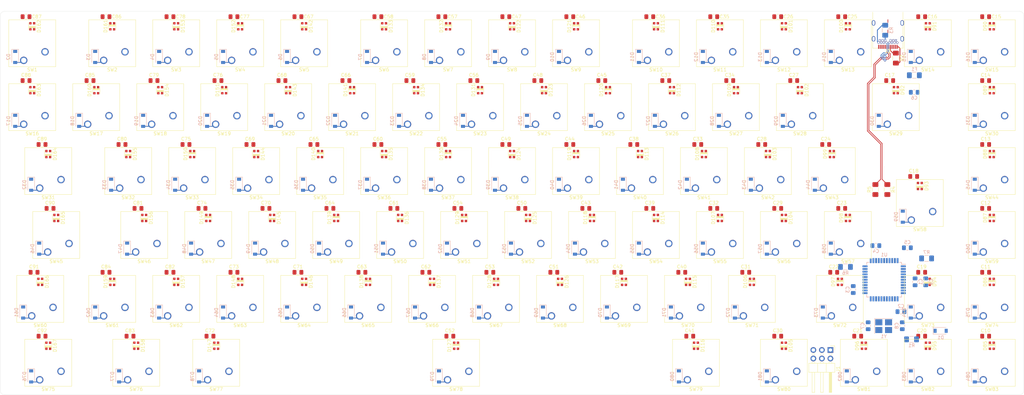
<source format=kicad_pcb>
(kicad_pcb (version 20171130) (host pcbnew 5.1.5+dfsg1-2build2)

  (general
    (thickness 1.6)
    (drawings 8)
    (tracks 235)
    (zones 0)
    (modules 354)
    (nets 216)
  )

  (page A3)
  (layers
    (0 F.Cu signal)
    (31 B.Cu signal)
    (32 B.Adhes user)
    (33 F.Adhes user)
    (34 B.Paste user)
    (35 F.Paste user)
    (36 B.SilkS user)
    (37 F.SilkS user)
    (38 B.Mask user)
    (39 F.Mask user)
    (40 Dwgs.User user)
    (41 Cmts.User user)
    (42 Eco1.User user)
    (43 Eco2.User user)
    (44 Edge.Cuts user)
    (45 Margin user)
    (46 B.CrtYd user)
    (47 F.CrtYd user)
    (48 B.Fab user)
    (49 F.Fab user)
  )

  (setup
    (last_trace_width 0.25)
    (trace_clearance 0.2)
    (zone_clearance 0.508)
    (zone_45_only no)
    (trace_min 0.2)
    (via_size 0.8)
    (via_drill 0.4)
    (via_min_size 0.6)
    (via_min_drill 0.3)
    (uvia_size 0.3)
    (uvia_drill 0.1)
    (uvias_allowed no)
    (uvia_min_size 0.2)
    (uvia_min_drill 0.1)
    (edge_width 0.05)
    (segment_width 0.2)
    (pcb_text_width 0.3)
    (pcb_text_size 1.5 1.5)
    (mod_edge_width 0.12)
    (mod_text_size 1 1)
    (mod_text_width 0.15)
    (pad_size 1.524 1.524)
    (pad_drill 0.762)
    (pad_to_mask_clearance 0.051)
    (solder_mask_min_width 0.25)
    (aux_axis_origin 0 0)
    (visible_elements FFFFF77F)
    (pcbplotparams
      (layerselection 0x010fc_ffffffff)
      (usegerberextensions false)
      (usegerberattributes false)
      (usegerberadvancedattributes false)
      (creategerberjobfile false)
      (excludeedgelayer true)
      (linewidth 0.100000)
      (plotframeref false)
      (viasonmask false)
      (mode 1)
      (useauxorigin false)
      (hpglpennumber 1)
      (hpglpenspeed 20)
      (hpglpendiameter 15.000000)
      (psnegative false)
      (psa4output false)
      (plotreference true)
      (plotvalue true)
      (plotinvisibletext false)
      (padsonsilk false)
      (subtractmaskfromsilk false)
      (outputformat 1)
      (mirror false)
      (drillshape 1)
      (scaleselection 1)
      (outputdirectory ""))
  )

  (net 0 "")
  (net 1 GND)
  (net 2 +5V)
  (net 3 "Net-(C7-Pad1)")
  (net 4 "Net-(C8-Pad2)")
  (net 5 "Net-(C9-Pad1)")
  (net 6 RST)
  (net 7 ROW0)
  (net 8 "Net-(D2-Pad2)")
  (net 9 "Net-(D3-Pad2)")
  (net 10 "Net-(D4-Pad2)")
  (net 11 "Net-(D5-Pad2)")
  (net 12 "Net-(D6-Pad2)")
  (net 13 "Net-(D7-Pad2)")
  (net 14 "Net-(D8-Pad2)")
  (net 15 "Net-(D9-Pad2)")
  (net 16 "Net-(D10-Pad2)")
  (net 17 "Net-(D11-Pad2)")
  (net 18 "Net-(D12-Pad2)")
  (net 19 "Net-(D13-Pad2)")
  (net 20 "Net-(D14-Pad2)")
  (net 21 "Net-(D15-Pad2)")
  (net 22 "Net-(D16-Pad2)")
  (net 23 ROW1)
  (net 24 "Net-(D17-Pad2)")
  (net 25 "Net-(D18-Pad2)")
  (net 26 "Net-(D19-Pad2)")
  (net 27 "Net-(D20-Pad2)")
  (net 28 "Net-(D21-Pad2)")
  (net 29 "Net-(D22-Pad2)")
  (net 30 "Net-(D23-Pad2)")
  (net 31 "Net-(D24-Pad2)")
  (net 32 "Net-(D25-Pad2)")
  (net 33 "Net-(D26-Pad2)")
  (net 34 "Net-(D27-Pad2)")
  (net 35 "Net-(D28-Pad2)")
  (net 36 "Net-(D29-Pad2)")
  (net 37 "Net-(D30-Pad2)")
  (net 38 "Net-(D31-Pad2)")
  (net 39 "Net-(D32-Pad2)")
  (net 40 ROW2)
  (net 41 "Net-(D33-Pad2)")
  (net 42 "Net-(D34-Pad2)")
  (net 43 "Net-(D35-Pad2)")
  (net 44 "Net-(D36-Pad2)")
  (net 45 "Net-(D37-Pad2)")
  (net 46 "Net-(D38-Pad2)")
  (net 47 "Net-(D39-Pad2)")
  (net 48 "Net-(D40-Pad2)")
  (net 49 "Net-(D41-Pad2)")
  (net 50 "Net-(D42-Pad2)")
  (net 51 "Net-(D43-Pad2)")
  (net 52 "Net-(D44-Pad2)")
  (net 53 "Net-(D45-Pad2)")
  (net 54 "Net-(D46-Pad2)")
  (net 55 ROW3)
  (net 56 "Net-(D47-Pad2)")
  (net 57 "Net-(D48-Pad2)")
  (net 58 "Net-(D49-Pad2)")
  (net 59 "Net-(D50-Pad2)")
  (net 60 "Net-(D51-Pad2)")
  (net 61 "Net-(D52-Pad2)")
  (net 62 "Net-(D53-Pad2)")
  (net 63 "Net-(D54-Pad2)")
  (net 64 "Net-(D55-Pad2)")
  (net 65 "Net-(D56-Pad2)")
  (net 66 "Net-(D57-Pad2)")
  (net 67 "Net-(D58-Pad2)")
  (net 68 "Net-(D59-Pad2)")
  (net 69 "Net-(D60-Pad2)")
  (net 70 ROW4)
  (net 71 "Net-(D61-Pad2)")
  (net 72 "Net-(D62-Pad2)")
  (net 73 "Net-(D63-Pad2)")
  (net 74 "Net-(D64-Pad2)")
  (net 75 "Net-(D65-Pad2)")
  (net 76 "Net-(D66-Pad2)")
  (net 77 "Net-(D67-Pad2)")
  (net 78 "Net-(D68-Pad2)")
  (net 79 "Net-(D69-Pad2)")
  (net 80 "Net-(D70-Pad2)")
  (net 81 "Net-(D71-Pad2)")
  (net 82 "Net-(D72-Pad2)")
  (net 83 "Net-(D73-Pad2)")
  (net 84 "Net-(D74-Pad2)")
  (net 85 "Net-(D75-Pad2)")
  (net 86 ROW5)
  (net 87 "Net-(D76-Pad2)")
  (net 88 "Net-(D77-Pad2)")
  (net 89 "Net-(D78-Pad2)")
  (net 90 "Net-(D79-Pad2)")
  (net 91 "Net-(D80-Pad2)")
  (net 92 "Net-(D81-Pad2)")
  (net 93 "Net-(D82-Pad2)")
  (net 94 "Net-(D83-Pad2)")
  (net 95 "Net-(D84-Pad2)")
  (net 96 "Net-(D85-Pad2)")
  (net 97 DIN)
  (net 98 "Net-(D86-Pad2)")
  (net 99 "Net-(D87-Pad2)")
  (net 100 "Net-(D88-Pad2)")
  (net 101 "Net-(D89-Pad2)")
  (net 102 "Net-(D90-Pad2)")
  (net 103 "Net-(D91-Pad2)")
  (net 104 "Net-(D92-Pad2)")
  (net 105 "Net-(D93-Pad2)")
  (net 106 "Net-(D94-Pad2)")
  (net 107 "Net-(D95-Pad2)")
  (net 108 "Net-(D96-Pad2)")
  (net 109 "Net-(D97-Pad2)")
  (net 110 "Net-(D98-Pad2)")
  (net 111 "Net-(D100-Pad4)")
  (net 112 "Net-(D100-Pad2)")
  (net 113 "Net-(D101-Pad2)")
  (net 114 "Net-(D102-Pad2)")
  (net 115 "Net-(D103-Pad2)")
  (net 116 "Net-(D104-Pad2)")
  (net 117 "Net-(D105-Pad2)")
  (net 118 "Net-(D106-Pad2)")
  (net 119 "Net-(D107-Pad2)")
  (net 120 "Net-(D108-Pad2)")
  (net 121 "Net-(D109-Pad2)")
  (net 122 "Net-(D110-Pad2)")
  (net 123 "Net-(D111-Pad2)")
  (net 124 "Net-(D112-Pad2)")
  (net 125 "Net-(D113-Pad2)")
  (net 126 "Net-(D114-Pad2)")
  (net 127 "Net-(D115-Pad2)")
  (net 128 "Net-(D116-Pad2)")
  (net 129 "Net-(D117-Pad2)")
  (net 130 "Net-(D118-Pad2)")
  (net 131 "Net-(D119-Pad2)")
  (net 132 "Net-(D120-Pad2)")
  (net 133 "Net-(D121-Pad2)")
  (net 134 "Net-(D122-Pad2)")
  (net 135 "Net-(D123-Pad2)")
  (net 136 "Net-(D124-Pad2)")
  (net 137 "Net-(D125-Pad2)")
  (net 138 "Net-(D126-Pad2)")
  (net 139 "Net-(D127-Pad2)")
  (net 140 "Net-(D128-Pad2)")
  (net 141 "Net-(D129-Pad2)")
  (net 142 "Net-(D130-Pad2)")
  (net 143 "Net-(D131-Pad2)")
  (net 144 "Net-(D132-Pad2)")
  (net 145 "Net-(D133-Pad2)")
  (net 146 "Net-(D134-Pad2)")
  (net 147 "Net-(D135-Pad2)")
  (net 148 "Net-(D136-Pad2)")
  (net 149 "Net-(D137-Pad2)")
  (net 150 "Net-(D138-Pad2)")
  (net 151 "Net-(D139-Pad2)")
  (net 152 "Net-(D140-Pad2)")
  (net 153 "Net-(D141-Pad2)")
  (net 154 "Net-(D142-Pad2)")
  (net 155 "Net-(D143-Pad2)")
  (net 156 "Net-(D144-Pad2)")
  (net 157 "Net-(D145-Pad2)")
  (net 158 "Net-(D146-Pad2)")
  (net 159 "Net-(D147-Pad2)")
  (net 160 "Net-(D148-Pad2)")
  (net 161 "Net-(D149-Pad2)")
  (net 162 "Net-(D150-Pad2)")
  (net 163 "Net-(D151-Pad2)")
  (net 164 "Net-(D152-Pad2)")
  (net 165 "Net-(D153-Pad2)")
  (net 166 "Net-(D154-Pad2)")
  (net 167 "Net-(D155-Pad2)")
  (net 168 "Net-(D156-Pad2)")
  (net 169 "Net-(D157-Pad2)")
  (net 170 "Net-(D158-Pad2)")
  (net 171 "Net-(D159-Pad2)")
  (net 172 "Net-(D160-Pad2)")
  (net 173 "Net-(D161-Pad2)")
  (net 174 "Net-(D162-Pad2)")
  (net 175 "Net-(D163-Pad2)")
  (net 176 "Net-(D164-Pad2)")
  (net 177 "Net-(D165-Pad2)")
  (net 178 "Net-(D166-Pad2)")
  (net 179 "Net-(D167-Pad2)")
  (net 180 "Net-(F1-Pad2)")
  (net 181 COL02)
  (net 182 COL00)
  (net 183 COL01)
  (net 184 "Net-(J2-PadA11)")
  (net 185 "Net-(J2-PadA10)")
  (net 186 "Net-(J2-PadA8)")
  (net 187 D-)
  (net 188 D+)
  (net 189 "Net-(J2-PadA5)")
  (net 190 "Net-(J2-PadA3)")
  (net 191 "Net-(J2-PadA2)")
  (net 192 "Net-(J2-PadB10)")
  (net 193 "Net-(J2-PadB3)")
  (net 194 "Net-(J2-PadB8)")
  (net 195 "Net-(J2-PadB5)")
  (net 196 "Net-(J2-PadB2)")
  (net 197 "Net-(J2-PadB11)")
  (net 198 "Net-(R6-Pad2)")
  (net 199 COL03)
  (net 200 COL04)
  (net 201 COL06)
  (net 202 COL07)
  (net 203 COL08)
  (net 204 COL09)
  (net 205 COL10)
  (net 206 COL11)
  (net 207 COL12)
  (net 208 COL13)
  (net 209 COL14)
  (net 210 COL15)
  (net 211 COL05)
  (net 212 "Net-(U1-Pad1)")
  (net 213 "Net-(U1-Pad8)")
  (net 214 "Net-(U1-Pad42)")
  (net 215 "Net-(R7-Pad2)")

  (net_class Default "Dies ist die voreingestellte Netzklasse."
    (clearance 0.2)
    (trace_width 0.25)
    (via_dia 0.8)
    (via_drill 0.4)
    (uvia_dia 0.3)
    (uvia_drill 0.1)
    (add_net +5V)
    (add_net COL00)
    (add_net COL01)
    (add_net COL02)
    (add_net COL03)
    (add_net COL04)
    (add_net COL05)
    (add_net COL06)
    (add_net COL07)
    (add_net COL08)
    (add_net COL09)
    (add_net COL10)
    (add_net COL11)
    (add_net COL12)
    (add_net COL13)
    (add_net COL14)
    (add_net COL15)
    (add_net D+)
    (add_net D-)
    (add_net DIN)
    (add_net GND)
    (add_net "Net-(C7-Pad1)")
    (add_net "Net-(C8-Pad2)")
    (add_net "Net-(C9-Pad1)")
    (add_net "Net-(D10-Pad2)")
    (add_net "Net-(D100-Pad2)")
    (add_net "Net-(D100-Pad4)")
    (add_net "Net-(D101-Pad2)")
    (add_net "Net-(D102-Pad2)")
    (add_net "Net-(D103-Pad2)")
    (add_net "Net-(D104-Pad2)")
    (add_net "Net-(D105-Pad2)")
    (add_net "Net-(D106-Pad2)")
    (add_net "Net-(D107-Pad2)")
    (add_net "Net-(D108-Pad2)")
    (add_net "Net-(D109-Pad2)")
    (add_net "Net-(D11-Pad2)")
    (add_net "Net-(D110-Pad2)")
    (add_net "Net-(D111-Pad2)")
    (add_net "Net-(D112-Pad2)")
    (add_net "Net-(D113-Pad2)")
    (add_net "Net-(D114-Pad2)")
    (add_net "Net-(D115-Pad2)")
    (add_net "Net-(D116-Pad2)")
    (add_net "Net-(D117-Pad2)")
    (add_net "Net-(D118-Pad2)")
    (add_net "Net-(D119-Pad2)")
    (add_net "Net-(D12-Pad2)")
    (add_net "Net-(D120-Pad2)")
    (add_net "Net-(D121-Pad2)")
    (add_net "Net-(D122-Pad2)")
    (add_net "Net-(D123-Pad2)")
    (add_net "Net-(D124-Pad2)")
    (add_net "Net-(D125-Pad2)")
    (add_net "Net-(D126-Pad2)")
    (add_net "Net-(D127-Pad2)")
    (add_net "Net-(D128-Pad2)")
    (add_net "Net-(D129-Pad2)")
    (add_net "Net-(D13-Pad2)")
    (add_net "Net-(D130-Pad2)")
    (add_net "Net-(D131-Pad2)")
    (add_net "Net-(D132-Pad2)")
    (add_net "Net-(D133-Pad2)")
    (add_net "Net-(D134-Pad2)")
    (add_net "Net-(D135-Pad2)")
    (add_net "Net-(D136-Pad2)")
    (add_net "Net-(D137-Pad2)")
    (add_net "Net-(D138-Pad2)")
    (add_net "Net-(D139-Pad2)")
    (add_net "Net-(D14-Pad2)")
    (add_net "Net-(D140-Pad2)")
    (add_net "Net-(D141-Pad2)")
    (add_net "Net-(D142-Pad2)")
    (add_net "Net-(D143-Pad2)")
    (add_net "Net-(D144-Pad2)")
    (add_net "Net-(D145-Pad2)")
    (add_net "Net-(D146-Pad2)")
    (add_net "Net-(D147-Pad2)")
    (add_net "Net-(D148-Pad2)")
    (add_net "Net-(D149-Pad2)")
    (add_net "Net-(D15-Pad2)")
    (add_net "Net-(D150-Pad2)")
    (add_net "Net-(D151-Pad2)")
    (add_net "Net-(D152-Pad2)")
    (add_net "Net-(D153-Pad2)")
    (add_net "Net-(D154-Pad2)")
    (add_net "Net-(D155-Pad2)")
    (add_net "Net-(D156-Pad2)")
    (add_net "Net-(D157-Pad2)")
    (add_net "Net-(D158-Pad2)")
    (add_net "Net-(D159-Pad2)")
    (add_net "Net-(D16-Pad2)")
    (add_net "Net-(D160-Pad2)")
    (add_net "Net-(D161-Pad2)")
    (add_net "Net-(D162-Pad2)")
    (add_net "Net-(D163-Pad2)")
    (add_net "Net-(D164-Pad2)")
    (add_net "Net-(D165-Pad2)")
    (add_net "Net-(D166-Pad2)")
    (add_net "Net-(D167-Pad2)")
    (add_net "Net-(D17-Pad2)")
    (add_net "Net-(D18-Pad2)")
    (add_net "Net-(D19-Pad2)")
    (add_net "Net-(D2-Pad2)")
    (add_net "Net-(D20-Pad2)")
    (add_net "Net-(D21-Pad2)")
    (add_net "Net-(D22-Pad2)")
    (add_net "Net-(D23-Pad2)")
    (add_net "Net-(D24-Pad2)")
    (add_net "Net-(D25-Pad2)")
    (add_net "Net-(D26-Pad2)")
    (add_net "Net-(D27-Pad2)")
    (add_net "Net-(D28-Pad2)")
    (add_net "Net-(D29-Pad2)")
    (add_net "Net-(D3-Pad2)")
    (add_net "Net-(D30-Pad2)")
    (add_net "Net-(D31-Pad2)")
    (add_net "Net-(D32-Pad2)")
    (add_net "Net-(D33-Pad2)")
    (add_net "Net-(D34-Pad2)")
    (add_net "Net-(D35-Pad2)")
    (add_net "Net-(D36-Pad2)")
    (add_net "Net-(D37-Pad2)")
    (add_net "Net-(D38-Pad2)")
    (add_net "Net-(D39-Pad2)")
    (add_net "Net-(D4-Pad2)")
    (add_net "Net-(D40-Pad2)")
    (add_net "Net-(D41-Pad2)")
    (add_net "Net-(D42-Pad2)")
    (add_net "Net-(D43-Pad2)")
    (add_net "Net-(D44-Pad2)")
    (add_net "Net-(D45-Pad2)")
    (add_net "Net-(D46-Pad2)")
    (add_net "Net-(D47-Pad2)")
    (add_net "Net-(D48-Pad2)")
    (add_net "Net-(D49-Pad2)")
    (add_net "Net-(D5-Pad2)")
    (add_net "Net-(D50-Pad2)")
    (add_net "Net-(D51-Pad2)")
    (add_net "Net-(D52-Pad2)")
    (add_net "Net-(D53-Pad2)")
    (add_net "Net-(D54-Pad2)")
    (add_net "Net-(D55-Pad2)")
    (add_net "Net-(D56-Pad2)")
    (add_net "Net-(D57-Pad2)")
    (add_net "Net-(D58-Pad2)")
    (add_net "Net-(D59-Pad2)")
    (add_net "Net-(D6-Pad2)")
    (add_net "Net-(D60-Pad2)")
    (add_net "Net-(D61-Pad2)")
    (add_net "Net-(D62-Pad2)")
    (add_net "Net-(D63-Pad2)")
    (add_net "Net-(D64-Pad2)")
    (add_net "Net-(D65-Pad2)")
    (add_net "Net-(D66-Pad2)")
    (add_net "Net-(D67-Pad2)")
    (add_net "Net-(D68-Pad2)")
    (add_net "Net-(D69-Pad2)")
    (add_net "Net-(D7-Pad2)")
    (add_net "Net-(D70-Pad2)")
    (add_net "Net-(D71-Pad2)")
    (add_net "Net-(D72-Pad2)")
    (add_net "Net-(D73-Pad2)")
    (add_net "Net-(D74-Pad2)")
    (add_net "Net-(D75-Pad2)")
    (add_net "Net-(D76-Pad2)")
    (add_net "Net-(D77-Pad2)")
    (add_net "Net-(D78-Pad2)")
    (add_net "Net-(D79-Pad2)")
    (add_net "Net-(D8-Pad2)")
    (add_net "Net-(D80-Pad2)")
    (add_net "Net-(D81-Pad2)")
    (add_net "Net-(D82-Pad2)")
    (add_net "Net-(D83-Pad2)")
    (add_net "Net-(D84-Pad2)")
    (add_net "Net-(D85-Pad2)")
    (add_net "Net-(D86-Pad2)")
    (add_net "Net-(D87-Pad2)")
    (add_net "Net-(D88-Pad2)")
    (add_net "Net-(D89-Pad2)")
    (add_net "Net-(D9-Pad2)")
    (add_net "Net-(D90-Pad2)")
    (add_net "Net-(D91-Pad2)")
    (add_net "Net-(D92-Pad2)")
    (add_net "Net-(D93-Pad2)")
    (add_net "Net-(D94-Pad2)")
    (add_net "Net-(D95-Pad2)")
    (add_net "Net-(D96-Pad2)")
    (add_net "Net-(D97-Pad2)")
    (add_net "Net-(D98-Pad2)")
    (add_net "Net-(F1-Pad2)")
    (add_net "Net-(J2-PadA10)")
    (add_net "Net-(J2-PadA11)")
    (add_net "Net-(J2-PadA2)")
    (add_net "Net-(J2-PadA3)")
    (add_net "Net-(J2-PadA5)")
    (add_net "Net-(J2-PadA8)")
    (add_net "Net-(J2-PadB10)")
    (add_net "Net-(J2-PadB11)")
    (add_net "Net-(J2-PadB2)")
    (add_net "Net-(J2-PadB3)")
    (add_net "Net-(J2-PadB5)")
    (add_net "Net-(J2-PadB8)")
    (add_net "Net-(R6-Pad2)")
    (add_net "Net-(R7-Pad2)")
    (add_net "Net-(U1-Pad1)")
    (add_net "Net-(U1-Pad42)")
    (add_net "Net-(U1-Pad8)")
    (add_net ROW0)
    (add_net ROW1)
    (add_net ROW2)
    (add_net ROW3)
    (add_net ROW4)
    (add_net ROW5)
    (add_net RST)
  )

  (module kezboard-pcb:USB_C_Receptacle_Stewart_SS-52400-003 (layer F.Cu) (tedit 5F26DA6C) (tstamp 5F15FEC3)
    (at 302.41875 38.1 180)
    (descr https://belfuse.com/resources/drawings/stewartconnector/dr-stw-ss-52400-003.pdf)
    (path /5EFFEB48)
    (fp_text reference J2 (at 0 -11.9) (layer F.SilkS)
      (effects (font (size 1 1) (thickness 0.15)))
    )
    (fp_text value USB_C_Receptacle (at 0 2.54) (layer F.Fab)
      (effects (font (size 1 1) (thickness 0.15)))
    )
    (fp_line (start -4.49 -2.55) (end -4.49 -0.21) (layer F.SilkS) (width 0.12))
    (fp_line (start 4.49 -0.21) (end 4.49 -2.55) (layer F.SilkS) (width 0.12))
    (fp_line (start 4.49 -9) (end 4.49 -11) (layer F.SilkS) (width 0.12))
    (fp_text user %R (at 0 -4.52) (layer F.Fab)
      (effects (font (size 1 1) (thickness 0.15)))
    )
    (fp_line (start -5.08 -11.43) (end 5.08 -11.43) (layer F.CrtYd) (width 0.05))
    (fp_line (start -5.08 1.27) (end 5.08 1.27) (layer F.CrtYd) (width 0.05))
    (fp_line (start -2 0) (end 2 0) (layer Dwgs.User) (width 0.1))
    (fp_line (start 4.37 0.95) (end 4.37 -10.88) (layer F.Fab) (width 0.1))
    (fp_line (start 4.37 -10.88) (end -4.37 -10.88) (layer F.Fab) (width 0.1))
    (fp_line (start -4.37 -10.88) (end -4.37 0.95) (layer F.Fab) (width 0.1))
    (fp_text user "PCB Edge" (at 0 -0.5) (layer Dwgs.User)
      (effects (font (size 0.5 0.5) (thickness 0.1)))
    )
    (fp_line (start -4.37 0.95) (end 4.37 0.95) (layer F.Fab) (width 0.1))
    (fp_line (start 5.08 1.27) (end 5.08 -11.43) (layer F.CrtYd) (width 0.05))
    (fp_line (start -5.08 -11.43) (end -5.08 1.27) (layer F.CrtYd) (width 0.05))
    (fp_line (start -3 -11) (end -4.49 -11) (layer F.SilkS) (width 0.12))
    (fp_line (start -4.49 -11) (end -4.49 -9) (layer F.SilkS) (width 0.12))
    (fp_line (start 4.49 -11) (end 3 -11) (layer F.SilkS) (width 0.12))
    (fp_line (start -4.49 -7.35) (end -4.49 -4.35) (layer F.SilkS) (width 0.12))
    (fp_line (start 4.49 -4.35) (end 4.49 -7.35) (layer F.SilkS) (width 0.12))
    (pad B11 thru_hole circle (at -2.4 -8.62 180) (size 0.65 0.65) (drill 0.4) (layers *.Cu *.Mask)
      (net 197 "Net-(J2-PadB11)"))
    (pad B2 thru_hole circle (at 2.4 -8.62 180) (size 0.65 0.65) (drill 0.4) (layers *.Cu *.Mask)
      (net 196 "Net-(J2-PadB2)"))
    (pad B12 thru_hole circle (at -2.8 -9.33 180) (size 0.65 0.65) (drill 0.4) (layers *.Cu *.Mask)
      (net 1 GND))
    (pad B5 thru_hole circle (at 0.8 -8.62 180) (size 0.65 0.65) (drill 0.4) (layers *.Cu *.Mask)
      (net 195 "Net-(J2-PadB5)"))
    (pad B8 thru_hole circle (at -0.8 -8.62 180) (size 0.65 0.65) (drill 0.4) (layers *.Cu *.Mask)
      (net 194 "Net-(J2-PadB8)"))
    (pad B3 thru_hole circle (at 1.6 -8.62 180) (size 0.65 0.65) (drill 0.4) (layers *.Cu *.Mask)
      (net 193 "Net-(J2-PadB3)"))
    (pad B10 thru_hole circle (at -1.6 -8.62 180) (size 0.65 0.65) (drill 0.4) (layers *.Cu *.Mask)
      (net 192 "Net-(J2-PadB10)"))
    (pad B1 thru_hole circle (at 2.8 -9.33 180) (size 0.65 0.65) (drill 0.4) (layers *.Cu *.Mask)
      (net 1 GND))
    (pad S1 thru_hole circle (at -2 -9.33 180) (size 0.65 0.65) (drill 0.4) (layers *.Cu *.Mask)
      (net 1 GND))
    (pad S1 thru_hole circle (at 2 -9.33 180) (size 0.65 0.65) (drill 0.4) (layers *.Cu *.Mask)
      (net 1 GND))
    (pad B9 thru_hole circle (at -1.2 -9.33 180) (size 0.65 0.65) (drill 0.4) (layers *.Cu *.Mask)
      (net 180 "Net-(F1-Pad2)"))
    (pad B4 thru_hole circle (at 1.2 -9.33 180) (size 0.65 0.65) (drill 0.4) (layers *.Cu *.Mask)
      (net 180 "Net-(F1-Pad2)"))
    (pad B7 thru_hole circle (at -0.4 -9.33 180) (size 0.65 0.65) (drill 0.4) (layers *.Cu *.Mask)
      (net 187 D-))
    (pad B6 thru_hole circle (at 0.4 -9.33 180) (size 0.65 0.65) (drill 0.4) (layers *.Cu *.Mask)
      (net 188 D+))
    (pad S1 smd rect (at 0 -6 180) (size 0.2 1) (layers F.Cu F.Paste F.Mask)
      (net 1 GND))
    (pad S1 smd rect (at 0 -2.9 180) (size 0.2 1) (layers F.Cu F.Paste F.Mask)
      (net 1 GND))
    (pad S1 thru_hole oval (at 4.27 -8.18 180) (size 1 1.6) (drill oval 0.6 1.2) (layers *.Cu *.Mask)
      (net 1 GND))
    (pad S1 thru_hole oval (at -4.27 -8.18 180) (size 1 1.6) (drill oval 0.6 1.2) (layers *.Cu *.Mask)
      (net 1 GND))
    (pad S1 thru_hole oval (at -4.27 -3.45 180) (size 1 1.6) (drill oval 0.6 1.2) (layers *.Cu *.Mask)
      (net 1 GND))
    (pad S1 thru_hole oval (at 4.27 -3.45 180) (size 1 1.6) (drill oval 0.6 1.2) (layers *.Cu *.Mask)
      (net 1 GND))
    (pad A1 smd rect (at -2.75 -10.58 180) (size 0.3 1.2) (layers F.Cu F.Paste F.Mask)
      (net 1 GND))
    (pad A2 smd rect (at -2.25 -10.58 180) (size 0.3 1.2) (layers F.Cu F.Paste F.Mask)
      (net 191 "Net-(J2-PadA2)"))
    (pad A3 smd rect (at -1.75 -10.58 180) (size 0.3 1.2) (layers F.Cu F.Paste F.Mask)
      (net 190 "Net-(J2-PadA3)"))
    (pad A4 smd rect (at -1.25 -10.58 180) (size 0.3 1.2) (layers F.Cu F.Paste F.Mask)
      (net 180 "Net-(F1-Pad2)"))
    (pad A5 smd rect (at -0.75 -10.58 180) (size 0.3 1.2) (layers F.Cu F.Paste F.Mask)
      (net 189 "Net-(J2-PadA5)"))
    (pad A6 smd rect (at -0.25 -10.58 180) (size 0.3 1.2) (layers F.Cu F.Paste F.Mask)
      (net 188 D+))
    (pad A7 smd rect (at 0.25 -10.58 180) (size 0.3 1.2) (layers F.Cu F.Paste F.Mask)
      (net 187 D-))
    (pad A8 smd rect (at 0.75 -10.58 180) (size 0.3 1.2) (layers F.Cu F.Paste F.Mask)
      (net 186 "Net-(J2-PadA8)"))
    (pad A9 smd rect (at 1.25 -10.58 180) (size 0.3 1.2) (layers F.Cu F.Paste F.Mask)
      (net 180 "Net-(F1-Pad2)"))
    (pad A10 smd rect (at 1.75 -10.58 180) (size 0.3 1.2) (layers F.Cu F.Paste F.Mask)
      (net 185 "Net-(J2-PadA10)"))
    (pad A11 smd rect (at 2.25 -10.58 180) (size 0.3 1.2) (layers F.Cu F.Paste F.Mask)
      (net 184 "Net-(J2-PadA11)"))
    (pad A12 smd rect (at 2.75 -10.58 180) (size 0.3 1.2) (layers F.Cu F.Paste F.Mask)
      (net 1 GND))
  )

  (module Resistor_SMD:R_1206_3216Metric_Pad1.42x1.75mm_HandSolder (layer B.Cu) (tedit 5B301BBD) (tstamp 5F26397F)
    (at 313.944 111.76 180)
    (descr "Resistor SMD 1206 (3216 Metric), square (rectangular) end terminal, IPC_7351 nominal with elongated pad for handsoldering. (Body size source: http://www.tortai-tech.com/upload/download/2011102023233369053.pdf), generated with kicad-footprint-generator")
    (tags "resistor handsolder")
    (path /5F259898)
    (attr smd)
    (fp_text reference R7 (at 0 1.82) (layer B.SilkS)
      (effects (font (size 1 1) (thickness 0.15)) (justify mirror))
    )
    (fp_text value 470 (at 0 -1.82) (layer B.Fab)
      (effects (font (size 1 1) (thickness 0.15)) (justify mirror))
    )
    (fp_text user %R (at 0 0) (layer B.Fab)
      (effects (font (size 0.8 0.8) (thickness 0.12)) (justify mirror))
    )
    (fp_line (start 2.45 -1.12) (end -2.45 -1.12) (layer B.CrtYd) (width 0.05))
    (fp_line (start 2.45 1.12) (end 2.45 -1.12) (layer B.CrtYd) (width 0.05))
    (fp_line (start -2.45 1.12) (end 2.45 1.12) (layer B.CrtYd) (width 0.05))
    (fp_line (start -2.45 -1.12) (end -2.45 1.12) (layer B.CrtYd) (width 0.05))
    (fp_line (start -0.602064 -0.91) (end 0.602064 -0.91) (layer B.SilkS) (width 0.12))
    (fp_line (start -0.602064 0.91) (end 0.602064 0.91) (layer B.SilkS) (width 0.12))
    (fp_line (start 1.6 -0.8) (end -1.6 -0.8) (layer B.Fab) (width 0.1))
    (fp_line (start 1.6 0.8) (end 1.6 -0.8) (layer B.Fab) (width 0.1))
    (fp_line (start -1.6 0.8) (end 1.6 0.8) (layer B.Fab) (width 0.1))
    (fp_line (start -1.6 -0.8) (end -1.6 0.8) (layer B.Fab) (width 0.1))
    (pad 2 smd roundrect (at 1.4875 0 180) (size 1.425 1.75) (layers B.Cu B.Paste B.Mask) (roundrect_rratio 0.175439)
      (net 215 "Net-(R7-Pad2)"))
    (pad 1 smd roundrect (at -1.4875 0 180) (size 1.425 1.75) (layers B.Cu B.Paste B.Mask) (roundrect_rratio 0.175439)
      (net 97 DIN))
    (model ${KISYS3DMOD}/Resistor_SMD.3dshapes/R_1206_3216Metric.wrl
      (at (xyz 0 0 0))
      (scale (xyz 1 1 1))
      (rotate (xyz 0 0 0))
    )
  )

  (module kezboard-pcb:LED_WS2812_2020 (layer F.Cu) (tedit 5F1C4B34) (tstamp 5F1B709E)
    (at 333.375 137.795 90)
    (descr https://www.peace-corp.co.jp/data/WS2812-2020_V1.0_EN.pdf)
    (path /5F949B9C/5F9E7A8D)
    (fp_text reference D85 (at 0 -2 90) (layer F.SilkS)
      (effects (font (size 1 1) (thickness 0.15)))
    )
    (fp_text value WS2812B (at 0 2 90) (layer F.Fab)
      (effects (font (size 1 1) (thickness 0.15)))
    )
    (fp_line (start -1.1 -1) (end 1.1 -1) (layer F.Fab) (width 0.1))
    (fp_line (start 1.1 -1) (end 1.1 1) (layer F.Fab) (width 0.1))
    (fp_line (start 1.1 1) (end -1.1 1) (layer F.Fab) (width 0.1))
    (fp_line (start -1.1 1) (end -1.1 -1) (layer F.Fab) (width 0.1))
    (fp_text user %R (at 0 0 90) (layer F.Fab)
      (effects (font (size 0.5 0.5) (thickness 0.1)))
    )
    (fp_line (start -1.1 -1.11) (end 1.1 -1.11) (layer F.SilkS) (width 0.12))
    (fp_line (start 1.1 1.11) (end -1.1 1.11) (layer F.SilkS) (width 0.12))
    (fp_poly (pts (xy 0.45 0.9) (xy 0.05 0.9) (xy 0.05 -0.9) (xy 0.45 -0.9)) (layer F.SilkS) (width 0.1))
    (pad 2 smd rect (at 0.9015 0.55 90) (size 0.7 0.7) (layers F.Cu F.Paste F.Mask)
      (net 96 "Net-(D85-Pad2)"))
    (pad 3 smd rect (at 0.9015 -0.55 90) (size 0.7 0.7) (layers F.Cu F.Paste F.Mask)
      (net 1 GND))
    (pad 4 smd rect (at -0.9015 -0.55 90) (size 0.7 0.7) (layers F.Cu F.Paste F.Mask)
      (net 97 DIN))
    (pad 1 smd rect (at -0.9015 0.55 90) (size 0.7 0.7) (layers F.Cu F.Paste F.Mask)
      (net 2 +5V))
  )

  (module kezboard-pcb:LED_WS2812_2020 (layer F.Cu) (tedit 5F1C4B34) (tstamp 5F15F975)
    (at 333.375 118.745 90)
    (descr https://www.peace-corp.co.jp/data/WS2812-2020_V1.0_EN.pdf)
    (path /5F949B9C/5FD3F1F5)
    (fp_text reference D86 (at 0 -2 90) (layer F.SilkS)
      (effects (font (size 1 1) (thickness 0.15)))
    )
    (fp_text value WS2812B (at 0 2 90) (layer F.Fab)
      (effects (font (size 1 1) (thickness 0.15)))
    )
    (fp_poly (pts (xy 0.45 0.9) (xy 0.05 0.9) (xy 0.05 -0.9) (xy 0.45 -0.9)) (layer F.SilkS) (width 0.1))
    (fp_line (start 1.1 1.11) (end -1.1 1.11) (layer F.SilkS) (width 0.12))
    (fp_line (start -1.1 -1.11) (end 1.1 -1.11) (layer F.SilkS) (width 0.12))
    (fp_text user %R (at 0 0 90) (layer F.Fab)
      (effects (font (size 0.5 0.5) (thickness 0.1)))
    )
    (fp_line (start -1.1 1) (end -1.1 -1) (layer F.Fab) (width 0.1))
    (fp_line (start 1.1 1) (end -1.1 1) (layer F.Fab) (width 0.1))
    (fp_line (start 1.1 -1) (end 1.1 1) (layer F.Fab) (width 0.1))
    (fp_line (start -1.1 -1) (end 1.1 -1) (layer F.Fab) (width 0.1))
    (pad 1 smd rect (at -0.9015 0.55 90) (size 0.7 0.7) (layers F.Cu F.Paste F.Mask)
      (net 2 +5V))
    (pad 4 smd rect (at -0.9015 -0.55 90) (size 0.7 0.7) (layers F.Cu F.Paste F.Mask)
      (net 96 "Net-(D85-Pad2)"))
    (pad 3 smd rect (at 0.9015 -0.55 90) (size 0.7 0.7) (layers F.Cu F.Paste F.Mask)
      (net 1 GND))
    (pad 2 smd rect (at 0.9015 0.55 90) (size 0.7 0.7) (layers F.Cu F.Paste F.Mask)
      (net 98 "Net-(D86-Pad2)"))
  )

  (module kezboard-pcb:LED_WS2812_2020 (layer F.Cu) (tedit 5F1C4B34) (tstamp 5F1B738A)
    (at 333.375 99.695 90)
    (descr https://www.peace-corp.co.jp/data/WS2812-2020_V1.0_EN.pdf)
    (path /5F949B9C/5FD40FA8)
    (fp_text reference D87 (at 0 -2 90) (layer F.SilkS)
      (effects (font (size 1 1) (thickness 0.15)))
    )
    (fp_text value WS2812B (at 0 2 90) (layer F.Fab)
      (effects (font (size 1 1) (thickness 0.15)))
    )
    (fp_poly (pts (xy 0.45 0.9) (xy 0.05 0.9) (xy 0.05 -0.9) (xy 0.45 -0.9)) (layer F.SilkS) (width 0.1))
    (fp_line (start 1.1 1.11) (end -1.1 1.11) (layer F.SilkS) (width 0.12))
    (fp_line (start -1.1 -1.11) (end 1.1 -1.11) (layer F.SilkS) (width 0.12))
    (fp_text user %R (at 0 0 90) (layer F.Fab)
      (effects (font (size 0.5 0.5) (thickness 0.1)))
    )
    (fp_line (start -1.1 1) (end -1.1 -1) (layer F.Fab) (width 0.1))
    (fp_line (start 1.1 1) (end -1.1 1) (layer F.Fab) (width 0.1))
    (fp_line (start 1.1 -1) (end 1.1 1) (layer F.Fab) (width 0.1))
    (fp_line (start -1.1 -1) (end 1.1 -1) (layer F.Fab) (width 0.1))
    (pad 1 smd rect (at -0.9015 0.55 90) (size 0.7 0.7) (layers F.Cu F.Paste F.Mask)
      (net 2 +5V))
    (pad 4 smd rect (at -0.9015 -0.55 90) (size 0.7 0.7) (layers F.Cu F.Paste F.Mask)
      (net 98 "Net-(D86-Pad2)"))
    (pad 3 smd rect (at 0.9015 -0.55 90) (size 0.7 0.7) (layers F.Cu F.Paste F.Mask)
      (net 1 GND))
    (pad 2 smd rect (at 0.9015 0.55 90) (size 0.7 0.7) (layers F.Cu F.Paste F.Mask)
      (net 99 "Net-(D87-Pad2)"))
  )

  (module kezboard-pcb:LED_WS2812_2020 (layer F.Cu) (tedit 5F1C4B34) (tstamp 5F25A25B)
    (at 333.375 80.645 90)
    (descr https://www.peace-corp.co.jp/data/WS2812-2020_V1.0_EN.pdf)
    (path /5F949B9C/5FD423CF)
    (fp_text reference D88 (at 0 -2 90) (layer F.SilkS)
      (effects (font (size 1 1) (thickness 0.15)))
    )
    (fp_text value WS2812B (at 0 2 90) (layer F.Fab)
      (effects (font (size 1 1) (thickness 0.15)))
    )
    (fp_poly (pts (xy 0.45 0.9) (xy 0.05 0.9) (xy 0.05 -0.9) (xy 0.45 -0.9)) (layer F.SilkS) (width 0.1))
    (fp_line (start 1.1 1.11) (end -1.1 1.11) (layer F.SilkS) (width 0.12))
    (fp_line (start -1.1 -1.11) (end 1.1 -1.11) (layer F.SilkS) (width 0.12))
    (fp_text user %R (at 0 0 90) (layer F.Fab)
      (effects (font (size 0.5 0.5) (thickness 0.1)))
    )
    (fp_line (start -1.1 1) (end -1.1 -1) (layer F.Fab) (width 0.1))
    (fp_line (start 1.1 1) (end -1.1 1) (layer F.Fab) (width 0.1))
    (fp_line (start 1.1 -1) (end 1.1 1) (layer F.Fab) (width 0.1))
    (fp_line (start -1.1 -1) (end 1.1 -1) (layer F.Fab) (width 0.1))
    (pad 1 smd rect (at -0.9015 0.55 90) (size 0.7 0.7) (layers F.Cu F.Paste F.Mask)
      (net 2 +5V))
    (pad 4 smd rect (at -0.9015 -0.55 90) (size 0.7 0.7) (layers F.Cu F.Paste F.Mask)
      (net 99 "Net-(D87-Pad2)"))
    (pad 3 smd rect (at 0.9015 -0.55 90) (size 0.7 0.7) (layers F.Cu F.Paste F.Mask)
      (net 1 GND))
    (pad 2 smd rect (at 0.9015 0.55 90) (size 0.7 0.7) (layers F.Cu F.Paste F.Mask)
      (net 100 "Net-(D88-Pad2)"))
  )

  (module kezboard-pcb:LED_WS2812_2020 (layer F.Cu) (tedit 5F1C4B34) (tstamp 5F15F9A2)
    (at 333.375 61.595 90)
    (descr https://www.peace-corp.co.jp/data/WS2812-2020_V1.0_EN.pdf)
    (path /5F949B9C/5FD43994)
    (fp_text reference D89 (at 0 -2 90) (layer F.SilkS)
      (effects (font (size 1 1) (thickness 0.15)))
    )
    (fp_text value WS2812B (at 0 2 90) (layer F.Fab)
      (effects (font (size 1 1) (thickness 0.15)))
    )
    (fp_line (start -1.1 -1) (end 1.1 -1) (layer F.Fab) (width 0.1))
    (fp_line (start 1.1 -1) (end 1.1 1) (layer F.Fab) (width 0.1))
    (fp_line (start 1.1 1) (end -1.1 1) (layer F.Fab) (width 0.1))
    (fp_line (start -1.1 1) (end -1.1 -1) (layer F.Fab) (width 0.1))
    (fp_text user %R (at 0 0 90) (layer F.Fab)
      (effects (font (size 0.5 0.5) (thickness 0.1)))
    )
    (fp_line (start -1.1 -1.11) (end 1.1 -1.11) (layer F.SilkS) (width 0.12))
    (fp_line (start 1.1 1.11) (end -1.1 1.11) (layer F.SilkS) (width 0.12))
    (fp_poly (pts (xy 0.45 0.9) (xy 0.05 0.9) (xy 0.05 -0.9) (xy 0.45 -0.9)) (layer F.SilkS) (width 0.1))
    (pad 2 smd rect (at 0.9015 0.55 90) (size 0.7 0.7) (layers F.Cu F.Paste F.Mask)
      (net 101 "Net-(D89-Pad2)"))
    (pad 3 smd rect (at 0.9015 -0.55 90) (size 0.7 0.7) (layers F.Cu F.Paste F.Mask)
      (net 1 GND))
    (pad 4 smd rect (at -0.9015 -0.55 90) (size 0.7 0.7) (layers F.Cu F.Paste F.Mask)
      (net 100 "Net-(D88-Pad2)"))
    (pad 1 smd rect (at -0.9015 0.55 90) (size 0.7 0.7) (layers F.Cu F.Paste F.Mask)
      (net 2 +5V))
  )

  (module kezboard-pcb:LED_WS2812_2020 (layer F.Cu) (tedit 5F1C4B34) (tstamp 5F15F9B1)
    (at 333.375 42.545 90)
    (descr https://www.peace-corp.co.jp/data/WS2812-2020_V1.0_EN.pdf)
    (path /5F949B9C/5F62CAD6)
    (fp_text reference D90 (at 0 -2 90) (layer F.SilkS)
      (effects (font (size 1 1) (thickness 0.15)))
    )
    (fp_text value WS2812B (at 0 2 90) (layer F.Fab)
      (effects (font (size 1 1) (thickness 0.15)))
    )
    (fp_poly (pts (xy 0.45 0.9) (xy 0.05 0.9) (xy 0.05 -0.9) (xy 0.45 -0.9)) (layer F.SilkS) (width 0.1))
    (fp_line (start 1.1 1.11) (end -1.1 1.11) (layer F.SilkS) (width 0.12))
    (fp_line (start -1.1 -1.11) (end 1.1 -1.11) (layer F.SilkS) (width 0.12))
    (fp_text user %R (at 0 0 90) (layer F.Fab)
      (effects (font (size 0.5 0.5) (thickness 0.1)))
    )
    (fp_line (start -1.1 1) (end -1.1 -1) (layer F.Fab) (width 0.1))
    (fp_line (start 1.1 1) (end -1.1 1) (layer F.Fab) (width 0.1))
    (fp_line (start 1.1 -1) (end 1.1 1) (layer F.Fab) (width 0.1))
    (fp_line (start -1.1 -1) (end 1.1 -1) (layer F.Fab) (width 0.1))
    (pad 1 smd rect (at -0.9015 0.55 90) (size 0.7 0.7) (layers F.Cu F.Paste F.Mask)
      (net 2 +5V))
    (pad 4 smd rect (at -0.9015 -0.55 90) (size 0.7 0.7) (layers F.Cu F.Paste F.Mask)
      (net 101 "Net-(D89-Pad2)"))
    (pad 3 smd rect (at 0.9015 -0.55 90) (size 0.7 0.7) (layers F.Cu F.Paste F.Mask)
      (net 1 GND))
    (pad 2 smd rect (at 0.9015 0.55 90) (size 0.7 0.7) (layers F.Cu F.Paste F.Mask)
      (net 102 "Net-(D90-Pad2)"))
  )

  (module kezboard-pcb:LED_WS2812_2020 (layer F.Cu) (tedit 5F1C4B34) (tstamp 5F15F9C0)
    (at 314.325 42.545 270)
    (descr https://www.peace-corp.co.jp/data/WS2812-2020_V1.0_EN.pdf)
    (path /5F949B9C/5F62CAF9)
    (fp_text reference D91 (at 0 -2 90) (layer F.SilkS)
      (effects (font (size 1 1) (thickness 0.15)))
    )
    (fp_text value WS2812B (at 0 2 90) (layer F.Fab)
      (effects (font (size 1 1) (thickness 0.15)))
    )
    (fp_line (start -1.1 -1) (end 1.1 -1) (layer F.Fab) (width 0.1))
    (fp_line (start 1.1 -1) (end 1.1 1) (layer F.Fab) (width 0.1))
    (fp_line (start 1.1 1) (end -1.1 1) (layer F.Fab) (width 0.1))
    (fp_line (start -1.1 1) (end -1.1 -1) (layer F.Fab) (width 0.1))
    (fp_text user %R (at 0 0 90) (layer F.Fab)
      (effects (font (size 0.5 0.5) (thickness 0.1)))
    )
    (fp_line (start -1.1 -1.11) (end 1.1 -1.11) (layer F.SilkS) (width 0.12))
    (fp_line (start 1.1 1.11) (end -1.1 1.11) (layer F.SilkS) (width 0.12))
    (fp_poly (pts (xy 0.45 0.9) (xy 0.05 0.9) (xy 0.05 -0.9) (xy 0.45 -0.9)) (layer F.SilkS) (width 0.1))
    (pad 2 smd rect (at 0.9015 0.55 270) (size 0.7 0.7) (layers F.Cu F.Paste F.Mask)
      (net 103 "Net-(D91-Pad2)"))
    (pad 3 smd rect (at 0.9015 -0.55 270) (size 0.7 0.7) (layers F.Cu F.Paste F.Mask)
      (net 1 GND))
    (pad 4 smd rect (at -0.9015 -0.55 270) (size 0.7 0.7) (layers F.Cu F.Paste F.Mask)
      (net 102 "Net-(D90-Pad2)"))
    (pad 1 smd rect (at -0.9015 0.55 270) (size 0.7 0.7) (layers F.Cu F.Paste F.Mask)
      (net 2 +5V))
  )

  (module kezboard-pcb:LED_WS2812_2020 (layer F.Cu) (tedit 5F1C4B34) (tstamp 5F15F9CF)
    (at 304.8 61.595 270)
    (descr https://www.peace-corp.co.jp/data/WS2812-2020_V1.0_EN.pdf)
    (path /5F949B9C/5F62CB1C)
    (fp_text reference D92 (at 0 -2 90) (layer F.SilkS)
      (effects (font (size 1 1) (thickness 0.15)))
    )
    (fp_text value WS2812B (at 0 2 90) (layer F.Fab)
      (effects (font (size 1 1) (thickness 0.15)))
    )
    (fp_poly (pts (xy 0.45 0.9) (xy 0.05 0.9) (xy 0.05 -0.9) (xy 0.45 -0.9)) (layer F.SilkS) (width 0.1))
    (fp_line (start 1.1 1.11) (end -1.1 1.11) (layer F.SilkS) (width 0.12))
    (fp_line (start -1.1 -1.11) (end 1.1 -1.11) (layer F.SilkS) (width 0.12))
    (fp_text user %R (at 0 0 90) (layer F.Fab)
      (effects (font (size 0.5 0.5) (thickness 0.1)))
    )
    (fp_line (start -1.1 1) (end -1.1 -1) (layer F.Fab) (width 0.1))
    (fp_line (start 1.1 1) (end -1.1 1) (layer F.Fab) (width 0.1))
    (fp_line (start 1.1 -1) (end 1.1 1) (layer F.Fab) (width 0.1))
    (fp_line (start -1.1 -1) (end 1.1 -1) (layer F.Fab) (width 0.1))
    (pad 1 smd rect (at -0.9015 0.55 270) (size 0.7 0.7) (layers F.Cu F.Paste F.Mask)
      (net 2 +5V))
    (pad 4 smd rect (at -0.9015 -0.55 270) (size 0.7 0.7) (layers F.Cu F.Paste F.Mask)
      (net 103 "Net-(D91-Pad2)"))
    (pad 3 smd rect (at 0.9015 -0.55 270) (size 0.7 0.7) (layers F.Cu F.Paste F.Mask)
      (net 1 GND))
    (pad 2 smd rect (at 0.9015 0.55 270) (size 0.7 0.7) (layers F.Cu F.Paste F.Mask)
      (net 104 "Net-(D92-Pad2)"))
  )

  (module kezboard-pcb:LED_WS2812_2020 (layer F.Cu) (tedit 5F1C4B34) (tstamp 5F15F9DE)
    (at 311.94375 90.17 270)
    (descr https://www.peace-corp.co.jp/data/WS2812-2020_V1.0_EN.pdf)
    (path /5F949B9C/5F62CB3F)
    (fp_text reference D93 (at 0 -2 90) (layer F.SilkS)
      (effects (font (size 1 1) (thickness 0.15)))
    )
    (fp_text value WS2812B (at 0 2 90) (layer F.Fab)
      (effects (font (size 1 1) (thickness 0.15)))
    )
    (fp_line (start -1.1 -1) (end 1.1 -1) (layer F.Fab) (width 0.1))
    (fp_line (start 1.1 -1) (end 1.1 1) (layer F.Fab) (width 0.1))
    (fp_line (start 1.1 1) (end -1.1 1) (layer F.Fab) (width 0.1))
    (fp_line (start -1.1 1) (end -1.1 -1) (layer F.Fab) (width 0.1))
    (fp_text user %R (at 0 0 90) (layer F.Fab)
      (effects (font (size 0.5 0.5) (thickness 0.1)))
    )
    (fp_line (start -1.1 -1.11) (end 1.1 -1.11) (layer F.SilkS) (width 0.12))
    (fp_line (start 1.1 1.11) (end -1.1 1.11) (layer F.SilkS) (width 0.12))
    (fp_poly (pts (xy 0.45 0.9) (xy 0.05 0.9) (xy 0.05 -0.9) (xy 0.45 -0.9)) (layer F.SilkS) (width 0.1))
    (pad 2 smd rect (at 0.9015 0.55 270) (size 0.7 0.7) (layers F.Cu F.Paste F.Mask)
      (net 105 "Net-(D93-Pad2)"))
    (pad 3 smd rect (at 0.9015 -0.55 270) (size 0.7 0.7) (layers F.Cu F.Paste F.Mask)
      (net 1 GND))
    (pad 4 smd rect (at -0.9015 -0.55 270) (size 0.7 0.7) (layers F.Cu F.Paste F.Mask)
      (net 104 "Net-(D92-Pad2)"))
    (pad 1 smd rect (at -0.9015 0.55 270) (size 0.7 0.7) (layers F.Cu F.Paste F.Mask)
      (net 2 +5V))
  )

  (module kezboard-pcb:LED_WS2812_2020 (layer F.Cu) (tedit 5F1C4B34) (tstamp 5F15F9ED)
    (at 314.325 118.745 270)
    (descr https://www.peace-corp.co.jp/data/WS2812-2020_V1.0_EN.pdf)
    (path /5F949B9C/5F62CB61)
    (fp_text reference D94 (at 0 -2 90) (layer F.SilkS)
      (effects (font (size 1 1) (thickness 0.15)))
    )
    (fp_text value WS2812B (at 0 2 90) (layer F.Fab)
      (effects (font (size 1 1) (thickness 0.15)))
    )
    (fp_poly (pts (xy 0.45 0.9) (xy 0.05 0.9) (xy 0.05 -0.9) (xy 0.45 -0.9)) (layer F.SilkS) (width 0.1))
    (fp_line (start 1.1 1.11) (end -1.1 1.11) (layer F.SilkS) (width 0.12))
    (fp_line (start -1.1 -1.11) (end 1.1 -1.11) (layer F.SilkS) (width 0.12))
    (fp_text user %R (at 0 0 90) (layer F.Fab)
      (effects (font (size 0.5 0.5) (thickness 0.1)))
    )
    (fp_line (start -1.1 1) (end -1.1 -1) (layer F.Fab) (width 0.1))
    (fp_line (start 1.1 1) (end -1.1 1) (layer F.Fab) (width 0.1))
    (fp_line (start 1.1 -1) (end 1.1 1) (layer F.Fab) (width 0.1))
    (fp_line (start -1.1 -1) (end 1.1 -1) (layer F.Fab) (width 0.1))
    (pad 1 smd rect (at -0.9015 0.55 270) (size 0.7 0.7) (layers F.Cu F.Paste F.Mask)
      (net 2 +5V))
    (pad 4 smd rect (at -0.9015 -0.55 270) (size 0.7 0.7) (layers F.Cu F.Paste F.Mask)
      (net 105 "Net-(D93-Pad2)"))
    (pad 3 smd rect (at 0.9015 -0.55 270) (size 0.7 0.7) (layers F.Cu F.Paste F.Mask)
      (net 1 GND))
    (pad 2 smd rect (at 0.9015 0.55 270) (size 0.7 0.7) (layers F.Cu F.Paste F.Mask)
      (net 106 "Net-(D94-Pad2)"))
  )

  (module kezboard-pcb:LED_WS2812_2020 (layer F.Cu) (tedit 5F1C4B34) (tstamp 5F15F9FC)
    (at 314.325 137.795 270)
    (descr https://www.peace-corp.co.jp/data/WS2812-2020_V1.0_EN.pdf)
    (path /5F949B9C/5F6A6266)
    (fp_text reference D95 (at 0 -2 90) (layer F.SilkS)
      (effects (font (size 1 1) (thickness 0.15)))
    )
    (fp_text value WS2812B (at 0 2 90) (layer F.Fab)
      (effects (font (size 1 1) (thickness 0.15)))
    )
    (fp_poly (pts (xy 0.45 0.9) (xy 0.05 0.9) (xy 0.05 -0.9) (xy 0.45 -0.9)) (layer F.SilkS) (width 0.1))
    (fp_line (start 1.1 1.11) (end -1.1 1.11) (layer F.SilkS) (width 0.12))
    (fp_line (start -1.1 -1.11) (end 1.1 -1.11) (layer F.SilkS) (width 0.12))
    (fp_text user %R (at 0 0 90) (layer F.Fab)
      (effects (font (size 0.5 0.5) (thickness 0.1)))
    )
    (fp_line (start -1.1 1) (end -1.1 -1) (layer F.Fab) (width 0.1))
    (fp_line (start 1.1 1) (end -1.1 1) (layer F.Fab) (width 0.1))
    (fp_line (start 1.1 -1) (end 1.1 1) (layer F.Fab) (width 0.1))
    (fp_line (start -1.1 -1) (end 1.1 -1) (layer F.Fab) (width 0.1))
    (pad 1 smd rect (at -0.9015 0.55 270) (size 0.7 0.7) (layers F.Cu F.Paste F.Mask)
      (net 2 +5V))
    (pad 4 smd rect (at -0.9015 -0.55 270) (size 0.7 0.7) (layers F.Cu F.Paste F.Mask)
      (net 106 "Net-(D94-Pad2)"))
    (pad 3 smd rect (at 0.9015 -0.55 270) (size 0.7 0.7) (layers F.Cu F.Paste F.Mask)
      (net 1 GND))
    (pad 2 smd rect (at 0.9015 0.55 270) (size 0.7 0.7) (layers F.Cu F.Paste F.Mask)
      (net 107 "Net-(D95-Pad2)"))
  )

  (module kezboard-pcb:LED_WS2812_2020 (layer F.Cu) (tedit 5F1C4B34) (tstamp 5F15FA0B)
    (at 295.275 137.795 90)
    (descr https://www.peace-corp.co.jp/data/WS2812-2020_V1.0_EN.pdf)
    (path /5F949B9C/5F6A6289)
    (fp_text reference D96 (at 0 -2 90) (layer F.SilkS)
      (effects (font (size 1 1) (thickness 0.15)))
    )
    (fp_text value WS2812B (at 0 2 90) (layer F.Fab)
      (effects (font (size 1 1) (thickness 0.15)))
    )
    (fp_line (start -1.1 -1) (end 1.1 -1) (layer F.Fab) (width 0.1))
    (fp_line (start 1.1 -1) (end 1.1 1) (layer F.Fab) (width 0.1))
    (fp_line (start 1.1 1) (end -1.1 1) (layer F.Fab) (width 0.1))
    (fp_line (start -1.1 1) (end -1.1 -1) (layer F.Fab) (width 0.1))
    (fp_text user %R (at 0 0 90) (layer F.Fab)
      (effects (font (size 0.5 0.5) (thickness 0.1)))
    )
    (fp_line (start -1.1 -1.11) (end 1.1 -1.11) (layer F.SilkS) (width 0.12))
    (fp_line (start 1.1 1.11) (end -1.1 1.11) (layer F.SilkS) (width 0.12))
    (fp_poly (pts (xy 0.45 0.9) (xy 0.05 0.9) (xy 0.05 -0.9) (xy 0.45 -0.9)) (layer F.SilkS) (width 0.1))
    (pad 2 smd rect (at 0.9015 0.55 90) (size 0.7 0.7) (layers F.Cu F.Paste F.Mask)
      (net 108 "Net-(D96-Pad2)"))
    (pad 3 smd rect (at 0.9015 -0.55 90) (size 0.7 0.7) (layers F.Cu F.Paste F.Mask)
      (net 1 GND))
    (pad 4 smd rect (at -0.9015 -0.55 90) (size 0.7 0.7) (layers F.Cu F.Paste F.Mask)
      (net 107 "Net-(D95-Pad2)"))
    (pad 1 smd rect (at -0.9015 0.55 90) (size 0.7 0.7) (layers F.Cu F.Paste F.Mask)
      (net 2 +5V))
  )

  (module kezboard-pcb:LED_WS2812_2020 (layer F.Cu) (tedit 5F1C4B34) (tstamp 5F15FA1A)
    (at 288.13125 118.745 90)
    (descr https://www.peace-corp.co.jp/data/WS2812-2020_V1.0_EN.pdf)
    (path /5F949B9C/5F6A62AC)
    (fp_text reference D97 (at 0 -2 90) (layer F.SilkS)
      (effects (font (size 1 1) (thickness 0.15)))
    )
    (fp_text value WS2812B (at 0 2 90) (layer F.Fab)
      (effects (font (size 1 1) (thickness 0.15)))
    )
    (fp_poly (pts (xy 0.45 0.9) (xy 0.05 0.9) (xy 0.05 -0.9) (xy 0.45 -0.9)) (layer F.SilkS) (width 0.1))
    (fp_line (start 1.1 1.11) (end -1.1 1.11) (layer F.SilkS) (width 0.12))
    (fp_line (start -1.1 -1.11) (end 1.1 -1.11) (layer F.SilkS) (width 0.12))
    (fp_text user %R (at 0 0 90) (layer F.Fab)
      (effects (font (size 0.5 0.5) (thickness 0.1)))
    )
    (fp_line (start -1.1 1) (end -1.1 -1) (layer F.Fab) (width 0.1))
    (fp_line (start 1.1 1) (end -1.1 1) (layer F.Fab) (width 0.1))
    (fp_line (start 1.1 -1) (end 1.1 1) (layer F.Fab) (width 0.1))
    (fp_line (start -1.1 -1) (end 1.1 -1) (layer F.Fab) (width 0.1))
    (pad 1 smd rect (at -0.9015 0.55 90) (size 0.7 0.7) (layers F.Cu F.Paste F.Mask)
      (net 2 +5V))
    (pad 4 smd rect (at -0.9015 -0.55 90) (size 0.7 0.7) (layers F.Cu F.Paste F.Mask)
      (net 108 "Net-(D96-Pad2)"))
    (pad 3 smd rect (at 0.9015 -0.55 90) (size 0.7 0.7) (layers F.Cu F.Paste F.Mask)
      (net 1 GND))
    (pad 2 smd rect (at 0.9015 0.55 90) (size 0.7 0.7) (layers F.Cu F.Paste F.Mask)
      (net 109 "Net-(D97-Pad2)"))
  )

  (module kezboard-pcb:LED_WS2812_2020 (layer F.Cu) (tedit 5F1C4B34) (tstamp 5F15FA29)
    (at 290.5125 99.695 90)
    (descr https://www.peace-corp.co.jp/data/WS2812-2020_V1.0_EN.pdf)
    (path /5F949B9C/5F6A62CF)
    (fp_text reference D98 (at 0 -2 90) (layer F.SilkS)
      (effects (font (size 1 1) (thickness 0.15)))
    )
    (fp_text value WS2812B (at 0 2 90) (layer F.Fab)
      (effects (font (size 1 1) (thickness 0.15)))
    )
    (fp_poly (pts (xy 0.45 0.9) (xy 0.05 0.9) (xy 0.05 -0.9) (xy 0.45 -0.9)) (layer F.SilkS) (width 0.1))
    (fp_line (start 1.1 1.11) (end -1.1 1.11) (layer F.SilkS) (width 0.12))
    (fp_line (start -1.1 -1.11) (end 1.1 -1.11) (layer F.SilkS) (width 0.12))
    (fp_text user %R (at 0 0 90) (layer F.Fab)
      (effects (font (size 0.5 0.5) (thickness 0.1)))
    )
    (fp_line (start -1.1 1) (end -1.1 -1) (layer F.Fab) (width 0.1))
    (fp_line (start 1.1 1) (end -1.1 1) (layer F.Fab) (width 0.1))
    (fp_line (start 1.1 -1) (end 1.1 1) (layer F.Fab) (width 0.1))
    (fp_line (start -1.1 -1) (end 1.1 -1) (layer F.Fab) (width 0.1))
    (pad 1 smd rect (at -0.9015 0.55 90) (size 0.7 0.7) (layers F.Cu F.Paste F.Mask)
      (net 2 +5V))
    (pad 4 smd rect (at -0.9015 -0.55 90) (size 0.7 0.7) (layers F.Cu F.Paste F.Mask)
      (net 109 "Net-(D97-Pad2)"))
    (pad 3 smd rect (at 0.9015 -0.55 90) (size 0.7 0.7) (layers F.Cu F.Paste F.Mask)
      (net 1 GND))
    (pad 2 smd rect (at 0.9015 0.55 90) (size 0.7 0.7) (layers F.Cu F.Paste F.Mask)
      (net 110 "Net-(D98-Pad2)"))
  )

  (module kezboard-pcb:LED_WS2812_2020 (layer F.Cu) (tedit 5F1C4B34) (tstamp 5F15FA38)
    (at 285.75 80.645 90)
    (descr https://www.peace-corp.co.jp/data/WS2812-2020_V1.0_EN.pdf)
    (path /5F949B9C/5F6A62F2)
    (fp_text reference D99 (at 0 -2 90) (layer F.SilkS)
      (effects (font (size 1 1) (thickness 0.15)))
    )
    (fp_text value WS2812B (at 0 2 90) (layer F.Fab)
      (effects (font (size 1 1) (thickness 0.15)))
    )
    (fp_poly (pts (xy 0.45 0.9) (xy 0.05 0.9) (xy 0.05 -0.9) (xy 0.45 -0.9)) (layer F.SilkS) (width 0.1))
    (fp_line (start 1.1 1.11) (end -1.1 1.11) (layer F.SilkS) (width 0.12))
    (fp_line (start -1.1 -1.11) (end 1.1 -1.11) (layer F.SilkS) (width 0.12))
    (fp_text user %R (at 0 0 90) (layer F.Fab)
      (effects (font (size 0.5 0.5) (thickness 0.1)))
    )
    (fp_line (start -1.1 1) (end -1.1 -1) (layer F.Fab) (width 0.1))
    (fp_line (start 1.1 1) (end -1.1 1) (layer F.Fab) (width 0.1))
    (fp_line (start 1.1 -1) (end 1.1 1) (layer F.Fab) (width 0.1))
    (fp_line (start -1.1 -1) (end 1.1 -1) (layer F.Fab) (width 0.1))
    (pad 1 smd rect (at -0.9015 0.55 90) (size 0.7 0.7) (layers F.Cu F.Paste F.Mask)
      (net 2 +5V))
    (pad 4 smd rect (at -0.9015 -0.55 90) (size 0.7 0.7) (layers F.Cu F.Paste F.Mask)
      (net 110 "Net-(D98-Pad2)"))
    (pad 3 smd rect (at 0.9015 -0.55 90) (size 0.7 0.7) (layers F.Cu F.Paste F.Mask)
      (net 1 GND))
    (pad 2 smd rect (at 0.9015 0.55 90) (size 0.7 0.7) (layers F.Cu F.Paste F.Mask)
      (net 111 "Net-(D100-Pad4)"))
  )

  (module kezboard-pcb:LED_WS2812_2020 (layer F.Cu) (tedit 5F1C4B34) (tstamp 5F15FA47)
    (at 290.5125 42.545 90)
    (descr https://www.peace-corp.co.jp/data/WS2812-2020_V1.0_EN.pdf)
    (path /5F949B9C/5F6A6315)
    (fp_text reference D100 (at 0 -2 90) (layer F.SilkS)
      (effects (font (size 1 1) (thickness 0.15)))
    )
    (fp_text value WS2812B (at 0 2 90) (layer F.Fab)
      (effects (font (size 1 1) (thickness 0.15)))
    )
    (fp_poly (pts (xy 0.45 0.9) (xy 0.05 0.9) (xy 0.05 -0.9) (xy 0.45 -0.9)) (layer F.SilkS) (width 0.1))
    (fp_line (start 1.1 1.11) (end -1.1 1.11) (layer F.SilkS) (width 0.12))
    (fp_line (start -1.1 -1.11) (end 1.1 -1.11) (layer F.SilkS) (width 0.12))
    (fp_text user %R (at 0 0 90) (layer F.Fab)
      (effects (font (size 0.5 0.5) (thickness 0.1)))
    )
    (fp_line (start -1.1 1) (end -1.1 -1) (layer F.Fab) (width 0.1))
    (fp_line (start 1.1 1) (end -1.1 1) (layer F.Fab) (width 0.1))
    (fp_line (start 1.1 -1) (end 1.1 1) (layer F.Fab) (width 0.1))
    (fp_line (start -1.1 -1) (end 1.1 -1) (layer F.Fab) (width 0.1))
    (pad 1 smd rect (at -0.9015 0.55 90) (size 0.7 0.7) (layers F.Cu F.Paste F.Mask)
      (net 2 +5V))
    (pad 4 smd rect (at -0.9015 -0.55 90) (size 0.7 0.7) (layers F.Cu F.Paste F.Mask)
      (net 111 "Net-(D100-Pad4)"))
    (pad 3 smd rect (at 0.9015 -0.55 90) (size 0.7 0.7) (layers F.Cu F.Paste F.Mask)
      (net 1 GND))
    (pad 2 smd rect (at 0.9015 0.55 90) (size 0.7 0.7) (layers F.Cu F.Paste F.Mask)
      (net 112 "Net-(D100-Pad2)"))
  )

  (module kezboard-pcb:LED_WS2812_2020 (layer F.Cu) (tedit 5F1C4B34) (tstamp 5F15FA56)
    (at 271.4625 42.545 270)
    (descr https://www.peace-corp.co.jp/data/WS2812-2020_V1.0_EN.pdf)
    (path /5F949B9C/5F6A6338)
    (fp_text reference D101 (at 0 -2 90) (layer F.SilkS)
      (effects (font (size 1 1) (thickness 0.15)))
    )
    (fp_text value WS2812B (at 0 2 90) (layer F.Fab)
      (effects (font (size 1 1) (thickness 0.15)))
    )
    (fp_poly (pts (xy 0.45 0.9) (xy 0.05 0.9) (xy 0.05 -0.9) (xy 0.45 -0.9)) (layer F.SilkS) (width 0.1))
    (fp_line (start 1.1 1.11) (end -1.1 1.11) (layer F.SilkS) (width 0.12))
    (fp_line (start -1.1 -1.11) (end 1.1 -1.11) (layer F.SilkS) (width 0.12))
    (fp_text user %R (at 0 0 90) (layer F.Fab)
      (effects (font (size 0.5 0.5) (thickness 0.1)))
    )
    (fp_line (start -1.1 1) (end -1.1 -1) (layer F.Fab) (width 0.1))
    (fp_line (start 1.1 1) (end -1.1 1) (layer F.Fab) (width 0.1))
    (fp_line (start 1.1 -1) (end 1.1 1) (layer F.Fab) (width 0.1))
    (fp_line (start -1.1 -1) (end 1.1 -1) (layer F.Fab) (width 0.1))
    (pad 1 smd rect (at -0.9015 0.55 270) (size 0.7 0.7) (layers F.Cu F.Paste F.Mask)
      (net 2 +5V))
    (pad 4 smd rect (at -0.9015 -0.55 270) (size 0.7 0.7) (layers F.Cu F.Paste F.Mask)
      (net 112 "Net-(D100-Pad2)"))
    (pad 3 smd rect (at 0.9015 -0.55 270) (size 0.7 0.7) (layers F.Cu F.Paste F.Mask)
      (net 1 GND))
    (pad 2 smd rect (at 0.9015 0.55 270) (size 0.7 0.7) (layers F.Cu F.Paste F.Mask)
      (net 113 "Net-(D101-Pad2)"))
  )

  (module kezboard-pcb:LED_WS2812_2020 (layer F.Cu) (tedit 5F1C4B34) (tstamp 5F15FA65)
    (at 276.225 61.595 270)
    (descr https://www.peace-corp.co.jp/data/WS2812-2020_V1.0_EN.pdf)
    (path /5F949B9C/5F6A635B)
    (fp_text reference D102 (at 0 -2 90) (layer F.SilkS)
      (effects (font (size 1 1) (thickness 0.15)))
    )
    (fp_text value WS2812B (at 0 2 90) (layer F.Fab)
      (effects (font (size 1 1) (thickness 0.15)))
    )
    (fp_line (start -1.1 -1) (end 1.1 -1) (layer F.Fab) (width 0.1))
    (fp_line (start 1.1 -1) (end 1.1 1) (layer F.Fab) (width 0.1))
    (fp_line (start 1.1 1) (end -1.1 1) (layer F.Fab) (width 0.1))
    (fp_line (start -1.1 1) (end -1.1 -1) (layer F.Fab) (width 0.1))
    (fp_text user %R (at 0 0 90) (layer F.Fab)
      (effects (font (size 0.5 0.5) (thickness 0.1)))
    )
    (fp_line (start -1.1 -1.11) (end 1.1 -1.11) (layer F.SilkS) (width 0.12))
    (fp_line (start 1.1 1.11) (end -1.1 1.11) (layer F.SilkS) (width 0.12))
    (fp_poly (pts (xy 0.45 0.9) (xy 0.05 0.9) (xy 0.05 -0.9) (xy 0.45 -0.9)) (layer F.SilkS) (width 0.1))
    (pad 2 smd rect (at 0.9015 0.55 270) (size 0.7 0.7) (layers F.Cu F.Paste F.Mask)
      (net 114 "Net-(D102-Pad2)"))
    (pad 3 smd rect (at 0.9015 -0.55 270) (size 0.7 0.7) (layers F.Cu F.Paste F.Mask)
      (net 1 GND))
    (pad 4 smd rect (at -0.9015 -0.55 270) (size 0.7 0.7) (layers F.Cu F.Paste F.Mask)
      (net 113 "Net-(D101-Pad2)"))
    (pad 1 smd rect (at -0.9015 0.55 270) (size 0.7 0.7) (layers F.Cu F.Paste F.Mask)
      (net 2 +5V))
  )

  (module kezboard-pcb:LED_WS2812_2020 (layer F.Cu) (tedit 5F1C4B34) (tstamp 5F15FA74)
    (at 266.7 80.645 270)
    (descr https://www.peace-corp.co.jp/data/WS2812-2020_V1.0_EN.pdf)
    (path /5F949B9C/5F6A637E)
    (fp_text reference D103 (at 0 -2 90) (layer F.SilkS)
      (effects (font (size 1 1) (thickness 0.15)))
    )
    (fp_text value WS2812B (at 0 2 90) (layer F.Fab)
      (effects (font (size 1 1) (thickness 0.15)))
    )
    (fp_poly (pts (xy 0.45 0.9) (xy 0.05 0.9) (xy 0.05 -0.9) (xy 0.45 -0.9)) (layer F.SilkS) (width 0.1))
    (fp_line (start 1.1 1.11) (end -1.1 1.11) (layer F.SilkS) (width 0.12))
    (fp_line (start -1.1 -1.11) (end 1.1 -1.11) (layer F.SilkS) (width 0.12))
    (fp_text user %R (at 0 0 90) (layer F.Fab)
      (effects (font (size 0.5 0.5) (thickness 0.1)))
    )
    (fp_line (start -1.1 1) (end -1.1 -1) (layer F.Fab) (width 0.1))
    (fp_line (start 1.1 1) (end -1.1 1) (layer F.Fab) (width 0.1))
    (fp_line (start 1.1 -1) (end 1.1 1) (layer F.Fab) (width 0.1))
    (fp_line (start -1.1 -1) (end 1.1 -1) (layer F.Fab) (width 0.1))
    (pad 1 smd rect (at -0.9015 0.55 270) (size 0.7 0.7) (layers F.Cu F.Paste F.Mask)
      (net 2 +5V))
    (pad 4 smd rect (at -0.9015 -0.55 270) (size 0.7 0.7) (layers F.Cu F.Paste F.Mask)
      (net 114 "Net-(D102-Pad2)"))
    (pad 3 smd rect (at 0.9015 -0.55 270) (size 0.7 0.7) (layers F.Cu F.Paste F.Mask)
      (net 1 GND))
    (pad 2 smd rect (at 0.9015 0.55 270) (size 0.7 0.7) (layers F.Cu F.Paste F.Mask)
      (net 115 "Net-(D103-Pad2)"))
  )

  (module kezboard-pcb:LED_WS2812_2020 (layer F.Cu) (tedit 5F1C4B34) (tstamp 5F15FA83)
    (at 271.4625 99.695 270)
    (descr https://www.peace-corp.co.jp/data/WS2812-2020_V1.0_EN.pdf)
    (path /5F949B9C/5F6A63A0)
    (fp_text reference D104 (at 0 -2 90) (layer F.SilkS)
      (effects (font (size 1 1) (thickness 0.15)))
    )
    (fp_text value WS2812B (at 0 2 90) (layer F.Fab)
      (effects (font (size 1 1) (thickness 0.15)))
    )
    (fp_poly (pts (xy 0.45 0.9) (xy 0.05 0.9) (xy 0.05 -0.9) (xy 0.45 -0.9)) (layer F.SilkS) (width 0.1))
    (fp_line (start 1.1 1.11) (end -1.1 1.11) (layer F.SilkS) (width 0.12))
    (fp_line (start -1.1 -1.11) (end 1.1 -1.11) (layer F.SilkS) (width 0.12))
    (fp_text user %R (at 0 0 90) (layer F.Fab)
      (effects (font (size 0.5 0.5) (thickness 0.1)))
    )
    (fp_line (start -1.1 1) (end -1.1 -1) (layer F.Fab) (width 0.1))
    (fp_line (start 1.1 1) (end -1.1 1) (layer F.Fab) (width 0.1))
    (fp_line (start 1.1 -1) (end 1.1 1) (layer F.Fab) (width 0.1))
    (fp_line (start -1.1 -1) (end 1.1 -1) (layer F.Fab) (width 0.1))
    (pad 1 smd rect (at -0.9015 0.55 270) (size 0.7 0.7) (layers F.Cu F.Paste F.Mask)
      (net 2 +5V))
    (pad 4 smd rect (at -0.9015 -0.55 270) (size 0.7 0.7) (layers F.Cu F.Paste F.Mask)
      (net 115 "Net-(D103-Pad2)"))
    (pad 3 smd rect (at 0.9015 -0.55 270) (size 0.7 0.7) (layers F.Cu F.Paste F.Mask)
      (net 1 GND))
    (pad 2 smd rect (at 0.9015 0.55 270) (size 0.7 0.7) (layers F.Cu F.Paste F.Mask)
      (net 116 "Net-(D104-Pad2)"))
  )

  (module kezboard-pcb:LED_WS2812_2020 (layer F.Cu) (tedit 5F1C4B34) (tstamp 5F15FA92)
    (at 271.4625 137.795 270)
    (descr https://www.peace-corp.co.jp/data/WS2812-2020_V1.0_EN.pdf)
    (path /5F949B9C/5F6DAEAD)
    (fp_text reference D105 (at 0 -2 90) (layer F.SilkS)
      (effects (font (size 1 1) (thickness 0.15)))
    )
    (fp_text value WS2812B (at 0 2 90) (layer F.Fab)
      (effects (font (size 1 1) (thickness 0.15)))
    )
    (fp_poly (pts (xy 0.45 0.9) (xy 0.05 0.9) (xy 0.05 -0.9) (xy 0.45 -0.9)) (layer F.SilkS) (width 0.1))
    (fp_line (start 1.1 1.11) (end -1.1 1.11) (layer F.SilkS) (width 0.12))
    (fp_line (start -1.1 -1.11) (end 1.1 -1.11) (layer F.SilkS) (width 0.12))
    (fp_text user %R (at 0 0 90) (layer F.Fab)
      (effects (font (size 0.5 0.5) (thickness 0.1)))
    )
    (fp_line (start -1.1 1) (end -1.1 -1) (layer F.Fab) (width 0.1))
    (fp_line (start 1.1 1) (end -1.1 1) (layer F.Fab) (width 0.1))
    (fp_line (start 1.1 -1) (end 1.1 1) (layer F.Fab) (width 0.1))
    (fp_line (start -1.1 -1) (end 1.1 -1) (layer F.Fab) (width 0.1))
    (pad 1 smd rect (at -0.9015 0.55 270) (size 0.7 0.7) (layers F.Cu F.Paste F.Mask)
      (net 2 +5V))
    (pad 4 smd rect (at -0.9015 -0.55 270) (size 0.7 0.7) (layers F.Cu F.Paste F.Mask)
      (net 116 "Net-(D104-Pad2)"))
    (pad 3 smd rect (at 0.9015 -0.55 270) (size 0.7 0.7) (layers F.Cu F.Paste F.Mask)
      (net 1 GND))
    (pad 2 smd rect (at 0.9015 0.55 270) (size 0.7 0.7) (layers F.Cu F.Paste F.Mask)
      (net 117 "Net-(D105-Pad2)"))
  )

  (module kezboard-pcb:LED_WS2812_2020 (layer F.Cu) (tedit 5F1C4B34) (tstamp 5F15FAA1)
    (at 261.9375 118.745 90)
    (descr https://www.peace-corp.co.jp/data/WS2812-2020_V1.0_EN.pdf)
    (path /5F949B9C/5F6DAED0)
    (fp_text reference D106 (at 0 -2 90) (layer F.SilkS)
      (effects (font (size 1 1) (thickness 0.15)))
    )
    (fp_text value WS2812B (at 0 2 90) (layer F.Fab)
      (effects (font (size 1 1) (thickness 0.15)))
    )
    (fp_poly (pts (xy 0.45 0.9) (xy 0.05 0.9) (xy 0.05 -0.9) (xy 0.45 -0.9)) (layer F.SilkS) (width 0.1))
    (fp_line (start 1.1 1.11) (end -1.1 1.11) (layer F.SilkS) (width 0.12))
    (fp_line (start -1.1 -1.11) (end 1.1 -1.11) (layer F.SilkS) (width 0.12))
    (fp_text user %R (at 0 0 90) (layer F.Fab)
      (effects (font (size 0.5 0.5) (thickness 0.1)))
    )
    (fp_line (start -1.1 1) (end -1.1 -1) (layer F.Fab) (width 0.1))
    (fp_line (start 1.1 1) (end -1.1 1) (layer F.Fab) (width 0.1))
    (fp_line (start 1.1 -1) (end 1.1 1) (layer F.Fab) (width 0.1))
    (fp_line (start -1.1 -1) (end 1.1 -1) (layer F.Fab) (width 0.1))
    (pad 1 smd rect (at -0.9015 0.55 90) (size 0.7 0.7) (layers F.Cu F.Paste F.Mask)
      (net 2 +5V))
    (pad 4 smd rect (at -0.9015 -0.55 90) (size 0.7 0.7) (layers F.Cu F.Paste F.Mask)
      (net 117 "Net-(D105-Pad2)"))
    (pad 3 smd rect (at 0.9015 -0.55 90) (size 0.7 0.7) (layers F.Cu F.Paste F.Mask)
      (net 1 GND))
    (pad 2 smd rect (at 0.9015 0.55 90) (size 0.7 0.7) (layers F.Cu F.Paste F.Mask)
      (net 118 "Net-(D106-Pad2)"))
  )

  (module kezboard-pcb:LED_WS2812_2020 (layer F.Cu) (tedit 5F1C4B34) (tstamp 5F15FAB0)
    (at 252.4125 99.695 90)
    (descr https://www.peace-corp.co.jp/data/WS2812-2020_V1.0_EN.pdf)
    (path /5F949B9C/5F6DAEF3)
    (fp_text reference D107 (at 0 -2 90) (layer F.SilkS)
      (effects (font (size 1 1) (thickness 0.15)))
    )
    (fp_text value WS2812B (at 0 2 90) (layer F.Fab)
      (effects (font (size 1 1) (thickness 0.15)))
    )
    (fp_poly (pts (xy 0.45 0.9) (xy 0.05 0.9) (xy 0.05 -0.9) (xy 0.45 -0.9)) (layer F.SilkS) (width 0.1))
    (fp_line (start 1.1 1.11) (end -1.1 1.11) (layer F.SilkS) (width 0.12))
    (fp_line (start -1.1 -1.11) (end 1.1 -1.11) (layer F.SilkS) (width 0.12))
    (fp_text user %R (at 0 0 90) (layer F.Fab)
      (effects (font (size 0.5 0.5) (thickness 0.1)))
    )
    (fp_line (start -1.1 1) (end -1.1 -1) (layer F.Fab) (width 0.1))
    (fp_line (start 1.1 1) (end -1.1 1) (layer F.Fab) (width 0.1))
    (fp_line (start 1.1 -1) (end 1.1 1) (layer F.Fab) (width 0.1))
    (fp_line (start -1.1 -1) (end 1.1 -1) (layer F.Fab) (width 0.1))
    (pad 1 smd rect (at -0.9015 0.55 90) (size 0.7 0.7) (layers F.Cu F.Paste F.Mask)
      (net 2 +5V))
    (pad 4 smd rect (at -0.9015 -0.55 90) (size 0.7 0.7) (layers F.Cu F.Paste F.Mask)
      (net 118 "Net-(D106-Pad2)"))
    (pad 3 smd rect (at 0.9015 -0.55 90) (size 0.7 0.7) (layers F.Cu F.Paste F.Mask)
      (net 1 GND))
    (pad 2 smd rect (at 0.9015 0.55 90) (size 0.7 0.7) (layers F.Cu F.Paste F.Mask)
      (net 119 "Net-(D107-Pad2)"))
  )

  (module kezboard-pcb:LED_WS2812_2020 (layer F.Cu) (tedit 5F1C4B34) (tstamp 5F15FABF)
    (at 247.65 80.645 90)
    (descr https://www.peace-corp.co.jp/data/WS2812-2020_V1.0_EN.pdf)
    (path /5F949B9C/5F6DAF16)
    (fp_text reference D108 (at 0 -2 90) (layer F.SilkS)
      (effects (font (size 1 1) (thickness 0.15)))
    )
    (fp_text value WS2812B (at 0 2 90) (layer F.Fab)
      (effects (font (size 1 1) (thickness 0.15)))
    )
    (fp_poly (pts (xy 0.45 0.9) (xy 0.05 0.9) (xy 0.05 -0.9) (xy 0.45 -0.9)) (layer F.SilkS) (width 0.1))
    (fp_line (start 1.1 1.11) (end -1.1 1.11) (layer F.SilkS) (width 0.12))
    (fp_line (start -1.1 -1.11) (end 1.1 -1.11) (layer F.SilkS) (width 0.12))
    (fp_text user %R (at 0 0 90) (layer F.Fab)
      (effects (font (size 0.5 0.5) (thickness 0.1)))
    )
    (fp_line (start -1.1 1) (end -1.1 -1) (layer F.Fab) (width 0.1))
    (fp_line (start 1.1 1) (end -1.1 1) (layer F.Fab) (width 0.1))
    (fp_line (start 1.1 -1) (end 1.1 1) (layer F.Fab) (width 0.1))
    (fp_line (start -1.1 -1) (end 1.1 -1) (layer F.Fab) (width 0.1))
    (pad 1 smd rect (at -0.9015 0.55 90) (size 0.7 0.7) (layers F.Cu F.Paste F.Mask)
      (net 2 +5V))
    (pad 4 smd rect (at -0.9015 -0.55 90) (size 0.7 0.7) (layers F.Cu F.Paste F.Mask)
      (net 119 "Net-(D107-Pad2)"))
    (pad 3 smd rect (at 0.9015 -0.55 90) (size 0.7 0.7) (layers F.Cu F.Paste F.Mask)
      (net 1 GND))
    (pad 2 smd rect (at 0.9015 0.55 90) (size 0.7 0.7) (layers F.Cu F.Paste F.Mask)
      (net 120 "Net-(D108-Pad2)"))
  )

  (module kezboard-pcb:LED_WS2812_2020 (layer F.Cu) (tedit 5F1C4B34) (tstamp 5F1B7DEF)
    (at 257.175 61.595 90)
    (descr https://www.peace-corp.co.jp/data/WS2812-2020_V1.0_EN.pdf)
    (path /5F949B9C/5F6DAF39)
    (fp_text reference D109 (at 0 -2 90) (layer F.SilkS)
      (effects (font (size 1 1) (thickness 0.15)))
    )
    (fp_text value WS2812B (at 0 2 90) (layer F.Fab)
      (effects (font (size 1 1) (thickness 0.15)))
    )
    (fp_poly (pts (xy 0.45 0.9) (xy 0.05 0.9) (xy 0.05 -0.9) (xy 0.45 -0.9)) (layer F.SilkS) (width 0.1))
    (fp_line (start 1.1 1.11) (end -1.1 1.11) (layer F.SilkS) (width 0.12))
    (fp_line (start -1.1 -1.11) (end 1.1 -1.11) (layer F.SilkS) (width 0.12))
    (fp_text user %R (at 0 0 90) (layer F.Fab)
      (effects (font (size 0.5 0.5) (thickness 0.1)))
    )
    (fp_line (start -1.1 1) (end -1.1 -1) (layer F.Fab) (width 0.1))
    (fp_line (start 1.1 1) (end -1.1 1) (layer F.Fab) (width 0.1))
    (fp_line (start 1.1 -1) (end 1.1 1) (layer F.Fab) (width 0.1))
    (fp_line (start -1.1 -1) (end 1.1 -1) (layer F.Fab) (width 0.1))
    (pad 1 smd rect (at -0.9015 0.55 90) (size 0.7 0.7) (layers F.Cu F.Paste F.Mask)
      (net 2 +5V))
    (pad 4 smd rect (at -0.9015 -0.55 90) (size 0.7 0.7) (layers F.Cu F.Paste F.Mask)
      (net 120 "Net-(D108-Pad2)"))
    (pad 3 smd rect (at 0.9015 -0.55 90) (size 0.7 0.7) (layers F.Cu F.Paste F.Mask)
      (net 1 GND))
    (pad 2 smd rect (at 0.9015 0.55 90) (size 0.7 0.7) (layers F.Cu F.Paste F.Mask)
      (net 121 "Net-(D109-Pad2)"))
  )

  (module kezboard-pcb:LED_WS2812_2020 (layer F.Cu) (tedit 5F1C4B34) (tstamp 5F15FADD)
    (at 252.4125 42.545 90)
    (descr https://www.peace-corp.co.jp/data/WS2812-2020_V1.0_EN.pdf)
    (path /5F949B9C/5F6DAF5C)
    (fp_text reference D110 (at 0 -2 90) (layer F.SilkS)
      (effects (font (size 1 1) (thickness 0.15)))
    )
    (fp_text value WS2812B (at 0 2 90) (layer F.Fab)
      (effects (font (size 1 1) (thickness 0.15)))
    )
    (fp_poly (pts (xy 0.45 0.9) (xy 0.05 0.9) (xy 0.05 -0.9) (xy 0.45 -0.9)) (layer F.SilkS) (width 0.1))
    (fp_line (start 1.1 1.11) (end -1.1 1.11) (layer F.SilkS) (width 0.12))
    (fp_line (start -1.1 -1.11) (end 1.1 -1.11) (layer F.SilkS) (width 0.12))
    (fp_text user %R (at 0 0 90) (layer F.Fab)
      (effects (font (size 0.5 0.5) (thickness 0.1)))
    )
    (fp_line (start -1.1 1) (end -1.1 -1) (layer F.Fab) (width 0.1))
    (fp_line (start 1.1 1) (end -1.1 1) (layer F.Fab) (width 0.1))
    (fp_line (start 1.1 -1) (end 1.1 1) (layer F.Fab) (width 0.1))
    (fp_line (start -1.1 -1) (end 1.1 -1) (layer F.Fab) (width 0.1))
    (pad 1 smd rect (at -0.9015 0.55 90) (size 0.7 0.7) (layers F.Cu F.Paste F.Mask)
      (net 2 +5V))
    (pad 4 smd rect (at -0.9015 -0.55 90) (size 0.7 0.7) (layers F.Cu F.Paste F.Mask)
      (net 121 "Net-(D109-Pad2)"))
    (pad 3 smd rect (at 0.9015 -0.55 90) (size 0.7 0.7) (layers F.Cu F.Paste F.Mask)
      (net 1 GND))
    (pad 2 smd rect (at 0.9015 0.55 90) (size 0.7 0.7) (layers F.Cu F.Paste F.Mask)
      (net 122 "Net-(D110-Pad2)"))
  )

  (module kezboard-pcb:LED_WS2812_2020 (layer F.Cu) (tedit 5F1C4B34) (tstamp 5F15FAEC)
    (at 233.3625 42.545 270)
    (descr https://www.peace-corp.co.jp/data/WS2812-2020_V1.0_EN.pdf)
    (path /5F949B9C/5F6DAF7F)
    (fp_text reference D111 (at 0 -2 90) (layer F.SilkS)
      (effects (font (size 1 1) (thickness 0.15)))
    )
    (fp_text value WS2812B (at 0 2 90) (layer F.Fab)
      (effects (font (size 1 1) (thickness 0.15)))
    )
    (fp_poly (pts (xy 0.45 0.9) (xy 0.05 0.9) (xy 0.05 -0.9) (xy 0.45 -0.9)) (layer F.SilkS) (width 0.1))
    (fp_line (start 1.1 1.11) (end -1.1 1.11) (layer F.SilkS) (width 0.12))
    (fp_line (start -1.1 -1.11) (end 1.1 -1.11) (layer F.SilkS) (width 0.12))
    (fp_text user %R (at 0 0 90) (layer F.Fab)
      (effects (font (size 0.5 0.5) (thickness 0.1)))
    )
    (fp_line (start -1.1 1) (end -1.1 -1) (layer F.Fab) (width 0.1))
    (fp_line (start 1.1 1) (end -1.1 1) (layer F.Fab) (width 0.1))
    (fp_line (start 1.1 -1) (end 1.1 1) (layer F.Fab) (width 0.1))
    (fp_line (start -1.1 -1) (end 1.1 -1) (layer F.Fab) (width 0.1))
    (pad 1 smd rect (at -0.9015 0.55 270) (size 0.7 0.7) (layers F.Cu F.Paste F.Mask)
      (net 2 +5V))
    (pad 4 smd rect (at -0.9015 -0.55 270) (size 0.7 0.7) (layers F.Cu F.Paste F.Mask)
      (net 122 "Net-(D110-Pad2)"))
    (pad 3 smd rect (at 0.9015 -0.55 270) (size 0.7 0.7) (layers F.Cu F.Paste F.Mask)
      (net 1 GND))
    (pad 2 smd rect (at 0.9015 0.55 270) (size 0.7 0.7) (layers F.Cu F.Paste F.Mask)
      (net 123 "Net-(D111-Pad2)"))
  )

  (module kezboard-pcb:LED_WS2812_2020 (layer F.Cu) (tedit 5F1C4B34) (tstamp 5F15FAFB)
    (at 238.125 61.595 270)
    (descr https://www.peace-corp.co.jp/data/WS2812-2020_V1.0_EN.pdf)
    (path /5F949B9C/5F6DAFA2)
    (fp_text reference D112 (at 0 -2 90) (layer F.SilkS)
      (effects (font (size 1 1) (thickness 0.15)))
    )
    (fp_text value WS2812B (at 0 2 90) (layer F.Fab)
      (effects (font (size 1 1) (thickness 0.15)))
    )
    (fp_poly (pts (xy 0.45 0.9) (xy 0.05 0.9) (xy 0.05 -0.9) (xy 0.45 -0.9)) (layer F.SilkS) (width 0.1))
    (fp_line (start 1.1 1.11) (end -1.1 1.11) (layer F.SilkS) (width 0.12))
    (fp_line (start -1.1 -1.11) (end 1.1 -1.11) (layer F.SilkS) (width 0.12))
    (fp_text user %R (at 0 0 90) (layer F.Fab)
      (effects (font (size 0.5 0.5) (thickness 0.1)))
    )
    (fp_line (start -1.1 1) (end -1.1 -1) (layer F.Fab) (width 0.1))
    (fp_line (start 1.1 1) (end -1.1 1) (layer F.Fab) (width 0.1))
    (fp_line (start 1.1 -1) (end 1.1 1) (layer F.Fab) (width 0.1))
    (fp_line (start -1.1 -1) (end 1.1 -1) (layer F.Fab) (width 0.1))
    (pad 1 smd rect (at -0.9015 0.55 270) (size 0.7 0.7) (layers F.Cu F.Paste F.Mask)
      (net 2 +5V))
    (pad 4 smd rect (at -0.9015 -0.55 270) (size 0.7 0.7) (layers F.Cu F.Paste F.Mask)
      (net 123 "Net-(D111-Pad2)"))
    (pad 3 smd rect (at 0.9015 -0.55 270) (size 0.7 0.7) (layers F.Cu F.Paste F.Mask)
      (net 1 GND))
    (pad 2 smd rect (at 0.9015 0.55 270) (size 0.7 0.7) (layers F.Cu F.Paste F.Mask)
      (net 124 "Net-(D112-Pad2)"))
  )

  (module kezboard-pcb:LED_WS2812_2020 (layer F.Cu) (tedit 5F1C4B34) (tstamp 5F15FB0A)
    (at 228.6 80.645 270)
    (descr https://www.peace-corp.co.jp/data/WS2812-2020_V1.0_EN.pdf)
    (path /5F949B9C/5F6DAFC5)
    (fp_text reference D113 (at 0 -2 90) (layer F.SilkS)
      (effects (font (size 1 1) (thickness 0.15)))
    )
    (fp_text value WS2812B (at 0 2 90) (layer F.Fab)
      (effects (font (size 1 1) (thickness 0.15)))
    )
    (fp_poly (pts (xy 0.45 0.9) (xy 0.05 0.9) (xy 0.05 -0.9) (xy 0.45 -0.9)) (layer F.SilkS) (width 0.1))
    (fp_line (start 1.1 1.11) (end -1.1 1.11) (layer F.SilkS) (width 0.12))
    (fp_line (start -1.1 -1.11) (end 1.1 -1.11) (layer F.SilkS) (width 0.12))
    (fp_text user %R (at 0 0 90) (layer F.Fab)
      (effects (font (size 0.5 0.5) (thickness 0.1)))
    )
    (fp_line (start -1.1 1) (end -1.1 -1) (layer F.Fab) (width 0.1))
    (fp_line (start 1.1 1) (end -1.1 1) (layer F.Fab) (width 0.1))
    (fp_line (start 1.1 -1) (end 1.1 1) (layer F.Fab) (width 0.1))
    (fp_line (start -1.1 -1) (end 1.1 -1) (layer F.Fab) (width 0.1))
    (pad 1 smd rect (at -0.9015 0.55 270) (size 0.7 0.7) (layers F.Cu F.Paste F.Mask)
      (net 2 +5V))
    (pad 4 smd rect (at -0.9015 -0.55 270) (size 0.7 0.7) (layers F.Cu F.Paste F.Mask)
      (net 124 "Net-(D112-Pad2)"))
    (pad 3 smd rect (at 0.9015 -0.55 270) (size 0.7 0.7) (layers F.Cu F.Paste F.Mask)
      (net 1 GND))
    (pad 2 smd rect (at 0.9015 0.55 270) (size 0.7 0.7) (layers F.Cu F.Paste F.Mask)
      (net 125 "Net-(D113-Pad2)"))
  )

  (module kezboard-pcb:LED_WS2812_2020 (layer F.Cu) (tedit 5F1C4B34) (tstamp 5F15FB19)
    (at 233.3625 99.695 270)
    (descr https://www.peace-corp.co.jp/data/WS2812-2020_V1.0_EN.pdf)
    (path /5F949B9C/5F6DAFE7)
    (fp_text reference D114 (at 0 -2 90) (layer F.SilkS)
      (effects (font (size 1 1) (thickness 0.15)))
    )
    (fp_text value WS2812B (at 0 2 90) (layer F.Fab)
      (effects (font (size 1 1) (thickness 0.15)))
    )
    (fp_poly (pts (xy 0.45 0.9) (xy 0.05 0.9) (xy 0.05 -0.9) (xy 0.45 -0.9)) (layer F.SilkS) (width 0.1))
    (fp_line (start 1.1 1.11) (end -1.1 1.11) (layer F.SilkS) (width 0.12))
    (fp_line (start -1.1 -1.11) (end 1.1 -1.11) (layer F.SilkS) (width 0.12))
    (fp_text user %R (at 0 0 90) (layer F.Fab)
      (effects (font (size 0.5 0.5) (thickness 0.1)))
    )
    (fp_line (start -1.1 1) (end -1.1 -1) (layer F.Fab) (width 0.1))
    (fp_line (start 1.1 1) (end -1.1 1) (layer F.Fab) (width 0.1))
    (fp_line (start 1.1 -1) (end 1.1 1) (layer F.Fab) (width 0.1))
    (fp_line (start -1.1 -1) (end 1.1 -1) (layer F.Fab) (width 0.1))
    (pad 1 smd rect (at -0.9015 0.55 270) (size 0.7 0.7) (layers F.Cu F.Paste F.Mask)
      (net 2 +5V))
    (pad 4 smd rect (at -0.9015 -0.55 270) (size 0.7 0.7) (layers F.Cu F.Paste F.Mask)
      (net 125 "Net-(D113-Pad2)"))
    (pad 3 smd rect (at 0.9015 -0.55 270) (size 0.7 0.7) (layers F.Cu F.Paste F.Mask)
      (net 1 GND))
    (pad 2 smd rect (at 0.9015 0.55 270) (size 0.7 0.7) (layers F.Cu F.Paste F.Mask)
      (net 126 "Net-(D114-Pad2)"))
  )

  (module kezboard-pcb:LED_WS2812_2020 (layer F.Cu) (tedit 5F1C4B34) (tstamp 5F15FB28)
    (at 242.8875 118.745 270)
    (descr https://www.peace-corp.co.jp/data/WS2812-2020_V1.0_EN.pdf)
    (path /5F949B9C/5F6FB8F1)
    (fp_text reference D115 (at 0 -2 90) (layer F.SilkS)
      (effects (font (size 1 1) (thickness 0.15)))
    )
    (fp_text value WS2812B (at 0 2 90) (layer F.Fab)
      (effects (font (size 1 1) (thickness 0.15)))
    )
    (fp_poly (pts (xy 0.45 0.9) (xy 0.05 0.9) (xy 0.05 -0.9) (xy 0.45 -0.9)) (layer F.SilkS) (width 0.1))
    (fp_line (start 1.1 1.11) (end -1.1 1.11) (layer F.SilkS) (width 0.12))
    (fp_line (start -1.1 -1.11) (end 1.1 -1.11) (layer F.SilkS) (width 0.12))
    (fp_text user %R (at 0 0 90) (layer F.Fab)
      (effects (font (size 0.5 0.5) (thickness 0.1)))
    )
    (fp_line (start -1.1 1) (end -1.1 -1) (layer F.Fab) (width 0.1))
    (fp_line (start 1.1 1) (end -1.1 1) (layer F.Fab) (width 0.1))
    (fp_line (start 1.1 -1) (end 1.1 1) (layer F.Fab) (width 0.1))
    (fp_line (start -1.1 -1) (end 1.1 -1) (layer F.Fab) (width 0.1))
    (pad 1 smd rect (at -0.9015 0.55 270) (size 0.7 0.7) (layers F.Cu F.Paste F.Mask)
      (net 2 +5V))
    (pad 4 smd rect (at -0.9015 -0.55 270) (size 0.7 0.7) (layers F.Cu F.Paste F.Mask)
      (net 126 "Net-(D114-Pad2)"))
    (pad 3 smd rect (at 0.9015 -0.55 270) (size 0.7 0.7) (layers F.Cu F.Paste F.Mask)
      (net 1 GND))
    (pad 2 smd rect (at 0.9015 0.55 270) (size 0.7 0.7) (layers F.Cu F.Paste F.Mask)
      (net 127 "Net-(D115-Pad2)"))
  )

  (module kezboard-pcb:LED_WS2812_2020 (layer F.Cu) (tedit 5F1C4B34) (tstamp 5F15FB37)
    (at 245.26875 137.795 270)
    (descr https://www.peace-corp.co.jp/data/WS2812-2020_V1.0_EN.pdf)
    (path /5F949B9C/5F6FB914)
    (fp_text reference D116 (at 0 -2 90) (layer F.SilkS)
      (effects (font (size 1 1) (thickness 0.15)))
    )
    (fp_text value WS2812B (at 0 2 90) (layer F.Fab)
      (effects (font (size 1 1) (thickness 0.15)))
    )
    (fp_poly (pts (xy 0.45 0.9) (xy 0.05 0.9) (xy 0.05 -0.9) (xy 0.45 -0.9)) (layer F.SilkS) (width 0.1))
    (fp_line (start 1.1 1.11) (end -1.1 1.11) (layer F.SilkS) (width 0.12))
    (fp_line (start -1.1 -1.11) (end 1.1 -1.11) (layer F.SilkS) (width 0.12))
    (fp_text user %R (at 0 0 90) (layer F.Fab)
      (effects (font (size 0.5 0.5) (thickness 0.1)))
    )
    (fp_line (start -1.1 1) (end -1.1 -1) (layer F.Fab) (width 0.1))
    (fp_line (start 1.1 1) (end -1.1 1) (layer F.Fab) (width 0.1))
    (fp_line (start 1.1 -1) (end 1.1 1) (layer F.Fab) (width 0.1))
    (fp_line (start -1.1 -1) (end 1.1 -1) (layer F.Fab) (width 0.1))
    (pad 1 smd rect (at -0.9015 0.55 270) (size 0.7 0.7) (layers F.Cu F.Paste F.Mask)
      (net 2 +5V))
    (pad 4 smd rect (at -0.9015 -0.55 270) (size 0.7 0.7) (layers F.Cu F.Paste F.Mask)
      (net 127 "Net-(D115-Pad2)"))
    (pad 3 smd rect (at 0.9015 -0.55 270) (size 0.7 0.7) (layers F.Cu F.Paste F.Mask)
      (net 1 GND))
    (pad 2 smd rect (at 0.9015 0.55 270) (size 0.7 0.7) (layers F.Cu F.Paste F.Mask)
      (net 128 "Net-(D116-Pad2)"))
  )

  (module kezboard-pcb:LED_WS2812_2020 (layer F.Cu) (tedit 5F1C4B34) (tstamp 5F15FB46)
    (at 223.8375 118.745 90)
    (descr https://www.peace-corp.co.jp/data/WS2812-2020_V1.0_EN.pdf)
    (path /5F949B9C/5F6FB937)
    (fp_text reference D117 (at 0 -2 90) (layer F.SilkS)
      (effects (font (size 1 1) (thickness 0.15)))
    )
    (fp_text value WS2812B (at 0 2 90) (layer F.Fab)
      (effects (font (size 1 1) (thickness 0.15)))
    )
    (fp_poly (pts (xy 0.45 0.9) (xy 0.05 0.9) (xy 0.05 -0.9) (xy 0.45 -0.9)) (layer F.SilkS) (width 0.1))
    (fp_line (start 1.1 1.11) (end -1.1 1.11) (layer F.SilkS) (width 0.12))
    (fp_line (start -1.1 -1.11) (end 1.1 -1.11) (layer F.SilkS) (width 0.12))
    (fp_text user %R (at 0 0 90) (layer F.Fab)
      (effects (font (size 0.5 0.5) (thickness 0.1)))
    )
    (fp_line (start -1.1 1) (end -1.1 -1) (layer F.Fab) (width 0.1))
    (fp_line (start 1.1 1) (end -1.1 1) (layer F.Fab) (width 0.1))
    (fp_line (start 1.1 -1) (end 1.1 1) (layer F.Fab) (width 0.1))
    (fp_line (start -1.1 -1) (end 1.1 -1) (layer F.Fab) (width 0.1))
    (pad 1 smd rect (at -0.9015 0.55 90) (size 0.7 0.7) (layers F.Cu F.Paste F.Mask)
      (net 2 +5V))
    (pad 4 smd rect (at -0.9015 -0.55 90) (size 0.7 0.7) (layers F.Cu F.Paste F.Mask)
      (net 128 "Net-(D116-Pad2)"))
    (pad 3 smd rect (at 0.9015 -0.55 90) (size 0.7 0.7) (layers F.Cu F.Paste F.Mask)
      (net 1 GND))
    (pad 2 smd rect (at 0.9015 0.55 90) (size 0.7 0.7) (layers F.Cu F.Paste F.Mask)
      (net 129 "Net-(D117-Pad2)"))
  )

  (module kezboard-pcb:LED_WS2812_2020 (layer F.Cu) (tedit 5F1C4B34) (tstamp 5F15FB55)
    (at 214.3125 99.695 90)
    (descr https://www.peace-corp.co.jp/data/WS2812-2020_V1.0_EN.pdf)
    (path /5F949B9C/5F6FB95A)
    (fp_text reference D118 (at 0 -2 90) (layer F.SilkS)
      (effects (font (size 1 1) (thickness 0.15)))
    )
    (fp_text value WS2812B (at 0 2 90) (layer F.Fab)
      (effects (font (size 1 1) (thickness 0.15)))
    )
    (fp_poly (pts (xy 0.45 0.9) (xy 0.05 0.9) (xy 0.05 -0.9) (xy 0.45 -0.9)) (layer F.SilkS) (width 0.1))
    (fp_line (start 1.1 1.11) (end -1.1 1.11) (layer F.SilkS) (width 0.12))
    (fp_line (start -1.1 -1.11) (end 1.1 -1.11) (layer F.SilkS) (width 0.12))
    (fp_text user %R (at 0 0 90) (layer F.Fab)
      (effects (font (size 0.5 0.5) (thickness 0.1)))
    )
    (fp_line (start -1.1 1) (end -1.1 -1) (layer F.Fab) (width 0.1))
    (fp_line (start 1.1 1) (end -1.1 1) (layer F.Fab) (width 0.1))
    (fp_line (start 1.1 -1) (end 1.1 1) (layer F.Fab) (width 0.1))
    (fp_line (start -1.1 -1) (end 1.1 -1) (layer F.Fab) (width 0.1))
    (pad 1 smd rect (at -0.9015 0.55 90) (size 0.7 0.7) (layers F.Cu F.Paste F.Mask)
      (net 2 +5V))
    (pad 4 smd rect (at -0.9015 -0.55 90) (size 0.7 0.7) (layers F.Cu F.Paste F.Mask)
      (net 129 "Net-(D117-Pad2)"))
    (pad 3 smd rect (at 0.9015 -0.55 90) (size 0.7 0.7) (layers F.Cu F.Paste F.Mask)
      (net 1 GND))
    (pad 2 smd rect (at 0.9015 0.55 90) (size 0.7 0.7) (layers F.Cu F.Paste F.Mask)
      (net 130 "Net-(D118-Pad2)"))
  )

  (module kezboard-pcb:LED_WS2812_2020 (layer F.Cu) (tedit 5F1C4B34) (tstamp 5F15FB64)
    (at 209.55 80.645 90)
    (descr https://www.peace-corp.co.jp/data/WS2812-2020_V1.0_EN.pdf)
    (path /5F949B9C/5F6FB97D)
    (fp_text reference D119 (at 0 -2 90) (layer F.SilkS)
      (effects (font (size 1 1) (thickness 0.15)))
    )
    (fp_text value WS2812B (at 0 2 90) (layer F.Fab)
      (effects (font (size 1 1) (thickness 0.15)))
    )
    (fp_poly (pts (xy 0.45 0.9) (xy 0.05 0.9) (xy 0.05 -0.9) (xy 0.45 -0.9)) (layer F.SilkS) (width 0.1))
    (fp_line (start 1.1 1.11) (end -1.1 1.11) (layer F.SilkS) (width 0.12))
    (fp_line (start -1.1 -1.11) (end 1.1 -1.11) (layer F.SilkS) (width 0.12))
    (fp_text user %R (at 0 0 90) (layer F.Fab)
      (effects (font (size 0.5 0.5) (thickness 0.1)))
    )
    (fp_line (start -1.1 1) (end -1.1 -1) (layer F.Fab) (width 0.1))
    (fp_line (start 1.1 1) (end -1.1 1) (layer F.Fab) (width 0.1))
    (fp_line (start 1.1 -1) (end 1.1 1) (layer F.Fab) (width 0.1))
    (fp_line (start -1.1 -1) (end 1.1 -1) (layer F.Fab) (width 0.1))
    (pad 1 smd rect (at -0.9015 0.55 90) (size 0.7 0.7) (layers F.Cu F.Paste F.Mask)
      (net 2 +5V))
    (pad 4 smd rect (at -0.9015 -0.55 90) (size 0.7 0.7) (layers F.Cu F.Paste F.Mask)
      (net 130 "Net-(D118-Pad2)"))
    (pad 3 smd rect (at 0.9015 -0.55 90) (size 0.7 0.7) (layers F.Cu F.Paste F.Mask)
      (net 1 GND))
    (pad 2 smd rect (at 0.9015 0.55 90) (size 0.7 0.7) (layers F.Cu F.Paste F.Mask)
      (net 131 "Net-(D119-Pad2)"))
  )

  (module kezboard-pcb:LED_WS2812_2020 (layer F.Cu) (tedit 5F1C4B34) (tstamp 5F16A15F)
    (at 219.075 61.595 90)
    (descr https://www.peace-corp.co.jp/data/WS2812-2020_V1.0_EN.pdf)
    (path /5F949B9C/5F6FB9A0)
    (fp_text reference D120 (at 0 -2 90) (layer F.SilkS)
      (effects (font (size 1 1) (thickness 0.15)))
    )
    (fp_text value WS2812B (at 0 2 90) (layer F.Fab)
      (effects (font (size 1 1) (thickness 0.15)))
    )
    (fp_poly (pts (xy 0.45 0.9) (xy 0.05 0.9) (xy 0.05 -0.9) (xy 0.45 -0.9)) (layer F.SilkS) (width 0.1))
    (fp_line (start 1.1 1.11) (end -1.1 1.11) (layer F.SilkS) (width 0.12))
    (fp_line (start -1.1 -1.11) (end 1.1 -1.11) (layer F.SilkS) (width 0.12))
    (fp_text user %R (at 0 0 90) (layer F.Fab)
      (effects (font (size 0.5 0.5) (thickness 0.1)))
    )
    (fp_line (start -1.1 1) (end -1.1 -1) (layer F.Fab) (width 0.1))
    (fp_line (start 1.1 1) (end -1.1 1) (layer F.Fab) (width 0.1))
    (fp_line (start 1.1 -1) (end 1.1 1) (layer F.Fab) (width 0.1))
    (fp_line (start -1.1 -1) (end 1.1 -1) (layer F.Fab) (width 0.1))
    (pad 1 smd rect (at -0.9015 0.55 90) (size 0.7 0.7) (layers F.Cu F.Paste F.Mask)
      (net 2 +5V))
    (pad 4 smd rect (at -0.9015 -0.55 90) (size 0.7 0.7) (layers F.Cu F.Paste F.Mask)
      (net 131 "Net-(D119-Pad2)"))
    (pad 3 smd rect (at 0.9015 -0.55 90) (size 0.7 0.7) (layers F.Cu F.Paste F.Mask)
      (net 1 GND))
    (pad 2 smd rect (at 0.9015 0.55 90) (size 0.7 0.7) (layers F.Cu F.Paste F.Mask)
      (net 132 "Net-(D120-Pad2)"))
  )

  (module kezboard-pcb:LED_WS2812_2020 (layer F.Cu) (tedit 5F1C4B34) (tstamp 5F15FB82)
    (at 209.55 42.545 90)
    (descr https://www.peace-corp.co.jp/data/WS2812-2020_V1.0_EN.pdf)
    (path /5F949B9C/5F6FB9C3)
    (fp_text reference D121 (at 0 -2 90) (layer F.SilkS)
      (effects (font (size 1 1) (thickness 0.15)))
    )
    (fp_text value WS2812B (at 0 2 90) (layer F.Fab)
      (effects (font (size 1 1) (thickness 0.15)))
    )
    (fp_poly (pts (xy 0.45 0.9) (xy 0.05 0.9) (xy 0.05 -0.9) (xy 0.45 -0.9)) (layer F.SilkS) (width 0.1))
    (fp_line (start 1.1 1.11) (end -1.1 1.11) (layer F.SilkS) (width 0.12))
    (fp_line (start -1.1 -1.11) (end 1.1 -1.11) (layer F.SilkS) (width 0.12))
    (fp_text user %R (at 0 0 90) (layer F.Fab)
      (effects (font (size 0.5 0.5) (thickness 0.1)))
    )
    (fp_line (start -1.1 1) (end -1.1 -1) (layer F.Fab) (width 0.1))
    (fp_line (start 1.1 1) (end -1.1 1) (layer F.Fab) (width 0.1))
    (fp_line (start 1.1 -1) (end 1.1 1) (layer F.Fab) (width 0.1))
    (fp_line (start -1.1 -1) (end 1.1 -1) (layer F.Fab) (width 0.1))
    (pad 1 smd rect (at -0.9015 0.55 90) (size 0.7 0.7) (layers F.Cu F.Paste F.Mask)
      (net 2 +5V))
    (pad 4 smd rect (at -0.9015 -0.55 90) (size 0.7 0.7) (layers F.Cu F.Paste F.Mask)
      (net 132 "Net-(D120-Pad2)"))
    (pad 3 smd rect (at 0.9015 -0.55 90) (size 0.7 0.7) (layers F.Cu F.Paste F.Mask)
      (net 1 GND))
    (pad 2 smd rect (at 0.9015 0.55 90) (size 0.7 0.7) (layers F.Cu F.Paste F.Mask)
      (net 133 "Net-(D121-Pad2)"))
  )

  (module kezboard-pcb:LED_WS2812_2020 (layer F.Cu) (tedit 5F1C4B34) (tstamp 5F15FB91)
    (at 190.5 42.545 270)
    (descr https://www.peace-corp.co.jp/data/WS2812-2020_V1.0_EN.pdf)
    (path /5F949B9C/5F6FB9E6)
    (fp_text reference D122 (at 0 -2 90) (layer F.SilkS)
      (effects (font (size 1 1) (thickness 0.15)))
    )
    (fp_text value WS2812B (at 0 2 90) (layer F.Fab)
      (effects (font (size 1 1) (thickness 0.15)))
    )
    (fp_poly (pts (xy 0.45 0.9) (xy 0.05 0.9) (xy 0.05 -0.9) (xy 0.45 -0.9)) (layer F.SilkS) (width 0.1))
    (fp_line (start 1.1 1.11) (end -1.1 1.11) (layer F.SilkS) (width 0.12))
    (fp_line (start -1.1 -1.11) (end 1.1 -1.11) (layer F.SilkS) (width 0.12))
    (fp_text user %R (at 0 0 90) (layer F.Fab)
      (effects (font (size 0.5 0.5) (thickness 0.1)))
    )
    (fp_line (start -1.1 1) (end -1.1 -1) (layer F.Fab) (width 0.1))
    (fp_line (start 1.1 1) (end -1.1 1) (layer F.Fab) (width 0.1))
    (fp_line (start 1.1 -1) (end 1.1 1) (layer F.Fab) (width 0.1))
    (fp_line (start -1.1 -1) (end 1.1 -1) (layer F.Fab) (width 0.1))
    (pad 1 smd rect (at -0.9015 0.55 270) (size 0.7 0.7) (layers F.Cu F.Paste F.Mask)
      (net 2 +5V))
    (pad 4 smd rect (at -0.9015 -0.55 270) (size 0.7 0.7) (layers F.Cu F.Paste F.Mask)
      (net 133 "Net-(D121-Pad2)"))
    (pad 3 smd rect (at 0.9015 -0.55 270) (size 0.7 0.7) (layers F.Cu F.Paste F.Mask)
      (net 1 GND))
    (pad 2 smd rect (at 0.9015 0.55 270) (size 0.7 0.7) (layers F.Cu F.Paste F.Mask)
      (net 134 "Net-(D122-Pad2)"))
  )

  (module kezboard-pcb:LED_WS2812_2020 (layer F.Cu) (tedit 5F1C4B34) (tstamp 5F25F9B0)
    (at 200.025 61.595 270)
    (descr https://www.peace-corp.co.jp/data/WS2812-2020_V1.0_EN.pdf)
    (path /5F949B9C/5F6FBA09)
    (fp_text reference D123 (at 0 -2 90) (layer F.SilkS)
      (effects (font (size 1 1) (thickness 0.15)))
    )
    (fp_text value WS2812B (at 0 2 90) (layer F.Fab)
      (effects (font (size 1 1) (thickness 0.15)))
    )
    (fp_line (start -1.1 -1) (end 1.1 -1) (layer F.Fab) (width 0.1))
    (fp_line (start 1.1 -1) (end 1.1 1) (layer F.Fab) (width 0.1))
    (fp_line (start 1.1 1) (end -1.1 1) (layer F.Fab) (width 0.1))
    (fp_line (start -1.1 1) (end -1.1 -1) (layer F.Fab) (width 0.1))
    (fp_text user %R (at 0 0 90) (layer F.Fab)
      (effects (font (size 0.5 0.5) (thickness 0.1)))
    )
    (fp_line (start -1.1 -1.11) (end 1.1 -1.11) (layer F.SilkS) (width 0.12))
    (fp_line (start 1.1 1.11) (end -1.1 1.11) (layer F.SilkS) (width 0.12))
    (fp_poly (pts (xy 0.45 0.9) (xy 0.05 0.9) (xy 0.05 -0.9) (xy 0.45 -0.9)) (layer F.SilkS) (width 0.1))
    (pad 2 smd rect (at 0.9015 0.55 270) (size 0.7 0.7) (layers F.Cu F.Paste F.Mask)
      (net 135 "Net-(D123-Pad2)"))
    (pad 3 smd rect (at 0.9015 -0.55 270) (size 0.7 0.7) (layers F.Cu F.Paste F.Mask)
      (net 1 GND))
    (pad 4 smd rect (at -0.9015 -0.55 270) (size 0.7 0.7) (layers F.Cu F.Paste F.Mask)
      (net 134 "Net-(D122-Pad2)"))
    (pad 1 smd rect (at -0.9015 0.55 270) (size 0.7 0.7) (layers F.Cu F.Paste F.Mask)
      (net 2 +5V))
  )

  (module kezboard-pcb:LED_WS2812_2020 (layer F.Cu) (tedit 5F1C4B34) (tstamp 5F15FBAF)
    (at 190.5 80.645 270)
    (descr https://www.peace-corp.co.jp/data/WS2812-2020_V1.0_EN.pdf)
    (path /5F949B9C/5F6FBA2B)
    (fp_text reference D124 (at 0 -2 90) (layer F.SilkS)
      (effects (font (size 1 1) (thickness 0.15)))
    )
    (fp_text value WS2812B (at 0 2 90) (layer F.Fab)
      (effects (font (size 1 1) (thickness 0.15)))
    )
    (fp_poly (pts (xy 0.45 0.9) (xy 0.05 0.9) (xy 0.05 -0.9) (xy 0.45 -0.9)) (layer F.SilkS) (width 0.1))
    (fp_line (start 1.1 1.11) (end -1.1 1.11) (layer F.SilkS) (width 0.12))
    (fp_line (start -1.1 -1.11) (end 1.1 -1.11) (layer F.SilkS) (width 0.12))
    (fp_text user %R (at 0 0 90) (layer F.Fab)
      (effects (font (size 0.5 0.5) (thickness 0.1)))
    )
    (fp_line (start -1.1 1) (end -1.1 -1) (layer F.Fab) (width 0.1))
    (fp_line (start 1.1 1) (end -1.1 1) (layer F.Fab) (width 0.1))
    (fp_line (start 1.1 -1) (end 1.1 1) (layer F.Fab) (width 0.1))
    (fp_line (start -1.1 -1) (end 1.1 -1) (layer F.Fab) (width 0.1))
    (pad 1 smd rect (at -0.9015 0.55 270) (size 0.7 0.7) (layers F.Cu F.Paste F.Mask)
      (net 2 +5V))
    (pad 4 smd rect (at -0.9015 -0.55 270) (size 0.7 0.7) (layers F.Cu F.Paste F.Mask)
      (net 135 "Net-(D123-Pad2)"))
    (pad 3 smd rect (at 0.9015 -0.55 270) (size 0.7 0.7) (layers F.Cu F.Paste F.Mask)
      (net 1 GND))
    (pad 2 smd rect (at 0.9015 0.55 270) (size 0.7 0.7) (layers F.Cu F.Paste F.Mask)
      (net 136 "Net-(D124-Pad2)"))
  )

  (module kezboard-pcb:LED_WS2812_2020 (layer F.Cu) (tedit 5F1C4B34) (tstamp 5F16A327)
    (at 195.2625 99.695 270)
    (descr https://www.peace-corp.co.jp/data/WS2812-2020_V1.0_EN.pdf)
    (path /5F949B9C/5F72C199)
    (fp_text reference D125 (at 0 -2 90) (layer F.SilkS)
      (effects (font (size 1 1) (thickness 0.15)))
    )
    (fp_text value WS2812B (at 0 2 90) (layer F.Fab)
      (effects (font (size 1 1) (thickness 0.15)))
    )
    (fp_poly (pts (xy 0.45 0.9) (xy 0.05 0.9) (xy 0.05 -0.9) (xy 0.45 -0.9)) (layer F.SilkS) (width 0.1))
    (fp_line (start 1.1 1.11) (end -1.1 1.11) (layer F.SilkS) (width 0.12))
    (fp_line (start -1.1 -1.11) (end 1.1 -1.11) (layer F.SilkS) (width 0.12))
    (fp_text user %R (at 0 0 90) (layer F.Fab)
      (effects (font (size 0.5 0.5) (thickness 0.1)))
    )
    (fp_line (start -1.1 1) (end -1.1 -1) (layer F.Fab) (width 0.1))
    (fp_line (start 1.1 1) (end -1.1 1) (layer F.Fab) (width 0.1))
    (fp_line (start 1.1 -1) (end 1.1 1) (layer F.Fab) (width 0.1))
    (fp_line (start -1.1 -1) (end 1.1 -1) (layer F.Fab) (width 0.1))
    (pad 1 smd rect (at -0.9015 0.55 270) (size 0.7 0.7) (layers F.Cu F.Paste F.Mask)
      (net 2 +5V))
    (pad 4 smd rect (at -0.9015 -0.55 270) (size 0.7 0.7) (layers F.Cu F.Paste F.Mask)
      (net 136 "Net-(D124-Pad2)"))
    (pad 3 smd rect (at 0.9015 -0.55 270) (size 0.7 0.7) (layers F.Cu F.Paste F.Mask)
      (net 1 GND))
    (pad 2 smd rect (at 0.9015 0.55 270) (size 0.7 0.7) (layers F.Cu F.Paste F.Mask)
      (net 137 "Net-(D125-Pad2)"))
  )

  (module kezboard-pcb:LED_WS2812_2020 (layer F.Cu) (tedit 5F1C4B34) (tstamp 5F15FBCD)
    (at 204.7875 118.745 270)
    (descr https://www.peace-corp.co.jp/data/WS2812-2020_V1.0_EN.pdf)
    (path /5F949B9C/5F72C1BC)
    (fp_text reference D126 (at 0 -2 90) (layer F.SilkS)
      (effects (font (size 1 1) (thickness 0.15)))
    )
    (fp_text value WS2812B (at 0 2 90) (layer F.Fab)
      (effects (font (size 1 1) (thickness 0.15)))
    )
    (fp_poly (pts (xy 0.45 0.9) (xy 0.05 0.9) (xy 0.05 -0.9) (xy 0.45 -0.9)) (layer F.SilkS) (width 0.1))
    (fp_line (start 1.1 1.11) (end -1.1 1.11) (layer F.SilkS) (width 0.12))
    (fp_line (start -1.1 -1.11) (end 1.1 -1.11) (layer F.SilkS) (width 0.12))
    (fp_text user %R (at 0 0 90) (layer F.Fab)
      (effects (font (size 0.5 0.5) (thickness 0.1)))
    )
    (fp_line (start -1.1 1) (end -1.1 -1) (layer F.Fab) (width 0.1))
    (fp_line (start 1.1 1) (end -1.1 1) (layer F.Fab) (width 0.1))
    (fp_line (start 1.1 -1) (end 1.1 1) (layer F.Fab) (width 0.1))
    (fp_line (start -1.1 -1) (end 1.1 -1) (layer F.Fab) (width 0.1))
    (pad 1 smd rect (at -0.9015 0.55 270) (size 0.7 0.7) (layers F.Cu F.Paste F.Mask)
      (net 2 +5V))
    (pad 4 smd rect (at -0.9015 -0.55 270) (size 0.7 0.7) (layers F.Cu F.Paste F.Mask)
      (net 137 "Net-(D125-Pad2)"))
    (pad 3 smd rect (at 0.9015 -0.55 270) (size 0.7 0.7) (layers F.Cu F.Paste F.Mask)
      (net 1 GND))
    (pad 2 smd rect (at 0.9015 0.55 270) (size 0.7 0.7) (layers F.Cu F.Paste F.Mask)
      (net 138 "Net-(D126-Pad2)"))
  )

  (module kezboard-pcb:LED_WS2812_2020 (layer F.Cu) (tedit 5F1C4B34) (tstamp 5F15FBDC)
    (at 173.83125 137.795 90)
    (descr https://www.peace-corp.co.jp/data/WS2812-2020_V1.0_EN.pdf)
    (path /5F949B9C/5F72C1DF)
    (fp_text reference D127 (at 0 -2 90) (layer F.SilkS)
      (effects (font (size 1 1) (thickness 0.15)))
    )
    (fp_text value WS2812B (at 0 2 90) (layer F.Fab)
      (effects (font (size 1 1) (thickness 0.15)))
    )
    (fp_poly (pts (xy 0.45 0.9) (xy 0.05 0.9) (xy 0.05 -0.9) (xy 0.45 -0.9)) (layer F.SilkS) (width 0.1))
    (fp_line (start 1.1 1.11) (end -1.1 1.11) (layer F.SilkS) (width 0.12))
    (fp_line (start -1.1 -1.11) (end 1.1 -1.11) (layer F.SilkS) (width 0.12))
    (fp_text user %R (at 0 0 90) (layer F.Fab)
      (effects (font (size 0.5 0.5) (thickness 0.1)))
    )
    (fp_line (start -1.1 1) (end -1.1 -1) (layer F.Fab) (width 0.1))
    (fp_line (start 1.1 1) (end -1.1 1) (layer F.Fab) (width 0.1))
    (fp_line (start 1.1 -1) (end 1.1 1) (layer F.Fab) (width 0.1))
    (fp_line (start -1.1 -1) (end 1.1 -1) (layer F.Fab) (width 0.1))
    (pad 1 smd rect (at -0.9015 0.55 90) (size 0.7 0.7) (layers F.Cu F.Paste F.Mask)
      (net 2 +5V))
    (pad 4 smd rect (at -0.9015 -0.55 90) (size 0.7 0.7) (layers F.Cu F.Paste F.Mask)
      (net 138 "Net-(D126-Pad2)"))
    (pad 3 smd rect (at 0.9015 -0.55 90) (size 0.7 0.7) (layers F.Cu F.Paste F.Mask)
      (net 1 GND))
    (pad 2 smd rect (at 0.9015 0.55 90) (size 0.7 0.7) (layers F.Cu F.Paste F.Mask)
      (net 139 "Net-(D127-Pad2)"))
  )

  (module kezboard-pcb:LED_WS2812_2020 (layer F.Cu) (tedit 5F1C4B34) (tstamp 5F15FBEB)
    (at 185.7375 118.745 90)
    (descr https://www.peace-corp.co.jp/data/WS2812-2020_V1.0_EN.pdf)
    (path /5F949B9C/5F72C202)
    (fp_text reference D128 (at 0 -2 90) (layer F.SilkS)
      (effects (font (size 1 1) (thickness 0.15)))
    )
    (fp_text value WS2812B (at 0 2 90) (layer F.Fab)
      (effects (font (size 1 1) (thickness 0.15)))
    )
    (fp_poly (pts (xy 0.45 0.9) (xy 0.05 0.9) (xy 0.05 -0.9) (xy 0.45 -0.9)) (layer F.SilkS) (width 0.1))
    (fp_line (start 1.1 1.11) (end -1.1 1.11) (layer F.SilkS) (width 0.12))
    (fp_line (start -1.1 -1.11) (end 1.1 -1.11) (layer F.SilkS) (width 0.12))
    (fp_text user %R (at 0 0 90) (layer F.Fab)
      (effects (font (size 0.5 0.5) (thickness 0.1)))
    )
    (fp_line (start -1.1 1) (end -1.1 -1) (layer F.Fab) (width 0.1))
    (fp_line (start 1.1 1) (end -1.1 1) (layer F.Fab) (width 0.1))
    (fp_line (start 1.1 -1) (end 1.1 1) (layer F.Fab) (width 0.1))
    (fp_line (start -1.1 -1) (end 1.1 -1) (layer F.Fab) (width 0.1))
    (pad 1 smd rect (at -0.9015 0.55 90) (size 0.7 0.7) (layers F.Cu F.Paste F.Mask)
      (net 2 +5V))
    (pad 4 smd rect (at -0.9015 -0.55 90) (size 0.7 0.7) (layers F.Cu F.Paste F.Mask)
      (net 139 "Net-(D127-Pad2)"))
    (pad 3 smd rect (at 0.9015 -0.55 90) (size 0.7 0.7) (layers F.Cu F.Paste F.Mask)
      (net 1 GND))
    (pad 2 smd rect (at 0.9015 0.55 90) (size 0.7 0.7) (layers F.Cu F.Paste F.Mask)
      (net 140 "Net-(D128-Pad2)"))
  )

  (module kezboard-pcb:LED_WS2812_2020 (layer F.Cu) (tedit 5F1C4B34) (tstamp 5F16A2A6)
    (at 176.2125 99.695 90)
    (descr https://www.peace-corp.co.jp/data/WS2812-2020_V1.0_EN.pdf)
    (path /5F949B9C/5F72C225)
    (fp_text reference D129 (at 0 -2 90) (layer F.SilkS)
      (effects (font (size 1 1) (thickness 0.15)))
    )
    (fp_text value WS2812B (at 0 2 90) (layer F.Fab)
      (effects (font (size 1 1) (thickness 0.15)))
    )
    (fp_poly (pts (xy 0.45 0.9) (xy 0.05 0.9) (xy 0.05 -0.9) (xy 0.45 -0.9)) (layer F.SilkS) (width 0.1))
    (fp_line (start 1.1 1.11) (end -1.1 1.11) (layer F.SilkS) (width 0.12))
    (fp_line (start -1.1 -1.11) (end 1.1 -1.11) (layer F.SilkS) (width 0.12))
    (fp_text user %R (at 0 0 90) (layer F.Fab)
      (effects (font (size 0.5 0.5) (thickness 0.1)))
    )
    (fp_line (start -1.1 1) (end -1.1 -1) (layer F.Fab) (width 0.1))
    (fp_line (start 1.1 1) (end -1.1 1) (layer F.Fab) (width 0.1))
    (fp_line (start 1.1 -1) (end 1.1 1) (layer F.Fab) (width 0.1))
    (fp_line (start -1.1 -1) (end 1.1 -1) (layer F.Fab) (width 0.1))
    (pad 1 smd rect (at -0.9015 0.55 90) (size 0.7 0.7) (layers F.Cu F.Paste F.Mask)
      (net 2 +5V))
    (pad 4 smd rect (at -0.9015 -0.55 90) (size 0.7 0.7) (layers F.Cu F.Paste F.Mask)
      (net 140 "Net-(D128-Pad2)"))
    (pad 3 smd rect (at 0.9015 -0.55 90) (size 0.7 0.7) (layers F.Cu F.Paste F.Mask)
      (net 1 GND))
    (pad 2 smd rect (at 0.9015 0.55 90) (size 0.7 0.7) (layers F.Cu F.Paste F.Mask)
      (net 141 "Net-(D129-Pad2)"))
  )

  (module kezboard-pcb:LED_WS2812_2020 (layer F.Cu) (tedit 5F1C4B34) (tstamp 5F15FC09)
    (at 171.45 80.645 90)
    (descr https://www.peace-corp.co.jp/data/WS2812-2020_V1.0_EN.pdf)
    (path /5F949B9C/5F72C248)
    (fp_text reference D130 (at 0 -2 90) (layer F.SilkS)
      (effects (font (size 1 1) (thickness 0.15)))
    )
    (fp_text value WS2812B (at 0 2 90) (layer F.Fab)
      (effects (font (size 1 1) (thickness 0.15)))
    )
    (fp_poly (pts (xy 0.45 0.9) (xy 0.05 0.9) (xy 0.05 -0.9) (xy 0.45 -0.9)) (layer F.SilkS) (width 0.1))
    (fp_line (start 1.1 1.11) (end -1.1 1.11) (layer F.SilkS) (width 0.12))
    (fp_line (start -1.1 -1.11) (end 1.1 -1.11) (layer F.SilkS) (width 0.12))
    (fp_text user %R (at 0 0 90) (layer F.Fab)
      (effects (font (size 0.5 0.5) (thickness 0.1)))
    )
    (fp_line (start -1.1 1) (end -1.1 -1) (layer F.Fab) (width 0.1))
    (fp_line (start 1.1 1) (end -1.1 1) (layer F.Fab) (width 0.1))
    (fp_line (start 1.1 -1) (end 1.1 1) (layer F.Fab) (width 0.1))
    (fp_line (start -1.1 -1) (end 1.1 -1) (layer F.Fab) (width 0.1))
    (pad 1 smd rect (at -0.9015 0.55 90) (size 0.7 0.7) (layers F.Cu F.Paste F.Mask)
      (net 2 +5V))
    (pad 4 smd rect (at -0.9015 -0.55 90) (size 0.7 0.7) (layers F.Cu F.Paste F.Mask)
      (net 141 "Net-(D129-Pad2)"))
    (pad 3 smd rect (at 0.9015 -0.55 90) (size 0.7 0.7) (layers F.Cu F.Paste F.Mask)
      (net 1 GND))
    (pad 2 smd rect (at 0.9015 0.55 90) (size 0.7 0.7) (layers F.Cu F.Paste F.Mask)
      (net 142 "Net-(D130-Pad2)"))
  )

  (module kezboard-pcb:LED_WS2812_2020 (layer F.Cu) (tedit 5F1C4B34) (tstamp 5F15FC18)
    (at 180.975 61.595 90)
    (descr https://www.peace-corp.co.jp/data/WS2812-2020_V1.0_EN.pdf)
    (path /5F949B9C/5F72C26B)
    (fp_text reference D131 (at 0 -2 90) (layer F.SilkS)
      (effects (font (size 1 1) (thickness 0.15)))
    )
    (fp_text value WS2812B (at 0 2 90) (layer F.Fab)
      (effects (font (size 1 1) (thickness 0.15)))
    )
    (fp_line (start -1.1 -1) (end 1.1 -1) (layer F.Fab) (width 0.1))
    (fp_line (start 1.1 -1) (end 1.1 1) (layer F.Fab) (width 0.1))
    (fp_line (start 1.1 1) (end -1.1 1) (layer F.Fab) (width 0.1))
    (fp_line (start -1.1 1) (end -1.1 -1) (layer F.Fab) (width 0.1))
    (fp_text user %R (at 0 0 90) (layer F.Fab)
      (effects (font (size 0.5 0.5) (thickness 0.1)))
    )
    (fp_line (start -1.1 -1.11) (end 1.1 -1.11) (layer F.SilkS) (width 0.12))
    (fp_line (start 1.1 1.11) (end -1.1 1.11) (layer F.SilkS) (width 0.12))
    (fp_poly (pts (xy 0.45 0.9) (xy 0.05 0.9) (xy 0.05 -0.9) (xy 0.45 -0.9)) (layer F.SilkS) (width 0.1))
    (pad 2 smd rect (at 0.9015 0.55 90) (size 0.7 0.7) (layers F.Cu F.Paste F.Mask)
      (net 143 "Net-(D131-Pad2)"))
    (pad 3 smd rect (at 0.9015 -0.55 90) (size 0.7 0.7) (layers F.Cu F.Paste F.Mask)
      (net 1 GND))
    (pad 4 smd rect (at -0.9015 -0.55 90) (size 0.7 0.7) (layers F.Cu F.Paste F.Mask)
      (net 142 "Net-(D130-Pad2)"))
    (pad 1 smd rect (at -0.9015 0.55 90) (size 0.7 0.7) (layers F.Cu F.Paste F.Mask)
      (net 2 +5V))
  )

  (module kezboard-pcb:LED_WS2812_2020 (layer F.Cu) (tedit 5F1C4B34) (tstamp 5F15FC27)
    (at 171.45 42.545 90)
    (descr https://www.peace-corp.co.jp/data/WS2812-2020_V1.0_EN.pdf)
    (path /5F949B9C/5F72C28E)
    (fp_text reference D132 (at 0 -2 90) (layer F.SilkS)
      (effects (font (size 1 1) (thickness 0.15)))
    )
    (fp_text value WS2812B (at 0 2 90) (layer F.Fab)
      (effects (font (size 1 1) (thickness 0.15)))
    )
    (fp_line (start -1.1 -1) (end 1.1 -1) (layer F.Fab) (width 0.1))
    (fp_line (start 1.1 -1) (end 1.1 1) (layer F.Fab) (width 0.1))
    (fp_line (start 1.1 1) (end -1.1 1) (layer F.Fab) (width 0.1))
    (fp_line (start -1.1 1) (end -1.1 -1) (layer F.Fab) (width 0.1))
    (fp_text user %R (at 0 0 90) (layer F.Fab)
      (effects (font (size 0.5 0.5) (thickness 0.1)))
    )
    (fp_line (start -1.1 -1.11) (end 1.1 -1.11) (layer F.SilkS) (width 0.12))
    (fp_line (start 1.1 1.11) (end -1.1 1.11) (layer F.SilkS) (width 0.12))
    (fp_poly (pts (xy 0.45 0.9) (xy 0.05 0.9) (xy 0.05 -0.9) (xy 0.45 -0.9)) (layer F.SilkS) (width 0.1))
    (pad 2 smd rect (at 0.9015 0.55 90) (size 0.7 0.7) (layers F.Cu F.Paste F.Mask)
      (net 144 "Net-(D132-Pad2)"))
    (pad 3 smd rect (at 0.9015 -0.55 90) (size 0.7 0.7) (layers F.Cu F.Paste F.Mask)
      (net 1 GND))
    (pad 4 smd rect (at -0.9015 -0.55 90) (size 0.7 0.7) (layers F.Cu F.Paste F.Mask)
      (net 143 "Net-(D131-Pad2)"))
    (pad 1 smd rect (at -0.9015 0.55 90) (size 0.7 0.7) (layers F.Cu F.Paste F.Mask)
      (net 2 +5V))
  )

  (module kezboard-pcb:LED_WS2812_2020 (layer F.Cu) (tedit 5F1C4B34) (tstamp 5F15FC36)
    (at 152.4 42.545 270)
    (descr https://www.peace-corp.co.jp/data/WS2812-2020_V1.0_EN.pdf)
    (path /5F949B9C/5F72C2B1)
    (fp_text reference D133 (at 0 -2 90) (layer F.SilkS)
      (effects (font (size 1 1) (thickness 0.15)))
    )
    (fp_text value WS2812B (at 0 2 90) (layer F.Fab)
      (effects (font (size 1 1) (thickness 0.15)))
    )
    (fp_line (start -1.1 -1) (end 1.1 -1) (layer F.Fab) (width 0.1))
    (fp_line (start 1.1 -1) (end 1.1 1) (layer F.Fab) (width 0.1))
    (fp_line (start 1.1 1) (end -1.1 1) (layer F.Fab) (width 0.1))
    (fp_line (start -1.1 1) (end -1.1 -1) (layer F.Fab) (width 0.1))
    (fp_text user %R (at 0 0 90) (layer F.Fab)
      (effects (font (size 0.5 0.5) (thickness 0.1)))
    )
    (fp_line (start -1.1 -1.11) (end 1.1 -1.11) (layer F.SilkS) (width 0.12))
    (fp_line (start 1.1 1.11) (end -1.1 1.11) (layer F.SilkS) (width 0.12))
    (fp_poly (pts (xy 0.45 0.9) (xy 0.05 0.9) (xy 0.05 -0.9) (xy 0.45 -0.9)) (layer F.SilkS) (width 0.1))
    (pad 2 smd rect (at 0.9015 0.55 270) (size 0.7 0.7) (layers F.Cu F.Paste F.Mask)
      (net 145 "Net-(D133-Pad2)"))
    (pad 3 smd rect (at 0.9015 -0.55 270) (size 0.7 0.7) (layers F.Cu F.Paste F.Mask)
      (net 1 GND))
    (pad 4 smd rect (at -0.9015 -0.55 270) (size 0.7 0.7) (layers F.Cu F.Paste F.Mask)
      (net 144 "Net-(D132-Pad2)"))
    (pad 1 smd rect (at -0.9015 0.55 270) (size 0.7 0.7) (layers F.Cu F.Paste F.Mask)
      (net 2 +5V))
  )

  (module kezboard-pcb:LED_WS2812_2020 (layer F.Cu) (tedit 5F1C4B34) (tstamp 5F15FC45)
    (at 161.925 61.595 270)
    (descr https://www.peace-corp.co.jp/data/WS2812-2020_V1.0_EN.pdf)
    (path /5F949B9C/5F72C2D3)
    (fp_text reference D134 (at 0 -2 90) (layer F.SilkS)
      (effects (font (size 1 1) (thickness 0.15)))
    )
    (fp_text value WS2812B (at 0 2 90) (layer F.Fab)
      (effects (font (size 1 1) (thickness 0.15)))
    )
    (fp_line (start -1.1 -1) (end 1.1 -1) (layer F.Fab) (width 0.1))
    (fp_line (start 1.1 -1) (end 1.1 1) (layer F.Fab) (width 0.1))
    (fp_line (start 1.1 1) (end -1.1 1) (layer F.Fab) (width 0.1))
    (fp_line (start -1.1 1) (end -1.1 -1) (layer F.Fab) (width 0.1))
    (fp_text user %R (at 0 0 90) (layer F.Fab)
      (effects (font (size 0.5 0.5) (thickness 0.1)))
    )
    (fp_line (start -1.1 -1.11) (end 1.1 -1.11) (layer F.SilkS) (width 0.12))
    (fp_line (start 1.1 1.11) (end -1.1 1.11) (layer F.SilkS) (width 0.12))
    (fp_poly (pts (xy 0.45 0.9) (xy 0.05 0.9) (xy 0.05 -0.9) (xy 0.45 -0.9)) (layer F.SilkS) (width 0.1))
    (pad 2 smd rect (at 0.9015 0.55 270) (size 0.7 0.7) (layers F.Cu F.Paste F.Mask)
      (net 146 "Net-(D134-Pad2)"))
    (pad 3 smd rect (at 0.9015 -0.55 270) (size 0.7 0.7) (layers F.Cu F.Paste F.Mask)
      (net 1 GND))
    (pad 4 smd rect (at -0.9015 -0.55 270) (size 0.7 0.7) (layers F.Cu F.Paste F.Mask)
      (net 145 "Net-(D133-Pad2)"))
    (pad 1 smd rect (at -0.9015 0.55 270) (size 0.7 0.7) (layers F.Cu F.Paste F.Mask)
      (net 2 +5V))
  )

  (module kezboard-pcb:LED_WS2812_2020 (layer F.Cu) (tedit 5F1C4B34) (tstamp 5F15FC54)
    (at 152.4 80.645 270)
    (descr https://www.peace-corp.co.jp/data/WS2812-2020_V1.0_EN.pdf)
    (path /5F949B9C/5F78DB79)
    (fp_text reference D135 (at 0 -2 90) (layer F.SilkS)
      (effects (font (size 1 1) (thickness 0.15)))
    )
    (fp_text value WS2812B (at 0 2 90) (layer F.Fab)
      (effects (font (size 1 1) (thickness 0.15)))
    )
    (fp_poly (pts (xy 0.45 0.9) (xy 0.05 0.9) (xy 0.05 -0.9) (xy 0.45 -0.9)) (layer F.SilkS) (width 0.1))
    (fp_line (start 1.1 1.11) (end -1.1 1.11) (layer F.SilkS) (width 0.12))
    (fp_line (start -1.1 -1.11) (end 1.1 -1.11) (layer F.SilkS) (width 0.12))
    (fp_text user %R (at 0 0 90) (layer F.Fab)
      (effects (font (size 0.5 0.5) (thickness 0.1)))
    )
    (fp_line (start -1.1 1) (end -1.1 -1) (layer F.Fab) (width 0.1))
    (fp_line (start 1.1 1) (end -1.1 1) (layer F.Fab) (width 0.1))
    (fp_line (start 1.1 -1) (end 1.1 1) (layer F.Fab) (width 0.1))
    (fp_line (start -1.1 -1) (end 1.1 -1) (layer F.Fab) (width 0.1))
    (pad 1 smd rect (at -0.9015 0.55 270) (size 0.7 0.7) (layers F.Cu F.Paste F.Mask)
      (net 2 +5V))
    (pad 4 smd rect (at -0.9015 -0.55 270) (size 0.7 0.7) (layers F.Cu F.Paste F.Mask)
      (net 146 "Net-(D134-Pad2)"))
    (pad 3 smd rect (at 0.9015 -0.55 270) (size 0.7 0.7) (layers F.Cu F.Paste F.Mask)
      (net 1 GND))
    (pad 2 smd rect (at 0.9015 0.55 270) (size 0.7 0.7) (layers F.Cu F.Paste F.Mask)
      (net 147 "Net-(D135-Pad2)"))
  )

  (module kezboard-pcb:LED_WS2812_2020 (layer F.Cu) (tedit 5F1C4B34) (tstamp 5F2205DF)
    (at 157.1625 99.695 270)
    (descr https://www.peace-corp.co.jp/data/WS2812-2020_V1.0_EN.pdf)
    (path /5F949B9C/5F78DB9C)
    (fp_text reference D136 (at 0 -2 90) (layer F.SilkS)
      (effects (font (size 1 1) (thickness 0.15)))
    )
    (fp_text value WS2812B (at 0 2 90) (layer F.Fab)
      (effects (font (size 1 1) (thickness 0.15)))
    )
    (fp_poly (pts (xy 0.45 0.9) (xy 0.05 0.9) (xy 0.05 -0.9) (xy 0.45 -0.9)) (layer F.SilkS) (width 0.1))
    (fp_line (start 1.1 1.11) (end -1.1 1.11) (layer F.SilkS) (width 0.12))
    (fp_line (start -1.1 -1.11) (end 1.1 -1.11) (layer F.SilkS) (width 0.12))
    (fp_text user %R (at 0 0 90) (layer F.Fab)
      (effects (font (size 0.5 0.5) (thickness 0.1)))
    )
    (fp_line (start -1.1 1) (end -1.1 -1) (layer F.Fab) (width 0.1))
    (fp_line (start 1.1 1) (end -1.1 1) (layer F.Fab) (width 0.1))
    (fp_line (start 1.1 -1) (end 1.1 1) (layer F.Fab) (width 0.1))
    (fp_line (start -1.1 -1) (end 1.1 -1) (layer F.Fab) (width 0.1))
    (pad 1 smd rect (at -0.9015 0.55 270) (size 0.7 0.7) (layers F.Cu F.Paste F.Mask)
      (net 2 +5V))
    (pad 4 smd rect (at -0.9015 -0.55 270) (size 0.7 0.7) (layers F.Cu F.Paste F.Mask)
      (net 147 "Net-(D135-Pad2)"))
    (pad 3 smd rect (at 0.9015 -0.55 270) (size 0.7 0.7) (layers F.Cu F.Paste F.Mask)
      (net 1 GND))
    (pad 2 smd rect (at 0.9015 0.55 270) (size 0.7 0.7) (layers F.Cu F.Paste F.Mask)
      (net 148 "Net-(D136-Pad2)"))
  )

  (module kezboard-pcb:LED_WS2812_2020 (layer F.Cu) (tedit 5F1C4B34) (tstamp 5F1B88AB)
    (at 166.6875 118.745 270)
    (descr https://www.peace-corp.co.jp/data/WS2812-2020_V1.0_EN.pdf)
    (path /5F949B9C/5F78DBBF)
    (fp_text reference D137 (at 0 -2 90) (layer F.SilkS)
      (effects (font (size 1 1) (thickness 0.15)))
    )
    (fp_text value WS2812B (at 0 2 90) (layer F.Fab)
      (effects (font (size 1 1) (thickness 0.15)))
    )
    (fp_line (start -1.1 -1) (end 1.1 -1) (layer F.Fab) (width 0.1))
    (fp_line (start 1.1 -1) (end 1.1 1) (layer F.Fab) (width 0.1))
    (fp_line (start 1.1 1) (end -1.1 1) (layer F.Fab) (width 0.1))
    (fp_line (start -1.1 1) (end -1.1 -1) (layer F.Fab) (width 0.1))
    (fp_text user %R (at 0 0 90) (layer F.Fab)
      (effects (font (size 0.5 0.5) (thickness 0.1)))
    )
    (fp_line (start -1.1 -1.11) (end 1.1 -1.11) (layer F.SilkS) (width 0.12))
    (fp_line (start 1.1 1.11) (end -1.1 1.11) (layer F.SilkS) (width 0.12))
    (fp_poly (pts (xy 0.45 0.9) (xy 0.05 0.9) (xy 0.05 -0.9) (xy 0.45 -0.9)) (layer F.SilkS) (width 0.1))
    (pad 2 smd rect (at 0.9015 0.55 270) (size 0.7 0.7) (layers F.Cu F.Paste F.Mask)
      (net 149 "Net-(D137-Pad2)"))
    (pad 3 smd rect (at 0.9015 -0.55 270) (size 0.7 0.7) (layers F.Cu F.Paste F.Mask)
      (net 1 GND))
    (pad 4 smd rect (at -0.9015 -0.55 270) (size 0.7 0.7) (layers F.Cu F.Paste F.Mask)
      (net 148 "Net-(D136-Pad2)"))
    (pad 1 smd rect (at -0.9015 0.55 270) (size 0.7 0.7) (layers F.Cu F.Paste F.Mask)
      (net 2 +5V))
  )

  (module kezboard-pcb:LED_WS2812_2020 (layer F.Cu) (tedit 5F1C4B34) (tstamp 5F15FC81)
    (at 147.6375 118.745 90)
    (descr https://www.peace-corp.co.jp/data/WS2812-2020_V1.0_EN.pdf)
    (path /5F949B9C/5F78DBE2)
    (fp_text reference D138 (at 0 -2 90) (layer F.SilkS)
      (effects (font (size 1 1) (thickness 0.15)))
    )
    (fp_text value WS2812B (at 0 2 90) (layer F.Fab)
      (effects (font (size 1 1) (thickness 0.15)))
    )
    (fp_poly (pts (xy 0.45 0.9) (xy 0.05 0.9) (xy 0.05 -0.9) (xy 0.45 -0.9)) (layer F.SilkS) (width 0.1))
    (fp_line (start 1.1 1.11) (end -1.1 1.11) (layer F.SilkS) (width 0.12))
    (fp_line (start -1.1 -1.11) (end 1.1 -1.11) (layer F.SilkS) (width 0.12))
    (fp_text user %R (at 0 0 90) (layer F.Fab)
      (effects (font (size 0.5 0.5) (thickness 0.1)))
    )
    (fp_line (start -1.1 1) (end -1.1 -1) (layer F.Fab) (width 0.1))
    (fp_line (start 1.1 1) (end -1.1 1) (layer F.Fab) (width 0.1))
    (fp_line (start 1.1 -1) (end 1.1 1) (layer F.Fab) (width 0.1))
    (fp_line (start -1.1 -1) (end 1.1 -1) (layer F.Fab) (width 0.1))
    (pad 1 smd rect (at -0.9015 0.55 90) (size 0.7 0.7) (layers F.Cu F.Paste F.Mask)
      (net 2 +5V))
    (pad 4 smd rect (at -0.9015 -0.55 90) (size 0.7 0.7) (layers F.Cu F.Paste F.Mask)
      (net 149 "Net-(D137-Pad2)"))
    (pad 3 smd rect (at 0.9015 -0.55 90) (size 0.7 0.7) (layers F.Cu F.Paste F.Mask)
      (net 1 GND))
    (pad 2 smd rect (at 0.9015 0.55 90) (size 0.7 0.7) (layers F.Cu F.Paste F.Mask)
      (net 150 "Net-(D138-Pad2)"))
  )

  (module kezboard-pcb:LED_WS2812_2020 (layer F.Cu) (tedit 5F1C4B34) (tstamp 5F222B37)
    (at 138.1125 99.695 90)
    (descr https://www.peace-corp.co.jp/data/WS2812-2020_V1.0_EN.pdf)
    (path /5F949B9C/5F78DC05)
    (fp_text reference D139 (at 0 -2 90) (layer F.SilkS)
      (effects (font (size 1 1) (thickness 0.15)))
    )
    (fp_text value WS2812B (at 0 2 90) (layer F.Fab)
      (effects (font (size 1 1) (thickness 0.15)))
    )
    (fp_poly (pts (xy 0.45 0.9) (xy 0.05 0.9) (xy 0.05 -0.9) (xy 0.45 -0.9)) (layer F.SilkS) (width 0.1))
    (fp_line (start 1.1 1.11) (end -1.1 1.11) (layer F.SilkS) (width 0.12))
    (fp_line (start -1.1 -1.11) (end 1.1 -1.11) (layer F.SilkS) (width 0.12))
    (fp_text user %R (at 0 0 90) (layer F.Fab)
      (effects (font (size 0.5 0.5) (thickness 0.1)))
    )
    (fp_line (start -1.1 1) (end -1.1 -1) (layer F.Fab) (width 0.1))
    (fp_line (start 1.1 1) (end -1.1 1) (layer F.Fab) (width 0.1))
    (fp_line (start 1.1 -1) (end 1.1 1) (layer F.Fab) (width 0.1))
    (fp_line (start -1.1 -1) (end 1.1 -1) (layer F.Fab) (width 0.1))
    (pad 1 smd rect (at -0.9015 0.55 90) (size 0.7 0.7) (layers F.Cu F.Paste F.Mask)
      (net 2 +5V))
    (pad 4 smd rect (at -0.9015 -0.55 90) (size 0.7 0.7) (layers F.Cu F.Paste F.Mask)
      (net 150 "Net-(D138-Pad2)"))
    (pad 3 smd rect (at 0.9015 -0.55 90) (size 0.7 0.7) (layers F.Cu F.Paste F.Mask)
      (net 1 GND))
    (pad 2 smd rect (at 0.9015 0.55 90) (size 0.7 0.7) (layers F.Cu F.Paste F.Mask)
      (net 151 "Net-(D139-Pad2)"))
  )

  (module kezboard-pcb:LED_WS2812_2020 (layer F.Cu) (tedit 5F1C4B34) (tstamp 5F15FC9F)
    (at 133.35 80.645 90)
    (descr https://www.peace-corp.co.jp/data/WS2812-2020_V1.0_EN.pdf)
    (path /5F949B9C/5F78DC28)
    (fp_text reference D140 (at 0 -2 90) (layer F.SilkS)
      (effects (font (size 1 1) (thickness 0.15)))
    )
    (fp_text value WS2812B (at 0 2 90) (layer F.Fab)
      (effects (font (size 1 1) (thickness 0.15)))
    )
    (fp_poly (pts (xy 0.45 0.9) (xy 0.05 0.9) (xy 0.05 -0.9) (xy 0.45 -0.9)) (layer F.SilkS) (width 0.1))
    (fp_line (start 1.1 1.11) (end -1.1 1.11) (layer F.SilkS) (width 0.12))
    (fp_line (start -1.1 -1.11) (end 1.1 -1.11) (layer F.SilkS) (width 0.12))
    (fp_text user %R (at 0 0 90) (layer F.Fab)
      (effects (font (size 0.5 0.5) (thickness 0.1)))
    )
    (fp_line (start -1.1 1) (end -1.1 -1) (layer F.Fab) (width 0.1))
    (fp_line (start 1.1 1) (end -1.1 1) (layer F.Fab) (width 0.1))
    (fp_line (start 1.1 -1) (end 1.1 1) (layer F.Fab) (width 0.1))
    (fp_line (start -1.1 -1) (end 1.1 -1) (layer F.Fab) (width 0.1))
    (pad 1 smd rect (at -0.9015 0.55 90) (size 0.7 0.7) (layers F.Cu F.Paste F.Mask)
      (net 2 +5V))
    (pad 4 smd rect (at -0.9015 -0.55 90) (size 0.7 0.7) (layers F.Cu F.Paste F.Mask)
      (net 151 "Net-(D139-Pad2)"))
    (pad 3 smd rect (at 0.9015 -0.55 90) (size 0.7 0.7) (layers F.Cu F.Paste F.Mask)
      (net 1 GND))
    (pad 2 smd rect (at 0.9015 0.55 90) (size 0.7 0.7) (layers F.Cu F.Paste F.Mask)
      (net 152 "Net-(D140-Pad2)"))
  )

  (module kezboard-pcb:LED_WS2812_2020 (layer F.Cu) (tedit 5F1C4B34) (tstamp 5F15FCAE)
    (at 142.875 61.595 90)
    (descr https://www.peace-corp.co.jp/data/WS2812-2020_V1.0_EN.pdf)
    (path /5F949B9C/5F78DC4B)
    (fp_text reference D141 (at 0 -2 90) (layer F.SilkS)
      (effects (font (size 1 1) (thickness 0.15)))
    )
    (fp_text value WS2812B (at 0 2 90) (layer F.Fab)
      (effects (font (size 1 1) (thickness 0.15)))
    )
    (fp_line (start -1.1 -1) (end 1.1 -1) (layer F.Fab) (width 0.1))
    (fp_line (start 1.1 -1) (end 1.1 1) (layer F.Fab) (width 0.1))
    (fp_line (start 1.1 1) (end -1.1 1) (layer F.Fab) (width 0.1))
    (fp_line (start -1.1 1) (end -1.1 -1) (layer F.Fab) (width 0.1))
    (fp_text user %R (at 0 0 90) (layer F.Fab)
      (effects (font (size 0.5 0.5) (thickness 0.1)))
    )
    (fp_line (start -1.1 -1.11) (end 1.1 -1.11) (layer F.SilkS) (width 0.12))
    (fp_line (start 1.1 1.11) (end -1.1 1.11) (layer F.SilkS) (width 0.12))
    (fp_poly (pts (xy 0.45 0.9) (xy 0.05 0.9) (xy 0.05 -0.9) (xy 0.45 -0.9)) (layer F.SilkS) (width 0.1))
    (pad 2 smd rect (at 0.9015 0.55 90) (size 0.7 0.7) (layers F.Cu F.Paste F.Mask)
      (net 153 "Net-(D141-Pad2)"))
    (pad 3 smd rect (at 0.9015 -0.55 90) (size 0.7 0.7) (layers F.Cu F.Paste F.Mask)
      (net 1 GND))
    (pad 4 smd rect (at -0.9015 -0.55 90) (size 0.7 0.7) (layers F.Cu F.Paste F.Mask)
      (net 152 "Net-(D140-Pad2)"))
    (pad 1 smd rect (at -0.9015 0.55 90) (size 0.7 0.7) (layers F.Cu F.Paste F.Mask)
      (net 2 +5V))
  )

  (module kezboard-pcb:LED_WS2812_2020 (layer F.Cu) (tedit 5F1C4B34) (tstamp 5F15FCBD)
    (at 128.5875 42.545 270)
    (descr https://www.peace-corp.co.jp/data/WS2812-2020_V1.0_EN.pdf)
    (path /5F949B9C/5F78DC6E)
    (fp_text reference D142 (at 0 -2 90) (layer F.SilkS)
      (effects (font (size 1 1) (thickness 0.15)))
    )
    (fp_text value WS2812B (at 0 2 90) (layer F.Fab)
      (effects (font (size 1 1) (thickness 0.15)))
    )
    (fp_line (start -1.1 -1) (end 1.1 -1) (layer F.Fab) (width 0.1))
    (fp_line (start 1.1 -1) (end 1.1 1) (layer F.Fab) (width 0.1))
    (fp_line (start 1.1 1) (end -1.1 1) (layer F.Fab) (width 0.1))
    (fp_line (start -1.1 1) (end -1.1 -1) (layer F.Fab) (width 0.1))
    (fp_text user %R (at 0 0 90) (layer F.Fab)
      (effects (font (size 0.5 0.5) (thickness 0.1)))
    )
    (fp_line (start -1.1 -1.11) (end 1.1 -1.11) (layer F.SilkS) (width 0.12))
    (fp_line (start 1.1 1.11) (end -1.1 1.11) (layer F.SilkS) (width 0.12))
    (fp_poly (pts (xy 0.45 0.9) (xy 0.05 0.9) (xy 0.05 -0.9) (xy 0.45 -0.9)) (layer F.SilkS) (width 0.1))
    (pad 2 smd rect (at 0.9015 0.55 270) (size 0.7 0.7) (layers F.Cu F.Paste F.Mask)
      (net 154 "Net-(D142-Pad2)"))
    (pad 3 smd rect (at 0.9015 -0.55 270) (size 0.7 0.7) (layers F.Cu F.Paste F.Mask)
      (net 1 GND))
    (pad 4 smd rect (at -0.9015 -0.55 270) (size 0.7 0.7) (layers F.Cu F.Paste F.Mask)
      (net 153 "Net-(D141-Pad2)"))
    (pad 1 smd rect (at -0.9015 0.55 270) (size 0.7 0.7) (layers F.Cu F.Paste F.Mask)
      (net 2 +5V))
  )

  (module kezboard-pcb:LED_WS2812_2020 (layer F.Cu) (tedit 5F1C4B34) (tstamp 5F15FCCC)
    (at 123.825 61.595 270)
    (descr https://www.peace-corp.co.jp/data/WS2812-2020_V1.0_EN.pdf)
    (path /5F949B9C/5F78DC91)
    (fp_text reference D143 (at 0 -2 90) (layer F.SilkS)
      (effects (font (size 1 1) (thickness 0.15)))
    )
    (fp_text value WS2812B (at 0 2 90) (layer F.Fab)
      (effects (font (size 1 1) (thickness 0.15)))
    )
    (fp_line (start -1.1 -1) (end 1.1 -1) (layer F.Fab) (width 0.1))
    (fp_line (start 1.1 -1) (end 1.1 1) (layer F.Fab) (width 0.1))
    (fp_line (start 1.1 1) (end -1.1 1) (layer F.Fab) (width 0.1))
    (fp_line (start -1.1 1) (end -1.1 -1) (layer F.Fab) (width 0.1))
    (fp_text user %R (at 0 0 90) (layer F.Fab)
      (effects (font (size 0.5 0.5) (thickness 0.1)))
    )
    (fp_line (start -1.1 -1.11) (end 1.1 -1.11) (layer F.SilkS) (width 0.12))
    (fp_line (start 1.1 1.11) (end -1.1 1.11) (layer F.SilkS) (width 0.12))
    (fp_poly (pts (xy 0.45 0.9) (xy 0.05 0.9) (xy 0.05 -0.9) (xy 0.45 -0.9)) (layer F.SilkS) (width 0.1))
    (pad 2 smd rect (at 0.9015 0.55 270) (size 0.7 0.7) (layers F.Cu F.Paste F.Mask)
      (net 155 "Net-(D143-Pad2)"))
    (pad 3 smd rect (at 0.9015 -0.55 270) (size 0.7 0.7) (layers F.Cu F.Paste F.Mask)
      (net 1 GND))
    (pad 4 smd rect (at -0.9015 -0.55 270) (size 0.7 0.7) (layers F.Cu F.Paste F.Mask)
      (net 154 "Net-(D142-Pad2)"))
    (pad 1 smd rect (at -0.9015 0.55 270) (size 0.7 0.7) (layers F.Cu F.Paste F.Mask)
      (net 2 +5V))
  )

  (module kezboard-pcb:LED_WS2812_2020 (layer F.Cu) (tedit 5F1C4B34) (tstamp 5F15FCDB)
    (at 114.3 80.645 270)
    (descr https://www.peace-corp.co.jp/data/WS2812-2020_V1.0_EN.pdf)
    (path /5F949B9C/5F78DCB3)
    (fp_text reference D144 (at 0 -2 90) (layer F.SilkS)
      (effects (font (size 1 1) (thickness 0.15)))
    )
    (fp_text value WS2812B (at 0 2 90) (layer F.Fab)
      (effects (font (size 1 1) (thickness 0.15)))
    )
    (fp_poly (pts (xy 0.45 0.9) (xy 0.05 0.9) (xy 0.05 -0.9) (xy 0.45 -0.9)) (layer F.SilkS) (width 0.1))
    (fp_line (start 1.1 1.11) (end -1.1 1.11) (layer F.SilkS) (width 0.12))
    (fp_line (start -1.1 -1.11) (end 1.1 -1.11) (layer F.SilkS) (width 0.12))
    (fp_text user %R (at 0 0 90) (layer F.Fab)
      (effects (font (size 0.5 0.5) (thickness 0.1)))
    )
    (fp_line (start -1.1 1) (end -1.1 -1) (layer F.Fab) (width 0.1))
    (fp_line (start 1.1 1) (end -1.1 1) (layer F.Fab) (width 0.1))
    (fp_line (start 1.1 -1) (end 1.1 1) (layer F.Fab) (width 0.1))
    (fp_line (start -1.1 -1) (end 1.1 -1) (layer F.Fab) (width 0.1))
    (pad 1 smd rect (at -0.9015 0.55 270) (size 0.7 0.7) (layers F.Cu F.Paste F.Mask)
      (net 2 +5V))
    (pad 4 smd rect (at -0.9015 -0.55 270) (size 0.7 0.7) (layers F.Cu F.Paste F.Mask)
      (net 155 "Net-(D143-Pad2)"))
    (pad 3 smd rect (at 0.9015 -0.55 270) (size 0.7 0.7) (layers F.Cu F.Paste F.Mask)
      (net 1 GND))
    (pad 2 smd rect (at 0.9015 0.55 270) (size 0.7 0.7) (layers F.Cu F.Paste F.Mask)
      (net 156 "Net-(D144-Pad2)"))
  )

  (module kezboard-pcb:LED_WS2812_2020 (layer F.Cu) (tedit 5F1C4B34) (tstamp 5F15FCEA)
    (at 119.0625 99.695 270)
    (descr https://www.peace-corp.co.jp/data/WS2812-2020_V1.0_EN.pdf)
    (path /5F949B9C/5F7EFBFB)
    (fp_text reference D145 (at 0 -2 90) (layer F.SilkS)
      (effects (font (size 1 1) (thickness 0.15)))
    )
    (fp_text value WS2812B (at 0 2 90) (layer F.Fab)
      (effects (font (size 1 1) (thickness 0.15)))
    )
    (fp_poly (pts (xy 0.45 0.9) (xy 0.05 0.9) (xy 0.05 -0.9) (xy 0.45 -0.9)) (layer F.SilkS) (width 0.1))
    (fp_line (start 1.1 1.11) (end -1.1 1.11) (layer F.SilkS) (width 0.12))
    (fp_line (start -1.1 -1.11) (end 1.1 -1.11) (layer F.SilkS) (width 0.12))
    (fp_text user %R (at 0 0 90) (layer F.Fab)
      (effects (font (size 0.5 0.5) (thickness 0.1)))
    )
    (fp_line (start -1.1 1) (end -1.1 -1) (layer F.Fab) (width 0.1))
    (fp_line (start 1.1 1) (end -1.1 1) (layer F.Fab) (width 0.1))
    (fp_line (start 1.1 -1) (end 1.1 1) (layer F.Fab) (width 0.1))
    (fp_line (start -1.1 -1) (end 1.1 -1) (layer F.Fab) (width 0.1))
    (pad 1 smd rect (at -0.9015 0.55 270) (size 0.7 0.7) (layers F.Cu F.Paste F.Mask)
      (net 2 +5V))
    (pad 4 smd rect (at -0.9015 -0.55 270) (size 0.7 0.7) (layers F.Cu F.Paste F.Mask)
      (net 156 "Net-(D144-Pad2)"))
    (pad 3 smd rect (at 0.9015 -0.55 270) (size 0.7 0.7) (layers F.Cu F.Paste F.Mask)
      (net 1 GND))
    (pad 2 smd rect (at 0.9015 0.55 270) (size 0.7 0.7) (layers F.Cu F.Paste F.Mask)
      (net 157 "Net-(D145-Pad2)"))
  )

  (module kezboard-pcb:LED_WS2812_2020 (layer F.Cu) (tedit 5F1C4B34) (tstamp 5F1B8BA9)
    (at 128.5875 118.745 270)
    (descr https://www.peace-corp.co.jp/data/WS2812-2020_V1.0_EN.pdf)
    (path /5F949B9C/5F7EFC1E)
    (fp_text reference D146 (at 0 -2 90) (layer F.SilkS)
      (effects (font (size 1 1) (thickness 0.15)))
    )
    (fp_text value WS2812B (at 0 2 90) (layer F.Fab)
      (effects (font (size 1 1) (thickness 0.15)))
    )
    (fp_poly (pts (xy 0.45 0.9) (xy 0.05 0.9) (xy 0.05 -0.9) (xy 0.45 -0.9)) (layer F.SilkS) (width 0.1))
    (fp_line (start 1.1 1.11) (end -1.1 1.11) (layer F.SilkS) (width 0.12))
    (fp_line (start -1.1 -1.11) (end 1.1 -1.11) (layer F.SilkS) (width 0.12))
    (fp_text user %R (at 0 0 90) (layer F.Fab)
      (effects (font (size 0.5 0.5) (thickness 0.1)))
    )
    (fp_line (start -1.1 1) (end -1.1 -1) (layer F.Fab) (width 0.1))
    (fp_line (start 1.1 1) (end -1.1 1) (layer F.Fab) (width 0.1))
    (fp_line (start 1.1 -1) (end 1.1 1) (layer F.Fab) (width 0.1))
    (fp_line (start -1.1 -1) (end 1.1 -1) (layer F.Fab) (width 0.1))
    (pad 1 smd rect (at -0.9015 0.55 270) (size 0.7 0.7) (layers F.Cu F.Paste F.Mask)
      (net 2 +5V))
    (pad 4 smd rect (at -0.9015 -0.55 270) (size 0.7 0.7) (layers F.Cu F.Paste F.Mask)
      (net 157 "Net-(D145-Pad2)"))
    (pad 3 smd rect (at 0.9015 -0.55 270) (size 0.7 0.7) (layers F.Cu F.Paste F.Mask)
      (net 1 GND))
    (pad 2 smd rect (at 0.9015 0.55 270) (size 0.7 0.7) (layers F.Cu F.Paste F.Mask)
      (net 158 "Net-(D146-Pad2)"))
  )

  (module kezboard-pcb:LED_WS2812_2020 (layer F.Cu) (tedit 5F1C4B34) (tstamp 5F15FD08)
    (at 102.39375 137.795 90)
    (descr https://www.peace-corp.co.jp/data/WS2812-2020_V1.0_EN.pdf)
    (path /5F949B9C/5F7EFC41)
    (fp_text reference D147 (at 0 -2 90) (layer F.SilkS)
      (effects (font (size 1 1) (thickness 0.15)))
    )
    (fp_text value WS2812B (at 0 2 90) (layer F.Fab)
      (effects (font (size 1 1) (thickness 0.15)))
    )
    (fp_poly (pts (xy 0.45 0.9) (xy 0.05 0.9) (xy 0.05 -0.9) (xy 0.45 -0.9)) (layer F.SilkS) (width 0.1))
    (fp_line (start 1.1 1.11) (end -1.1 1.11) (layer F.SilkS) (width 0.12))
    (fp_line (start -1.1 -1.11) (end 1.1 -1.11) (layer F.SilkS) (width 0.12))
    (fp_text user %R (at 0 0 90) (layer F.Fab)
      (effects (font (size 0.5 0.5) (thickness 0.1)))
    )
    (fp_line (start -1.1 1) (end -1.1 -1) (layer F.Fab) (width 0.1))
    (fp_line (start 1.1 1) (end -1.1 1) (layer F.Fab) (width 0.1))
    (fp_line (start 1.1 -1) (end 1.1 1) (layer F.Fab) (width 0.1))
    (fp_line (start -1.1 -1) (end 1.1 -1) (layer F.Fab) (width 0.1))
    (pad 1 smd rect (at -0.9015 0.55 90) (size 0.7 0.7) (layers F.Cu F.Paste F.Mask)
      (net 2 +5V))
    (pad 4 smd rect (at -0.9015 -0.55 90) (size 0.7 0.7) (layers F.Cu F.Paste F.Mask)
      (net 158 "Net-(D146-Pad2)"))
    (pad 3 smd rect (at 0.9015 -0.55 90) (size 0.7 0.7) (layers F.Cu F.Paste F.Mask)
      (net 1 GND))
    (pad 2 smd rect (at 0.9015 0.55 90) (size 0.7 0.7) (layers F.Cu F.Paste F.Mask)
      (net 159 "Net-(D147-Pad2)"))
  )

  (module kezboard-pcb:LED_WS2812_2020 (layer F.Cu) (tedit 5F1C4B34) (tstamp 5F15FD17)
    (at 109.5375 118.745 90)
    (descr https://www.peace-corp.co.jp/data/WS2812-2020_V1.0_EN.pdf)
    (path /5F949B9C/5F7EFC64)
    (fp_text reference D148 (at 0 -2 90) (layer F.SilkS)
      (effects (font (size 1 1) (thickness 0.15)))
    )
    (fp_text value WS2812B (at 0 2 90) (layer F.Fab)
      (effects (font (size 1 1) (thickness 0.15)))
    )
    (fp_poly (pts (xy 0.45 0.9) (xy 0.05 0.9) (xy 0.05 -0.9) (xy 0.45 -0.9)) (layer F.SilkS) (width 0.1))
    (fp_line (start 1.1 1.11) (end -1.1 1.11) (layer F.SilkS) (width 0.12))
    (fp_line (start -1.1 -1.11) (end 1.1 -1.11) (layer F.SilkS) (width 0.12))
    (fp_text user %R (at 0 0 90) (layer F.Fab)
      (effects (font (size 0.5 0.5) (thickness 0.1)))
    )
    (fp_line (start -1.1 1) (end -1.1 -1) (layer F.Fab) (width 0.1))
    (fp_line (start 1.1 1) (end -1.1 1) (layer F.Fab) (width 0.1))
    (fp_line (start 1.1 -1) (end 1.1 1) (layer F.Fab) (width 0.1))
    (fp_line (start -1.1 -1) (end 1.1 -1) (layer F.Fab) (width 0.1))
    (pad 1 smd rect (at -0.9015 0.55 90) (size 0.7 0.7) (layers F.Cu F.Paste F.Mask)
      (net 2 +5V))
    (pad 4 smd rect (at -0.9015 -0.55 90) (size 0.7 0.7) (layers F.Cu F.Paste F.Mask)
      (net 159 "Net-(D147-Pad2)"))
    (pad 3 smd rect (at 0.9015 -0.55 90) (size 0.7 0.7) (layers F.Cu F.Paste F.Mask)
      (net 1 GND))
    (pad 2 smd rect (at 0.9015 0.55 90) (size 0.7 0.7) (layers F.Cu F.Paste F.Mask)
      (net 160 "Net-(D148-Pad2)"))
  )

  (module kezboard-pcb:LED_WS2812_2020 (layer F.Cu) (tedit 5F1C4B34) (tstamp 5F15FD26)
    (at 100.0125 99.695 90)
    (descr https://www.peace-corp.co.jp/data/WS2812-2020_V1.0_EN.pdf)
    (path /5F949B9C/5F7EFC87)
    (fp_text reference D149 (at 0 -2 90) (layer F.SilkS)
      (effects (font (size 1 1) (thickness 0.15)))
    )
    (fp_text value WS2812B (at 0 2 90) (layer F.Fab)
      (effects (font (size 1 1) (thickness 0.15)))
    )
    (fp_poly (pts (xy 0.45 0.9) (xy 0.05 0.9) (xy 0.05 -0.9) (xy 0.45 -0.9)) (layer F.SilkS) (width 0.1))
    (fp_line (start 1.1 1.11) (end -1.1 1.11) (layer F.SilkS) (width 0.12))
    (fp_line (start -1.1 -1.11) (end 1.1 -1.11) (layer F.SilkS) (width 0.12))
    (fp_text user %R (at 0 0 90) (layer F.Fab)
      (effects (font (size 0.5 0.5) (thickness 0.1)))
    )
    (fp_line (start -1.1 1) (end -1.1 -1) (layer F.Fab) (width 0.1))
    (fp_line (start 1.1 1) (end -1.1 1) (layer F.Fab) (width 0.1))
    (fp_line (start 1.1 -1) (end 1.1 1) (layer F.Fab) (width 0.1))
    (fp_line (start -1.1 -1) (end 1.1 -1) (layer F.Fab) (width 0.1))
    (pad 1 smd rect (at -0.9015 0.55 90) (size 0.7 0.7) (layers F.Cu F.Paste F.Mask)
      (net 2 +5V))
    (pad 4 smd rect (at -0.9015 -0.55 90) (size 0.7 0.7) (layers F.Cu F.Paste F.Mask)
      (net 160 "Net-(D148-Pad2)"))
    (pad 3 smd rect (at 0.9015 -0.55 90) (size 0.7 0.7) (layers F.Cu F.Paste F.Mask)
      (net 1 GND))
    (pad 2 smd rect (at 0.9015 0.55 90) (size 0.7 0.7) (layers F.Cu F.Paste F.Mask)
      (net 161 "Net-(D149-Pad2)"))
  )

  (module kezboard-pcb:LED_WS2812_2020 (layer F.Cu) (tedit 5F1C4B34) (tstamp 5F15FD35)
    (at 95.25 80.645 90)
    (descr https://www.peace-corp.co.jp/data/WS2812-2020_V1.0_EN.pdf)
    (path /5F949B9C/5F7EFCAA)
    (fp_text reference D150 (at 0 -2 90) (layer F.SilkS)
      (effects (font (size 1 1) (thickness 0.15)))
    )
    (fp_text value WS2812B (at 0 2 90) (layer F.Fab)
      (effects (font (size 1 1) (thickness 0.15)))
    )
    (fp_poly (pts (xy 0.45 0.9) (xy 0.05 0.9) (xy 0.05 -0.9) (xy 0.45 -0.9)) (layer F.SilkS) (width 0.1))
    (fp_line (start 1.1 1.11) (end -1.1 1.11) (layer F.SilkS) (width 0.12))
    (fp_line (start -1.1 -1.11) (end 1.1 -1.11) (layer F.SilkS) (width 0.12))
    (fp_text user %R (at 0 0 90) (layer F.Fab)
      (effects (font (size 0.5 0.5) (thickness 0.1)))
    )
    (fp_line (start -1.1 1) (end -1.1 -1) (layer F.Fab) (width 0.1))
    (fp_line (start 1.1 1) (end -1.1 1) (layer F.Fab) (width 0.1))
    (fp_line (start 1.1 -1) (end 1.1 1) (layer F.Fab) (width 0.1))
    (fp_line (start -1.1 -1) (end 1.1 -1) (layer F.Fab) (width 0.1))
    (pad 1 smd rect (at -0.9015 0.55 90) (size 0.7 0.7) (layers F.Cu F.Paste F.Mask)
      (net 2 +5V))
    (pad 4 smd rect (at -0.9015 -0.55 90) (size 0.7 0.7) (layers F.Cu F.Paste F.Mask)
      (net 161 "Net-(D149-Pad2)"))
    (pad 3 smd rect (at 0.9015 -0.55 90) (size 0.7 0.7) (layers F.Cu F.Paste F.Mask)
      (net 1 GND))
    (pad 2 smd rect (at 0.9015 0.55 90) (size 0.7 0.7) (layers F.Cu F.Paste F.Mask)
      (net 162 "Net-(D150-Pad2)"))
  )

  (module kezboard-pcb:LED_WS2812_2020 (layer F.Cu) (tedit 5F1C4B34) (tstamp 5F15FD44)
    (at 104.775 61.595 90)
    (descr https://www.peace-corp.co.jp/data/WS2812-2020_V1.0_EN.pdf)
    (path /5F949B9C/5F7EFCCD)
    (fp_text reference D151 (at 0 -2 90) (layer F.SilkS)
      (effects (font (size 1 1) (thickness 0.15)))
    )
    (fp_text value WS2812B (at 0 2 90) (layer F.Fab)
      (effects (font (size 1 1) (thickness 0.15)))
    )
    (fp_poly (pts (xy 0.45 0.9) (xy 0.05 0.9) (xy 0.05 -0.9) (xy 0.45 -0.9)) (layer F.SilkS) (width 0.1))
    (fp_line (start 1.1 1.11) (end -1.1 1.11) (layer F.SilkS) (width 0.12))
    (fp_line (start -1.1 -1.11) (end 1.1 -1.11) (layer F.SilkS) (width 0.12))
    (fp_text user %R (at 0 0 90) (layer F.Fab)
      (effects (font (size 0.5 0.5) (thickness 0.1)))
    )
    (fp_line (start -1.1 1) (end -1.1 -1) (layer F.Fab) (width 0.1))
    (fp_line (start 1.1 1) (end -1.1 1) (layer F.Fab) (width 0.1))
    (fp_line (start 1.1 -1) (end 1.1 1) (layer F.Fab) (width 0.1))
    (fp_line (start -1.1 -1) (end 1.1 -1) (layer F.Fab) (width 0.1))
    (pad 1 smd rect (at -0.9015 0.55 90) (size 0.7 0.7) (layers F.Cu F.Paste F.Mask)
      (net 2 +5V))
    (pad 4 smd rect (at -0.9015 -0.55 90) (size 0.7 0.7) (layers F.Cu F.Paste F.Mask)
      (net 162 "Net-(D150-Pad2)"))
    (pad 3 smd rect (at 0.9015 -0.55 90) (size 0.7 0.7) (layers F.Cu F.Paste F.Mask)
      (net 1 GND))
    (pad 2 smd rect (at 0.9015 0.55 90) (size 0.7 0.7) (layers F.Cu F.Paste F.Mask)
      (net 163 "Net-(D151-Pad2)"))
  )

  (module kezboard-pcb:LED_WS2812_2020 (layer F.Cu) (tedit 5F1C4B34) (tstamp 5F16A0FB)
    (at 109.5375 42.545 90)
    (descr https://www.peace-corp.co.jp/data/WS2812-2020_V1.0_EN.pdf)
    (path /5F949B9C/5F7EFCF0)
    (fp_text reference D152 (at 0 -2 90) (layer F.SilkS)
      (effects (font (size 1 1) (thickness 0.15)))
    )
    (fp_text value WS2812B (at 0 2 90) (layer F.Fab)
      (effects (font (size 1 1) (thickness 0.15)))
    )
    (fp_poly (pts (xy 0.45 0.9) (xy 0.05 0.9) (xy 0.05 -0.9) (xy 0.45 -0.9)) (layer F.SilkS) (width 0.1))
    (fp_line (start 1.1 1.11) (end -1.1 1.11) (layer F.SilkS) (width 0.12))
    (fp_line (start -1.1 -1.11) (end 1.1 -1.11) (layer F.SilkS) (width 0.12))
    (fp_text user %R (at 0 0 90) (layer F.Fab)
      (effects (font (size 0.5 0.5) (thickness 0.1)))
    )
    (fp_line (start -1.1 1) (end -1.1 -1) (layer F.Fab) (width 0.1))
    (fp_line (start 1.1 1) (end -1.1 1) (layer F.Fab) (width 0.1))
    (fp_line (start 1.1 -1) (end 1.1 1) (layer F.Fab) (width 0.1))
    (fp_line (start -1.1 -1) (end 1.1 -1) (layer F.Fab) (width 0.1))
    (pad 1 smd rect (at -0.9015 0.55 90) (size 0.7 0.7) (layers F.Cu F.Paste F.Mask)
      (net 2 +5V))
    (pad 4 smd rect (at -0.9015 -0.55 90) (size 0.7 0.7) (layers F.Cu F.Paste F.Mask)
      (net 163 "Net-(D151-Pad2)"))
    (pad 3 smd rect (at 0.9015 -0.55 90) (size 0.7 0.7) (layers F.Cu F.Paste F.Mask)
      (net 1 GND))
    (pad 2 smd rect (at 0.9015 0.55 90) (size 0.7 0.7) (layers F.Cu F.Paste F.Mask)
      (net 164 "Net-(D152-Pad2)"))
  )

  (module kezboard-pcb:LED_WS2812_2020 (layer F.Cu) (tedit 5F1C4B34) (tstamp 5F21E4C8)
    (at 90.4875 42.545 270)
    (descr https://www.peace-corp.co.jp/data/WS2812-2020_V1.0_EN.pdf)
    (path /5F949B9C/5F7EFD13)
    (fp_text reference D153 (at 0 -2 90) (layer F.SilkS)
      (effects (font (size 1 1) (thickness 0.15)))
    )
    (fp_text value WS2812B (at 0 2 90) (layer F.Fab)
      (effects (font (size 1 1) (thickness 0.15)))
    )
    (fp_poly (pts (xy 0.45 0.9) (xy 0.05 0.9) (xy 0.05 -0.9) (xy 0.45 -0.9)) (layer F.SilkS) (width 0.1))
    (fp_line (start 1.1 1.11) (end -1.1 1.11) (layer F.SilkS) (width 0.12))
    (fp_line (start -1.1 -1.11) (end 1.1 -1.11) (layer F.SilkS) (width 0.12))
    (fp_text user %R (at 0 0 90) (layer F.Fab)
      (effects (font (size 0.5 0.5) (thickness 0.1)))
    )
    (fp_line (start -1.1 1) (end -1.1 -1) (layer F.Fab) (width 0.1))
    (fp_line (start 1.1 1) (end -1.1 1) (layer F.Fab) (width 0.1))
    (fp_line (start 1.1 -1) (end 1.1 1) (layer F.Fab) (width 0.1))
    (fp_line (start -1.1 -1) (end 1.1 -1) (layer F.Fab) (width 0.1))
    (pad 1 smd rect (at -0.9015 0.55 270) (size 0.7 0.7) (layers F.Cu F.Paste F.Mask)
      (net 2 +5V))
    (pad 4 smd rect (at -0.9015 -0.55 270) (size 0.7 0.7) (layers F.Cu F.Paste F.Mask)
      (net 164 "Net-(D152-Pad2)"))
    (pad 3 smd rect (at 0.9015 -0.55 270) (size 0.7 0.7) (layers F.Cu F.Paste F.Mask)
      (net 1 GND))
    (pad 2 smd rect (at 0.9015 0.55 270) (size 0.7 0.7) (layers F.Cu F.Paste F.Mask)
      (net 165 "Net-(D153-Pad2)"))
  )

  (module kezboard-pcb:LED_WS2812_2020 (layer F.Cu) (tedit 5F1C4B34) (tstamp 5F15FD71)
    (at 85.725 61.595 270)
    (descr https://www.peace-corp.co.jp/data/WS2812-2020_V1.0_EN.pdf)
    (path /5F949B9C/5F7EFD35)
    (fp_text reference D154 (at 0 -2 90) (layer F.SilkS)
      (effects (font (size 1 1) (thickness 0.15)))
    )
    (fp_text value WS2812B (at 0 2 90) (layer F.Fab)
      (effects (font (size 1 1) (thickness 0.15)))
    )
    (fp_poly (pts (xy 0.45 0.9) (xy 0.05 0.9) (xy 0.05 -0.9) (xy 0.45 -0.9)) (layer F.SilkS) (width 0.1))
    (fp_line (start 1.1 1.11) (end -1.1 1.11) (layer F.SilkS) (width 0.12))
    (fp_line (start -1.1 -1.11) (end 1.1 -1.11) (layer F.SilkS) (width 0.12))
    (fp_text user %R (at 0 0 90) (layer F.Fab)
      (effects (font (size 0.5 0.5) (thickness 0.1)))
    )
    (fp_line (start -1.1 1) (end -1.1 -1) (layer F.Fab) (width 0.1))
    (fp_line (start 1.1 1) (end -1.1 1) (layer F.Fab) (width 0.1))
    (fp_line (start 1.1 -1) (end 1.1 1) (layer F.Fab) (width 0.1))
    (fp_line (start -1.1 -1) (end 1.1 -1) (layer F.Fab) (width 0.1))
    (pad 1 smd rect (at -0.9015 0.55 270) (size 0.7 0.7) (layers F.Cu F.Paste F.Mask)
      (net 2 +5V))
    (pad 4 smd rect (at -0.9015 -0.55 270) (size 0.7 0.7) (layers F.Cu F.Paste F.Mask)
      (net 165 "Net-(D153-Pad2)"))
    (pad 3 smd rect (at 0.9015 -0.55 270) (size 0.7 0.7) (layers F.Cu F.Paste F.Mask)
      (net 1 GND))
    (pad 2 smd rect (at 0.9015 0.55 270) (size 0.7 0.7) (layers F.Cu F.Paste F.Mask)
      (net 166 "Net-(D154-Pad2)"))
  )

  (module kezboard-pcb:LED_WS2812_2020 (layer F.Cu) (tedit 5F1C4B34) (tstamp 5F15FD80)
    (at 76.2 80.645 270)
    (descr https://www.peace-corp.co.jp/data/WS2812-2020_V1.0_EN.pdf)
    (path /5F949B9C/5F944E5B)
    (fp_text reference D155 (at 0 -2 90) (layer F.SilkS)
      (effects (font (size 1 1) (thickness 0.15)))
    )
    (fp_text value WS2812B (at 0 2 90) (layer F.Fab)
      (effects (font (size 1 1) (thickness 0.15)))
    )
    (fp_poly (pts (xy 0.45 0.9) (xy 0.05 0.9) (xy 0.05 -0.9) (xy 0.45 -0.9)) (layer F.SilkS) (width 0.1))
    (fp_line (start 1.1 1.11) (end -1.1 1.11) (layer F.SilkS) (width 0.12))
    (fp_line (start -1.1 -1.11) (end 1.1 -1.11) (layer F.SilkS) (width 0.12))
    (fp_text user %R (at 0 0 90) (layer F.Fab)
      (effects (font (size 0.5 0.5) (thickness 0.1)))
    )
    (fp_line (start -1.1 1) (end -1.1 -1) (layer F.Fab) (width 0.1))
    (fp_line (start 1.1 1) (end -1.1 1) (layer F.Fab) (width 0.1))
    (fp_line (start 1.1 -1) (end 1.1 1) (layer F.Fab) (width 0.1))
    (fp_line (start -1.1 -1) (end 1.1 -1) (layer F.Fab) (width 0.1))
    (pad 1 smd rect (at -0.9015 0.55 270) (size 0.7 0.7) (layers F.Cu F.Paste F.Mask)
      (net 2 +5V))
    (pad 4 smd rect (at -0.9015 -0.55 270) (size 0.7 0.7) (layers F.Cu F.Paste F.Mask)
      (net 166 "Net-(D154-Pad2)"))
    (pad 3 smd rect (at 0.9015 -0.55 270) (size 0.7 0.7) (layers F.Cu F.Paste F.Mask)
      (net 1 GND))
    (pad 2 smd rect (at 0.9015 0.55 270) (size 0.7 0.7) (layers F.Cu F.Paste F.Mask)
      (net 167 "Net-(D155-Pad2)"))
  )

  (module kezboard-pcb:LED_WS2812_2020 (layer F.Cu) (tedit 5F1C4B34) (tstamp 5F15FD8F)
    (at 80.9625 99.695 270)
    (descr https://www.peace-corp.co.jp/data/WS2812-2020_V1.0_EN.pdf)
    (path /5F949B9C/5F944E7E)
    (fp_text reference D156 (at 0 -2 90) (layer F.SilkS)
      (effects (font (size 1 1) (thickness 0.15)))
    )
    (fp_text value WS2812B (at 0 2 90) (layer F.Fab)
      (effects (font (size 1 1) (thickness 0.15)))
    )
    (fp_poly (pts (xy 0.45 0.9) (xy 0.05 0.9) (xy 0.05 -0.9) (xy 0.45 -0.9)) (layer F.SilkS) (width 0.1))
    (fp_line (start 1.1 1.11) (end -1.1 1.11) (layer F.SilkS) (width 0.12))
    (fp_line (start -1.1 -1.11) (end 1.1 -1.11) (layer F.SilkS) (width 0.12))
    (fp_text user %R (at 0 0 90) (layer F.Fab)
      (effects (font (size 0.5 0.5) (thickness 0.1)))
    )
    (fp_line (start -1.1 1) (end -1.1 -1) (layer F.Fab) (width 0.1))
    (fp_line (start 1.1 1) (end -1.1 1) (layer F.Fab) (width 0.1))
    (fp_line (start 1.1 -1) (end 1.1 1) (layer F.Fab) (width 0.1))
    (fp_line (start -1.1 -1) (end 1.1 -1) (layer F.Fab) (width 0.1))
    (pad 1 smd rect (at -0.9015 0.55 270) (size 0.7 0.7) (layers F.Cu F.Paste F.Mask)
      (net 2 +5V))
    (pad 4 smd rect (at -0.9015 -0.55 270) (size 0.7 0.7) (layers F.Cu F.Paste F.Mask)
      (net 167 "Net-(D155-Pad2)"))
    (pad 3 smd rect (at 0.9015 -0.55 270) (size 0.7 0.7) (layers F.Cu F.Paste F.Mask)
      (net 1 GND))
    (pad 2 smd rect (at 0.9015 0.55 270) (size 0.7 0.7) (layers F.Cu F.Paste F.Mask)
      (net 168 "Net-(D156-Pad2)"))
  )

  (module kezboard-pcb:LED_WS2812_2020 (layer F.Cu) (tedit 5F1C4B34) (tstamp 5F15FD9E)
    (at 90.4875 118.745 270)
    (descr https://www.peace-corp.co.jp/data/WS2812-2020_V1.0_EN.pdf)
    (path /5F949B9C/5F944EA1)
    (fp_text reference D157 (at 0 -2 90) (layer F.SilkS)
      (effects (font (size 1 1) (thickness 0.15)))
    )
    (fp_text value WS2812B (at 0 2 90) (layer F.Fab)
      (effects (font (size 1 1) (thickness 0.15)))
    )
    (fp_poly (pts (xy 0.45 0.9) (xy 0.05 0.9) (xy 0.05 -0.9) (xy 0.45 -0.9)) (layer F.SilkS) (width 0.1))
    (fp_line (start 1.1 1.11) (end -1.1 1.11) (layer F.SilkS) (width 0.12))
    (fp_line (start -1.1 -1.11) (end 1.1 -1.11) (layer F.SilkS) (width 0.12))
    (fp_text user %R (at 0 0 90) (layer F.Fab)
      (effects (font (size 0.5 0.5) (thickness 0.1)))
    )
    (fp_line (start -1.1 1) (end -1.1 -1) (layer F.Fab) (width 0.1))
    (fp_line (start 1.1 1) (end -1.1 1) (layer F.Fab) (width 0.1))
    (fp_line (start 1.1 -1) (end 1.1 1) (layer F.Fab) (width 0.1))
    (fp_line (start -1.1 -1) (end 1.1 -1) (layer F.Fab) (width 0.1))
    (pad 1 smd rect (at -0.9015 0.55 270) (size 0.7 0.7) (layers F.Cu F.Paste F.Mask)
      (net 2 +5V))
    (pad 4 smd rect (at -0.9015 -0.55 270) (size 0.7 0.7) (layers F.Cu F.Paste F.Mask)
      (net 168 "Net-(D156-Pad2)"))
    (pad 3 smd rect (at 0.9015 -0.55 270) (size 0.7 0.7) (layers F.Cu F.Paste F.Mask)
      (net 1 GND))
    (pad 2 smd rect (at 0.9015 0.55 270) (size 0.7 0.7) (layers F.Cu F.Paste F.Mask)
      (net 169 "Net-(D157-Pad2)"))
  )

  (module kezboard-pcb:LED_WS2812_2020 (layer F.Cu) (tedit 5F1C4B34) (tstamp 5F15FDAD)
    (at 78.58125 137.795 270)
    (descr https://www.peace-corp.co.jp/data/WS2812-2020_V1.0_EN.pdf)
    (path /5F949B9C/5F944EC4)
    (fp_text reference D158 (at 0 -2 90) (layer F.SilkS)
      (effects (font (size 1 1) (thickness 0.15)))
    )
    (fp_text value WS2812B (at 0 2 90) (layer F.Fab)
      (effects (font (size 1 1) (thickness 0.15)))
    )
    (fp_poly (pts (xy 0.45 0.9) (xy 0.05 0.9) (xy 0.05 -0.9) (xy 0.45 -0.9)) (layer F.SilkS) (width 0.1))
    (fp_line (start 1.1 1.11) (end -1.1 1.11) (layer F.SilkS) (width 0.12))
    (fp_line (start -1.1 -1.11) (end 1.1 -1.11) (layer F.SilkS) (width 0.12))
    (fp_text user %R (at 0 0 90) (layer F.Fab)
      (effects (font (size 0.5 0.5) (thickness 0.1)))
    )
    (fp_line (start -1.1 1) (end -1.1 -1) (layer F.Fab) (width 0.1))
    (fp_line (start 1.1 1) (end -1.1 1) (layer F.Fab) (width 0.1))
    (fp_line (start 1.1 -1) (end 1.1 1) (layer F.Fab) (width 0.1))
    (fp_line (start -1.1 -1) (end 1.1 -1) (layer F.Fab) (width 0.1))
    (pad 1 smd rect (at -0.9015 0.55 270) (size 0.7 0.7) (layers F.Cu F.Paste F.Mask)
      (net 2 +5V))
    (pad 4 smd rect (at -0.9015 -0.55 270) (size 0.7 0.7) (layers F.Cu F.Paste F.Mask)
      (net 169 "Net-(D157-Pad2)"))
    (pad 3 smd rect (at 0.9015 -0.55 270) (size 0.7 0.7) (layers F.Cu F.Paste F.Mask)
      (net 1 GND))
    (pad 2 smd rect (at 0.9015 0.55 270) (size 0.7 0.7) (layers F.Cu F.Paste F.Mask)
      (net 170 "Net-(D158-Pad2)"))
  )

  (module kezboard-pcb:LED_WS2812_2020 (layer F.Cu) (tedit 5F1C4B34) (tstamp 5F15FDBC)
    (at 71.4375 118.745 90)
    (descr https://www.peace-corp.co.jp/data/WS2812-2020_V1.0_EN.pdf)
    (path /5F949B9C/5F944EE7)
    (fp_text reference D159 (at 0 -2 90) (layer F.SilkS)
      (effects (font (size 1 1) (thickness 0.15)))
    )
    (fp_text value WS2812B (at 0 2 90) (layer F.Fab)
      (effects (font (size 1 1) (thickness 0.15)))
    )
    (fp_poly (pts (xy 0.45 0.9) (xy 0.05 0.9) (xy 0.05 -0.9) (xy 0.45 -0.9)) (layer F.SilkS) (width 0.1))
    (fp_line (start 1.1 1.11) (end -1.1 1.11) (layer F.SilkS) (width 0.12))
    (fp_line (start -1.1 -1.11) (end 1.1 -1.11) (layer F.SilkS) (width 0.12))
    (fp_text user %R (at 0 0 90) (layer F.Fab)
      (effects (font (size 0.5 0.5) (thickness 0.1)))
    )
    (fp_line (start -1.1 1) (end -1.1 -1) (layer F.Fab) (width 0.1))
    (fp_line (start 1.1 1) (end -1.1 1) (layer F.Fab) (width 0.1))
    (fp_line (start 1.1 -1) (end 1.1 1) (layer F.Fab) (width 0.1))
    (fp_line (start -1.1 -1) (end 1.1 -1) (layer F.Fab) (width 0.1))
    (pad 1 smd rect (at -0.9015 0.55 90) (size 0.7 0.7) (layers F.Cu F.Paste F.Mask)
      (net 2 +5V))
    (pad 4 smd rect (at -0.9015 -0.55 90) (size 0.7 0.7) (layers F.Cu F.Paste F.Mask)
      (net 170 "Net-(D158-Pad2)"))
    (pad 3 smd rect (at 0.9015 -0.55 90) (size 0.7 0.7) (layers F.Cu F.Paste F.Mask)
      (net 1 GND))
    (pad 2 smd rect (at 0.9015 0.55 90) (size 0.7 0.7) (layers F.Cu F.Paste F.Mask)
      (net 171 "Net-(D159-Pad2)"))
  )

  (module kezboard-pcb:LED_WS2812_2020 (layer F.Cu) (tedit 5F1C4B34) (tstamp 5F15FDCB)
    (at 66.675 61.595 90)
    (descr https://www.peace-corp.co.jp/data/WS2812-2020_V1.0_EN.pdf)
    (path /5F949B9C/5F944F0A)
    (fp_text reference D160 (at 0 -2 90) (layer F.SilkS)
      (effects (font (size 1 1) (thickness 0.15)))
    )
    (fp_text value WS2812B (at 0 2 90) (layer F.Fab)
      (effects (font (size 1 1) (thickness 0.15)))
    )
    (fp_poly (pts (xy 0.45 0.9) (xy 0.05 0.9) (xy 0.05 -0.9) (xy 0.45 -0.9)) (layer F.SilkS) (width 0.1))
    (fp_line (start 1.1 1.11) (end -1.1 1.11) (layer F.SilkS) (width 0.12))
    (fp_line (start -1.1 -1.11) (end 1.1 -1.11) (layer F.SilkS) (width 0.12))
    (fp_text user %R (at 0 0 90) (layer F.Fab)
      (effects (font (size 0.5 0.5) (thickness 0.1)))
    )
    (fp_line (start -1.1 1) (end -1.1 -1) (layer F.Fab) (width 0.1))
    (fp_line (start 1.1 1) (end -1.1 1) (layer F.Fab) (width 0.1))
    (fp_line (start 1.1 -1) (end 1.1 1) (layer F.Fab) (width 0.1))
    (fp_line (start -1.1 -1) (end 1.1 -1) (layer F.Fab) (width 0.1))
    (pad 1 smd rect (at -0.9015 0.55 90) (size 0.7 0.7) (layers F.Cu F.Paste F.Mask)
      (net 2 +5V))
    (pad 4 smd rect (at -0.9015 -0.55 90) (size 0.7 0.7) (layers F.Cu F.Paste F.Mask)
      (net 171 "Net-(D159-Pad2)"))
    (pad 3 smd rect (at 0.9015 -0.55 90) (size 0.7 0.7) (layers F.Cu F.Paste F.Mask)
      (net 1 GND))
    (pad 2 smd rect (at 0.9015 0.55 90) (size 0.7 0.7) (layers F.Cu F.Paste F.Mask)
      (net 172 "Net-(D160-Pad2)"))
  )

  (module kezboard-pcb:LED_WS2812_2020 (layer F.Cu) (tedit 5F1C4B34) (tstamp 5F15FDDA)
    (at 71.4375 42.545 90)
    (descr https://www.peace-corp.co.jp/data/WS2812-2020_V1.0_EN.pdf)
    (path /5F949B9C/5F944F2D)
    (fp_text reference D161 (at 0 -2 90) (layer F.SilkS)
      (effects (font (size 1 1) (thickness 0.15)))
    )
    (fp_text value WS2812B (at 0 2 90) (layer F.Fab)
      (effects (font (size 1 1) (thickness 0.15)))
    )
    (fp_line (start -1.1 -1) (end 1.1 -1) (layer F.Fab) (width 0.1))
    (fp_line (start 1.1 -1) (end 1.1 1) (layer F.Fab) (width 0.1))
    (fp_line (start 1.1 1) (end -1.1 1) (layer F.Fab) (width 0.1))
    (fp_line (start -1.1 1) (end -1.1 -1) (layer F.Fab) (width 0.1))
    (fp_text user %R (at 0 0 90) (layer F.Fab)
      (effects (font (size 0.5 0.5) (thickness 0.1)))
    )
    (fp_line (start -1.1 -1.11) (end 1.1 -1.11) (layer F.SilkS) (width 0.12))
    (fp_line (start 1.1 1.11) (end -1.1 1.11) (layer F.SilkS) (width 0.12))
    (fp_poly (pts (xy 0.45 0.9) (xy 0.05 0.9) (xy 0.05 -0.9) (xy 0.45 -0.9)) (layer F.SilkS) (width 0.1))
    (pad 2 smd rect (at 0.9015 0.55 90) (size 0.7 0.7) (layers F.Cu F.Paste F.Mask)
      (net 173 "Net-(D161-Pad2)"))
    (pad 3 smd rect (at 0.9015 -0.55 90) (size 0.7 0.7) (layers F.Cu F.Paste F.Mask)
      (net 1 GND))
    (pad 4 smd rect (at -0.9015 -0.55 90) (size 0.7 0.7) (layers F.Cu F.Paste F.Mask)
      (net 172 "Net-(D160-Pad2)"))
    (pad 1 smd rect (at -0.9015 0.55 90) (size 0.7 0.7) (layers F.Cu F.Paste F.Mask)
      (net 2 +5V))
  )

  (module kezboard-pcb:LED_WS2812_2020 (layer F.Cu) (tedit 5F1C4B34) (tstamp 5F15FDE9)
    (at 47.625 42.545 270)
    (descr https://www.peace-corp.co.jp/data/WS2812-2020_V1.0_EN.pdf)
    (path /5F949B9C/5FB73182)
    (fp_text reference D162 (at 0 -2 90) (layer F.SilkS)
      (effects (font (size 1 1) (thickness 0.15)))
    )
    (fp_text value WS2812B (at 0 2 90) (layer F.Fab)
      (effects (font (size 1 1) (thickness 0.15)))
    )
    (fp_line (start -1.1 -1) (end 1.1 -1) (layer F.Fab) (width 0.1))
    (fp_line (start 1.1 -1) (end 1.1 1) (layer F.Fab) (width 0.1))
    (fp_line (start 1.1 1) (end -1.1 1) (layer F.Fab) (width 0.1))
    (fp_line (start -1.1 1) (end -1.1 -1) (layer F.Fab) (width 0.1))
    (fp_text user %R (at 0 0 90) (layer F.Fab)
      (effects (font (size 0.5 0.5) (thickness 0.1)))
    )
    (fp_line (start -1.1 -1.11) (end 1.1 -1.11) (layer F.SilkS) (width 0.12))
    (fp_line (start 1.1 1.11) (end -1.1 1.11) (layer F.SilkS) (width 0.12))
    (fp_poly (pts (xy 0.45 0.9) (xy 0.05 0.9) (xy 0.05 -0.9) (xy 0.45 -0.9)) (layer F.SilkS) (width 0.1))
    (pad 2 smd rect (at 0.9015 0.55 270) (size 0.7 0.7) (layers F.Cu F.Paste F.Mask)
      (net 174 "Net-(D162-Pad2)"))
    (pad 3 smd rect (at 0.9015 -0.55 270) (size 0.7 0.7) (layers F.Cu F.Paste F.Mask)
      (net 1 GND))
    (pad 4 smd rect (at -0.9015 -0.55 270) (size 0.7 0.7) (layers F.Cu F.Paste F.Mask)
      (net 173 "Net-(D161-Pad2)"))
    (pad 1 smd rect (at -0.9015 0.55 270) (size 0.7 0.7) (layers F.Cu F.Paste F.Mask)
      (net 2 +5V))
  )

  (module kezboard-pcb:LED_WS2812_2020 (layer F.Cu) (tedit 5F1C4B34) (tstamp 5F15FDF8)
    (at 47.625 61.595 270)
    (descr https://www.peace-corp.co.jp/data/WS2812-2020_V1.0_EN.pdf)
    (path /5F949B9C/5FB731A5)
    (fp_text reference D163 (at 0 -2 90) (layer F.SilkS)
      (effects (font (size 1 1) (thickness 0.15)))
    )
    (fp_text value WS2812B (at 0 2 90) (layer F.Fab)
      (effects (font (size 1 1) (thickness 0.15)))
    )
    (fp_line (start -1.1 -1) (end 1.1 -1) (layer F.Fab) (width 0.1))
    (fp_line (start 1.1 -1) (end 1.1 1) (layer F.Fab) (width 0.1))
    (fp_line (start 1.1 1) (end -1.1 1) (layer F.Fab) (width 0.1))
    (fp_line (start -1.1 1) (end -1.1 -1) (layer F.Fab) (width 0.1))
    (fp_text user %R (at 0 0 90) (layer F.Fab)
      (effects (font (size 0.5 0.5) (thickness 0.1)))
    )
    (fp_line (start -1.1 -1.11) (end 1.1 -1.11) (layer F.SilkS) (width 0.12))
    (fp_line (start 1.1 1.11) (end -1.1 1.11) (layer F.SilkS) (width 0.12))
    (fp_poly (pts (xy 0.45 0.9) (xy 0.05 0.9) (xy 0.05 -0.9) (xy 0.45 -0.9)) (layer F.SilkS) (width 0.1))
    (pad 2 smd rect (at 0.9015 0.55 270) (size 0.7 0.7) (layers F.Cu F.Paste F.Mask)
      (net 175 "Net-(D163-Pad2)"))
    (pad 3 smd rect (at 0.9015 -0.55 270) (size 0.7 0.7) (layers F.Cu F.Paste F.Mask)
      (net 1 GND))
    (pad 4 smd rect (at -0.9015 -0.55 270) (size 0.7 0.7) (layers F.Cu F.Paste F.Mask)
      (net 174 "Net-(D162-Pad2)"))
    (pad 1 smd rect (at -0.9015 0.55 270) (size 0.7 0.7) (layers F.Cu F.Paste F.Mask)
      (net 2 +5V))
  )

  (module kezboard-pcb:LED_WS2812_2020 (layer F.Cu) (tedit 5F1C4B34) (tstamp 5F15FE07)
    (at 52.3875 80.645 270)
    (descr https://www.peace-corp.co.jp/data/WS2812-2020_V1.0_EN.pdf)
    (path /5F949B9C/5FB731C8)
    (fp_text reference D164 (at 0 -2 90) (layer F.SilkS)
      (effects (font (size 1 1) (thickness 0.15)))
    )
    (fp_text value WS2812B (at 0 2 90) (layer F.Fab)
      (effects (font (size 1 1) (thickness 0.15)))
    )
    (fp_poly (pts (xy 0.45 0.9) (xy 0.05 0.9) (xy 0.05 -0.9) (xy 0.45 -0.9)) (layer F.SilkS) (width 0.1))
    (fp_line (start 1.1 1.11) (end -1.1 1.11) (layer F.SilkS) (width 0.12))
    (fp_line (start -1.1 -1.11) (end 1.1 -1.11) (layer F.SilkS) (width 0.12))
    (fp_text user %R (at 0 0 90) (layer F.Fab)
      (effects (font (size 0.5 0.5) (thickness 0.1)))
    )
    (fp_line (start -1.1 1) (end -1.1 -1) (layer F.Fab) (width 0.1))
    (fp_line (start 1.1 1) (end -1.1 1) (layer F.Fab) (width 0.1))
    (fp_line (start 1.1 -1) (end 1.1 1) (layer F.Fab) (width 0.1))
    (fp_line (start -1.1 -1) (end 1.1 -1) (layer F.Fab) (width 0.1))
    (pad 1 smd rect (at -0.9015 0.55 270) (size 0.7 0.7) (layers F.Cu F.Paste F.Mask)
      (net 2 +5V))
    (pad 4 smd rect (at -0.9015 -0.55 270) (size 0.7 0.7) (layers F.Cu F.Paste F.Mask)
      (net 175 "Net-(D163-Pad2)"))
    (pad 3 smd rect (at 0.9015 -0.55 270) (size 0.7 0.7) (layers F.Cu F.Paste F.Mask)
      (net 1 GND))
    (pad 2 smd rect (at 0.9015 0.55 270) (size 0.7 0.7) (layers F.Cu F.Paste F.Mask)
      (net 176 "Net-(D164-Pad2)"))
  )

  (module kezboard-pcb:LED_WS2812_2020 (layer F.Cu) (tedit 5F1C4B34) (tstamp 5F15FE16)
    (at 54.76875 99.695 270)
    (descr https://www.peace-corp.co.jp/data/WS2812-2020_V1.0_EN.pdf)
    (path /5F949B9C/5FB731EB)
    (fp_text reference D165 (at 0 -2 90) (layer F.SilkS)
      (effects (font (size 1 1) (thickness 0.15)))
    )
    (fp_text value WS2812B (at 0 2 90) (layer F.Fab)
      (effects (font (size 1 1) (thickness 0.15)))
    )
    (fp_poly (pts (xy 0.45 0.9) (xy 0.05 0.9) (xy 0.05 -0.9) (xy 0.45 -0.9)) (layer F.SilkS) (width 0.1))
    (fp_line (start 1.1 1.11) (end -1.1 1.11) (layer F.SilkS) (width 0.12))
    (fp_line (start -1.1 -1.11) (end 1.1 -1.11) (layer F.SilkS) (width 0.12))
    (fp_text user %R (at 0 0 90) (layer F.Fab)
      (effects (font (size 0.5 0.5) (thickness 0.1)))
    )
    (fp_line (start -1.1 1) (end -1.1 -1) (layer F.Fab) (width 0.1))
    (fp_line (start 1.1 1) (end -1.1 1) (layer F.Fab) (width 0.1))
    (fp_line (start 1.1 -1) (end 1.1 1) (layer F.Fab) (width 0.1))
    (fp_line (start -1.1 -1) (end 1.1 -1) (layer F.Fab) (width 0.1))
    (pad 1 smd rect (at -0.9015 0.55 270) (size 0.7 0.7) (layers F.Cu F.Paste F.Mask)
      (net 2 +5V))
    (pad 4 smd rect (at -0.9015 -0.55 270) (size 0.7 0.7) (layers F.Cu F.Paste F.Mask)
      (net 176 "Net-(D164-Pad2)"))
    (pad 3 smd rect (at 0.9015 -0.55 270) (size 0.7 0.7) (layers F.Cu F.Paste F.Mask)
      (net 1 GND))
    (pad 2 smd rect (at 0.9015 0.55 270) (size 0.7 0.7) (layers F.Cu F.Paste F.Mask)
      (net 177 "Net-(D165-Pad2)"))
  )

  (module kezboard-pcb:LED_WS2812_2020 (layer F.Cu) (tedit 5F1C4B34) (tstamp 5F15FE25)
    (at 50.00625 118.745 270)
    (descr https://www.peace-corp.co.jp/data/WS2812-2020_V1.0_EN.pdf)
    (path /5F949B9C/5FB7320E)
    (fp_text reference D166 (at 0 -2 90) (layer F.SilkS)
      (effects (font (size 1 1) (thickness 0.15)))
    )
    (fp_text value WS2812B (at 0 2 90) (layer F.Fab)
      (effects (font (size 1 1) (thickness 0.15)))
    )
    (fp_poly (pts (xy 0.45 0.9) (xy 0.05 0.9) (xy 0.05 -0.9) (xy 0.45 -0.9)) (layer F.SilkS) (width 0.1))
    (fp_line (start 1.1 1.11) (end -1.1 1.11) (layer F.SilkS) (width 0.12))
    (fp_line (start -1.1 -1.11) (end 1.1 -1.11) (layer F.SilkS) (width 0.12))
    (fp_text user %R (at 0 0 90) (layer F.Fab)
      (effects (font (size 0.5 0.5) (thickness 0.1)))
    )
    (fp_line (start -1.1 1) (end -1.1 -1) (layer F.Fab) (width 0.1))
    (fp_line (start 1.1 1) (end -1.1 1) (layer F.Fab) (width 0.1))
    (fp_line (start 1.1 -1) (end 1.1 1) (layer F.Fab) (width 0.1))
    (fp_line (start -1.1 -1) (end 1.1 -1) (layer F.Fab) (width 0.1))
    (pad 1 smd rect (at -0.9015 0.55 270) (size 0.7 0.7) (layers F.Cu F.Paste F.Mask)
      (net 2 +5V))
    (pad 4 smd rect (at -0.9015 -0.55 270) (size 0.7 0.7) (layers F.Cu F.Paste F.Mask)
      (net 177 "Net-(D165-Pad2)"))
    (pad 3 smd rect (at 0.9015 -0.55 270) (size 0.7 0.7) (layers F.Cu F.Paste F.Mask)
      (net 1 GND))
    (pad 2 smd rect (at 0.9015 0.55 270) (size 0.7 0.7) (layers F.Cu F.Paste F.Mask)
      (net 178 "Net-(D166-Pad2)"))
  )

  (module kezboard-pcb:LED_WS2812_2020 (layer F.Cu) (tedit 5F1C4B34) (tstamp 5F15FE34)
    (at 52.3875 137.795 270)
    (descr https://www.peace-corp.co.jp/data/WS2812-2020_V1.0_EN.pdf)
    (path /5F949B9C/5FB73231)
    (fp_text reference D167 (at 0 -2 90) (layer F.SilkS)
      (effects (font (size 1 1) (thickness 0.15)))
    )
    (fp_text value WS2812B (at 0 2 90) (layer F.Fab)
      (effects (font (size 1 1) (thickness 0.15)))
    )
    (fp_line (start -1.1 -1) (end 1.1 -1) (layer F.Fab) (width 0.1))
    (fp_line (start 1.1 -1) (end 1.1 1) (layer F.Fab) (width 0.1))
    (fp_line (start 1.1 1) (end -1.1 1) (layer F.Fab) (width 0.1))
    (fp_line (start -1.1 1) (end -1.1 -1) (layer F.Fab) (width 0.1))
    (fp_text user %R (at 0 0 90) (layer F.Fab)
      (effects (font (size 0.5 0.5) (thickness 0.1)))
    )
    (fp_line (start -1.1 -1.11) (end 1.1 -1.11) (layer F.SilkS) (width 0.12))
    (fp_line (start 1.1 1.11) (end -1.1 1.11) (layer F.SilkS) (width 0.12))
    (fp_poly (pts (xy 0.45 0.9) (xy 0.05 0.9) (xy 0.05 -0.9) (xy 0.45 -0.9)) (layer F.SilkS) (width 0.1))
    (pad 2 smd rect (at 0.9015 0.55 270) (size 0.7 0.7) (layers F.Cu F.Paste F.Mask)
      (net 179 "Net-(D167-Pad2)"))
    (pad 3 smd rect (at 0.9015 -0.55 270) (size 0.7 0.7) (layers F.Cu F.Paste F.Mask)
      (net 1 GND))
    (pad 4 smd rect (at -0.9015 -0.55 270) (size 0.7 0.7) (layers F.Cu F.Paste F.Mask)
      (net 178 "Net-(D166-Pad2)"))
    (pad 1 smd rect (at -0.9015 0.55 270) (size 0.7 0.7) (layers F.Cu F.Paste F.Mask)
      (net 2 +5V))
  )

  (module Capacitor_SMD:C_0805_2012Metric_Pad1.15x1.40mm_HandSolder (layer B.Cu) (tedit 5B36C52B) (tstamp 5F1B5C2D)
    (at 310.515 118.745 90)
    (descr "Capacitor SMD 0805 (2012 Metric), square (rectangular) end terminal, IPC_7351 nominal with elongated pad for handsoldering. (Body size source: https://docs.google.com/spreadsheets/d/1BsfQQcO9C6DZCsRaXUlFlo91Tg2WpOkGARC1WS5S8t0/edit?usp=sharing), generated with kicad-footprint-generator")
    (tags "capacitor handsolder")
    (path /5F92990D)
    (attr smd)
    (fp_text reference C1 (at 0 1.65 90) (layer B.SilkS)
      (effects (font (size 1 1) (thickness 0.15)) (justify mirror))
    )
    (fp_text value 0.1uF (at 0 -1.65 90) (layer B.Fab)
      (effects (font (size 1 1) (thickness 0.15)) (justify mirror))
    )
    (fp_text user %R (at 0 0 90) (layer B.Fab)
      (effects (font (size 0.5 0.5) (thickness 0.08)) (justify mirror))
    )
    (fp_line (start 1.85 -0.95) (end -1.85 -0.95) (layer B.CrtYd) (width 0.05))
    (fp_line (start 1.85 0.95) (end 1.85 -0.95) (layer B.CrtYd) (width 0.05))
    (fp_line (start -1.85 0.95) (end 1.85 0.95) (layer B.CrtYd) (width 0.05))
    (fp_line (start -1.85 -0.95) (end -1.85 0.95) (layer B.CrtYd) (width 0.05))
    (fp_line (start -0.261252 -0.71) (end 0.261252 -0.71) (layer B.SilkS) (width 0.12))
    (fp_line (start -0.261252 0.71) (end 0.261252 0.71) (layer B.SilkS) (width 0.12))
    (fp_line (start 1 -0.6) (end -1 -0.6) (layer B.Fab) (width 0.1))
    (fp_line (start 1 0.6) (end 1 -0.6) (layer B.Fab) (width 0.1))
    (fp_line (start -1 0.6) (end 1 0.6) (layer B.Fab) (width 0.1))
    (fp_line (start -1 -0.6) (end -1 0.6) (layer B.Fab) (width 0.1))
    (pad 2 smd roundrect (at 1.025 0 90) (size 1.15 1.4) (layers B.Cu B.Paste B.Mask) (roundrect_rratio 0.217391)
      (net 1 GND))
    (pad 1 smd roundrect (at -1.025 0 90) (size 1.15 1.4) (layers B.Cu B.Paste B.Mask) (roundrect_rratio 0.217391)
      (net 2 +5V))
    (model ${KISYS3DMOD}/Capacitor_SMD.3dshapes/C_0805_2012Metric.wrl
      (at (xyz 0 0 0))
      (scale (xyz 1 1 1))
      (rotate (xyz 0 0 0))
    )
  )

  (module Capacitor_SMD:C_0805_2012Metric_Pad1.15x1.40mm_HandSolder (layer B.Cu) (tedit 5B36C52B) (tstamp 5F15EB29)
    (at 306.315 127.635 180)
    (descr "Capacitor SMD 0805 (2012 Metric), square (rectangular) end terminal, IPC_7351 nominal with elongated pad for handsoldering. (Body size source: https://docs.google.com/spreadsheets/d/1BsfQQcO9C6DZCsRaXUlFlo91Tg2WpOkGARC1WS5S8t0/edit?usp=sharing), generated with kicad-footprint-generator")
    (tags "capacitor handsolder")
    (path /5EFFF252)
    (attr smd)
    (fp_text reference C2 (at 0 1.65) (layer B.SilkS)
      (effects (font (size 1 1) (thickness 0.15)) (justify mirror))
    )
    (fp_text value 0.1uF (at 0 -1.65) (layer B.Fab)
      (effects (font (size 1 1) (thickness 0.15)) (justify mirror))
    )
    (fp_text user %R (at 0 0) (layer B.Fab)
      (effects (font (size 0.5 0.5) (thickness 0.08)) (justify mirror))
    )
    (fp_line (start 1.85 -0.95) (end -1.85 -0.95) (layer B.CrtYd) (width 0.05))
    (fp_line (start 1.85 0.95) (end 1.85 -0.95) (layer B.CrtYd) (width 0.05))
    (fp_line (start -1.85 0.95) (end 1.85 0.95) (layer B.CrtYd) (width 0.05))
    (fp_line (start -1.85 -0.95) (end -1.85 0.95) (layer B.CrtYd) (width 0.05))
    (fp_line (start -0.261252 -0.71) (end 0.261252 -0.71) (layer B.SilkS) (width 0.12))
    (fp_line (start -0.261252 0.71) (end 0.261252 0.71) (layer B.SilkS) (width 0.12))
    (fp_line (start 1 -0.6) (end -1 -0.6) (layer B.Fab) (width 0.1))
    (fp_line (start 1 0.6) (end 1 -0.6) (layer B.Fab) (width 0.1))
    (fp_line (start -1 0.6) (end 1 0.6) (layer B.Fab) (width 0.1))
    (fp_line (start -1 -0.6) (end -1 0.6) (layer B.Fab) (width 0.1))
    (pad 2 smd roundrect (at 1.025 0 180) (size 1.15 1.4) (layers B.Cu B.Paste B.Mask) (roundrect_rratio 0.217391)
      (net 1 GND))
    (pad 1 smd roundrect (at -1.025 0 180) (size 1.15 1.4) (layers B.Cu B.Paste B.Mask) (roundrect_rratio 0.217391)
      (net 2 +5V))
    (model ${KISYS3DMOD}/Capacitor_SMD.3dshapes/C_0805_2012Metric.wrl
      (at (xyz 0 0 0))
      (scale (xyz 1 1 1))
      (rotate (xyz 0 0 0))
    )
  )

  (module Capacitor_SMD:C_0805_2012Metric_Pad1.15x1.40mm_HandSolder (layer B.Cu) (tedit 5B36C52B) (tstamp 5F15EB3A)
    (at 292.1 121.04 270)
    (descr "Capacitor SMD 0805 (2012 Metric), square (rectangular) end terminal, IPC_7351 nominal with elongated pad for handsoldering. (Body size source: https://docs.google.com/spreadsheets/d/1BsfQQcO9C6DZCsRaXUlFlo91Tg2WpOkGARC1WS5S8t0/edit?usp=sharing), generated with kicad-footprint-generator")
    (tags "capacitor handsolder")
    (path /5F00AFA0)
    (attr smd)
    (fp_text reference C3 (at 0 1.65 90) (layer B.SilkS)
      (effects (font (size 1 1) (thickness 0.15)) (justify mirror))
    )
    (fp_text value 0.1uF (at 0 -1.65 90) (layer B.Fab)
      (effects (font (size 1 1) (thickness 0.15)) (justify mirror))
    )
    (fp_text user %R (at 0 0 90) (layer B.Fab)
      (effects (font (size 0.5 0.5) (thickness 0.08)) (justify mirror))
    )
    (fp_line (start 1.85 -0.95) (end -1.85 -0.95) (layer B.CrtYd) (width 0.05))
    (fp_line (start 1.85 0.95) (end 1.85 -0.95) (layer B.CrtYd) (width 0.05))
    (fp_line (start -1.85 0.95) (end 1.85 0.95) (layer B.CrtYd) (width 0.05))
    (fp_line (start -1.85 -0.95) (end -1.85 0.95) (layer B.CrtYd) (width 0.05))
    (fp_line (start -0.261252 -0.71) (end 0.261252 -0.71) (layer B.SilkS) (width 0.12))
    (fp_line (start -0.261252 0.71) (end 0.261252 0.71) (layer B.SilkS) (width 0.12))
    (fp_line (start 1 -0.6) (end -1 -0.6) (layer B.Fab) (width 0.1))
    (fp_line (start 1 0.6) (end 1 -0.6) (layer B.Fab) (width 0.1))
    (fp_line (start -1 0.6) (end 1 0.6) (layer B.Fab) (width 0.1))
    (fp_line (start -1 -0.6) (end -1 0.6) (layer B.Fab) (width 0.1))
    (pad 2 smd roundrect (at 1.025 0 270) (size 1.15 1.4) (layers B.Cu B.Paste B.Mask) (roundrect_rratio 0.217391)
      (net 1 GND))
    (pad 1 smd roundrect (at -1.025 0 270) (size 1.15 1.4) (layers B.Cu B.Paste B.Mask) (roundrect_rratio 0.217391)
      (net 2 +5V))
    (model ${KISYS3DMOD}/Capacitor_SMD.3dshapes/C_0805_2012Metric.wrl
      (at (xyz 0 0 0))
      (scale (xyz 1 1 1))
      (rotate (xyz 0 0 0))
    )
  )

  (module Capacitor_SMD:C_0805_2012Metric_Pad1.15x1.40mm_HandSolder (layer B.Cu) (tedit 5B36C52B) (tstamp 5F15EB4B)
    (at 298.84 107.95)
    (descr "Capacitor SMD 0805 (2012 Metric), square (rectangular) end terminal, IPC_7351 nominal with elongated pad for handsoldering. (Body size source: https://docs.google.com/spreadsheets/d/1BsfQQcO9C6DZCsRaXUlFlo91Tg2WpOkGARC1WS5S8t0/edit?usp=sharing), generated with kicad-footprint-generator")
    (tags "capacitor handsolder")
    (path /5F00B4C3)
    (attr smd)
    (fp_text reference C4 (at 0 1.65) (layer B.SilkS)
      (effects (font (size 1 1) (thickness 0.15)) (justify mirror))
    )
    (fp_text value 0.1uF (at 0 -1.65) (layer B.Fab)
      (effects (font (size 1 1) (thickness 0.15)) (justify mirror))
    )
    (fp_line (start -1 -0.6) (end -1 0.6) (layer B.Fab) (width 0.1))
    (fp_line (start -1 0.6) (end 1 0.6) (layer B.Fab) (width 0.1))
    (fp_line (start 1 0.6) (end 1 -0.6) (layer B.Fab) (width 0.1))
    (fp_line (start 1 -0.6) (end -1 -0.6) (layer B.Fab) (width 0.1))
    (fp_line (start -0.261252 0.71) (end 0.261252 0.71) (layer B.SilkS) (width 0.12))
    (fp_line (start -0.261252 -0.71) (end 0.261252 -0.71) (layer B.SilkS) (width 0.12))
    (fp_line (start -1.85 -0.95) (end -1.85 0.95) (layer B.CrtYd) (width 0.05))
    (fp_line (start -1.85 0.95) (end 1.85 0.95) (layer B.CrtYd) (width 0.05))
    (fp_line (start 1.85 0.95) (end 1.85 -0.95) (layer B.CrtYd) (width 0.05))
    (fp_line (start 1.85 -0.95) (end -1.85 -0.95) (layer B.CrtYd) (width 0.05))
    (fp_text user %R (at 0 0) (layer B.Fab)
      (effects (font (size 0.5 0.5) (thickness 0.08)) (justify mirror))
    )
    (pad 1 smd roundrect (at -1.025 0) (size 1.15 1.4) (layers B.Cu B.Paste B.Mask) (roundrect_rratio 0.217391)
      (net 2 +5V))
    (pad 2 smd roundrect (at 1.025 0) (size 1.15 1.4) (layers B.Cu B.Paste B.Mask) (roundrect_rratio 0.217391)
      (net 1 GND))
    (model ${KISYS3DMOD}/Capacitor_SMD.3dshapes/C_0805_2012Metric.wrl
      (at (xyz 0 0 0))
      (scale (xyz 1 1 1))
      (rotate (xyz 0 0 0))
    )
  )

  (module Capacitor_SMD:C_0805_2012Metric_Pad1.15x1.40mm_HandSolder (layer B.Cu) (tedit 5B36C52B) (tstamp 5F15EB5C)
    (at 308.22 108.585 180)
    (descr "Capacitor SMD 0805 (2012 Metric), square (rectangular) end terminal, IPC_7351 nominal with elongated pad for handsoldering. (Body size source: https://docs.google.com/spreadsheets/d/1BsfQQcO9C6DZCsRaXUlFlo91Tg2WpOkGARC1WS5S8t0/edit?usp=sharing), generated with kicad-footprint-generator")
    (tags "capacitor handsolder")
    (path /5F92A552)
    (attr smd)
    (fp_text reference C5 (at 0 1.65) (layer B.SilkS)
      (effects (font (size 1 1) (thickness 0.15)) (justify mirror))
    )
    (fp_text value 0.1uF (at 0 -1.65) (layer B.Fab)
      (effects (font (size 1 1) (thickness 0.15)) (justify mirror))
    )
    (fp_text user %R (at 0 0) (layer B.Fab)
      (effects (font (size 0.5 0.5) (thickness 0.08)) (justify mirror))
    )
    (fp_line (start 1.85 -0.95) (end -1.85 -0.95) (layer B.CrtYd) (width 0.05))
    (fp_line (start 1.85 0.95) (end 1.85 -0.95) (layer B.CrtYd) (width 0.05))
    (fp_line (start -1.85 0.95) (end 1.85 0.95) (layer B.CrtYd) (width 0.05))
    (fp_line (start -1.85 -0.95) (end -1.85 0.95) (layer B.CrtYd) (width 0.05))
    (fp_line (start -0.261252 -0.71) (end 0.261252 -0.71) (layer B.SilkS) (width 0.12))
    (fp_line (start -0.261252 0.71) (end 0.261252 0.71) (layer B.SilkS) (width 0.12))
    (fp_line (start 1 -0.6) (end -1 -0.6) (layer B.Fab) (width 0.1))
    (fp_line (start 1 0.6) (end 1 -0.6) (layer B.Fab) (width 0.1))
    (fp_line (start -1 0.6) (end 1 0.6) (layer B.Fab) (width 0.1))
    (fp_line (start -1 -0.6) (end -1 0.6) (layer B.Fab) (width 0.1))
    (pad 2 smd roundrect (at 1.025 0 180) (size 1.15 1.4) (layers B.Cu B.Paste B.Mask) (roundrect_rratio 0.217391)
      (net 1 GND))
    (pad 1 smd roundrect (at -1.025 0 180) (size 1.15 1.4) (layers B.Cu B.Paste B.Mask) (roundrect_rratio 0.217391)
      (net 2 +5V))
    (model ${KISYS3DMOD}/Capacitor_SMD.3dshapes/C_0805_2012Metric.wrl
      (at (xyz 0 0 0))
      (scale (xyz 1 1 1))
      (rotate (xyz 0 0 0))
    )
  )

  (module Capacitor_SMD:C_0805_2012Metric_Pad1.15x1.40mm_HandSolder (layer B.Cu) (tedit 5B36C52B) (tstamp 5F15EB6D)
    (at 310.27 62.23)
    (descr "Capacitor SMD 0805 (2012 Metric), square (rectangular) end terminal, IPC_7351 nominal with elongated pad for handsoldering. (Body size source: https://docs.google.com/spreadsheets/d/1BsfQQcO9C6DZCsRaXUlFlo91Tg2WpOkGARC1WS5S8t0/edit?usp=sharing), generated with kicad-footprint-generator")
    (tags "capacitor handsolder")
    (path /5F007EF5)
    (attr smd)
    (fp_text reference C6 (at 0 1.65) (layer B.SilkS)
      (effects (font (size 1 1) (thickness 0.15)) (justify mirror))
    )
    (fp_text value 10uF (at 0 -1.65) (layer B.Fab)
      (effects (font (size 1 1) (thickness 0.15)) (justify mirror))
    )
    (fp_line (start -1 -0.6) (end -1 0.6) (layer B.Fab) (width 0.1))
    (fp_line (start -1 0.6) (end 1 0.6) (layer B.Fab) (width 0.1))
    (fp_line (start 1 0.6) (end 1 -0.6) (layer B.Fab) (width 0.1))
    (fp_line (start 1 -0.6) (end -1 -0.6) (layer B.Fab) (width 0.1))
    (fp_line (start -0.261252 0.71) (end 0.261252 0.71) (layer B.SilkS) (width 0.12))
    (fp_line (start -0.261252 -0.71) (end 0.261252 -0.71) (layer B.SilkS) (width 0.12))
    (fp_line (start -1.85 -0.95) (end -1.85 0.95) (layer B.CrtYd) (width 0.05))
    (fp_line (start -1.85 0.95) (end 1.85 0.95) (layer B.CrtYd) (width 0.05))
    (fp_line (start 1.85 0.95) (end 1.85 -0.95) (layer B.CrtYd) (width 0.05))
    (fp_line (start 1.85 -0.95) (end -1.85 -0.95) (layer B.CrtYd) (width 0.05))
    (fp_text user %R (at 0 0) (layer B.Fab)
      (effects (font (size 0.5 0.5) (thickness 0.08)) (justify mirror))
    )
    (pad 1 smd roundrect (at -1.025 0) (size 1.15 1.4) (layers B.Cu B.Paste B.Mask) (roundrect_rratio 0.217391)
      (net 2 +5V))
    (pad 2 smd roundrect (at 1.025 0) (size 1.15 1.4) (layers B.Cu B.Paste B.Mask) (roundrect_rratio 0.217391)
      (net 1 GND))
    (model ${KISYS3DMOD}/Capacitor_SMD.3dshapes/C_0805_2012Metric.wrl
      (at (xyz 0 0 0))
      (scale (xyz 1 1 1))
      (rotate (xyz 0 0 0))
    )
  )

  (module Capacitor_SMD:C_0805_2012Metric_Pad1.15x1.40mm_HandSolder (layer B.Cu) (tedit 5B36C52B) (tstamp 5F15EB7E)
    (at 296.545 131.835 270)
    (descr "Capacitor SMD 0805 (2012 Metric), square (rectangular) end terminal, IPC_7351 nominal with elongated pad for handsoldering. (Body size source: https://docs.google.com/spreadsheets/d/1BsfQQcO9C6DZCsRaXUlFlo91Tg2WpOkGARC1WS5S8t0/edit?usp=sharing), generated with kicad-footprint-generator")
    (tags "capacitor handsolder")
    (path /5F0786B1)
    (attr smd)
    (fp_text reference C7 (at 0 1.65 90) (layer B.SilkS)
      (effects (font (size 1 1) (thickness 0.15)) (justify mirror))
    )
    (fp_text value 22pF (at 0 -1.65 90) (layer B.Fab)
      (effects (font (size 1 1) (thickness 0.15)) (justify mirror))
    )
    (fp_text user %R (at 0 0 90) (layer B.Fab)
      (effects (font (size 0.5 0.5) (thickness 0.08)) (justify mirror))
    )
    (fp_line (start 1.85 -0.95) (end -1.85 -0.95) (layer B.CrtYd) (width 0.05))
    (fp_line (start 1.85 0.95) (end 1.85 -0.95) (layer B.CrtYd) (width 0.05))
    (fp_line (start -1.85 0.95) (end 1.85 0.95) (layer B.CrtYd) (width 0.05))
    (fp_line (start -1.85 -0.95) (end -1.85 0.95) (layer B.CrtYd) (width 0.05))
    (fp_line (start -0.261252 -0.71) (end 0.261252 -0.71) (layer B.SilkS) (width 0.12))
    (fp_line (start -0.261252 0.71) (end 0.261252 0.71) (layer B.SilkS) (width 0.12))
    (fp_line (start 1 -0.6) (end -1 -0.6) (layer B.Fab) (width 0.1))
    (fp_line (start 1 0.6) (end 1 -0.6) (layer B.Fab) (width 0.1))
    (fp_line (start -1 0.6) (end 1 0.6) (layer B.Fab) (width 0.1))
    (fp_line (start -1 -0.6) (end -1 0.6) (layer B.Fab) (width 0.1))
    (pad 2 smd roundrect (at 1.025 0 270) (size 1.15 1.4) (layers B.Cu B.Paste B.Mask) (roundrect_rratio 0.217391)
      (net 1 GND))
    (pad 1 smd roundrect (at -1.025 0 270) (size 1.15 1.4) (layers B.Cu B.Paste B.Mask) (roundrect_rratio 0.217391)
      (net 3 "Net-(C7-Pad1)"))
    (model ${KISYS3DMOD}/Capacitor_SMD.3dshapes/C_0805_2012Metric.wrl
      (at (xyz 0 0 0))
      (scale (xyz 1 1 1))
      (rotate (xyz 0 0 0))
    )
  )

  (module Capacitor_SMD:C_0805_2012Metric_Pad1.15x1.40mm_HandSolder (layer B.Cu) (tedit 5B36C52B) (tstamp 5F15EB8F)
    (at 306.705 131.835 270)
    (descr "Capacitor SMD 0805 (2012 Metric), square (rectangular) end terminal, IPC_7351 nominal with elongated pad for handsoldering. (Body size source: https://docs.google.com/spreadsheets/d/1BsfQQcO9C6DZCsRaXUlFlo91Tg2WpOkGARC1WS5S8t0/edit?usp=sharing), generated with kicad-footprint-generator")
    (tags "capacitor handsolder")
    (path /5F0BA64F)
    (attr smd)
    (fp_text reference C8 (at 0 1.65 90) (layer B.SilkS)
      (effects (font (size 1 1) (thickness 0.15)) (justify mirror))
    )
    (fp_text value 22pF (at 0 -1.65 90) (layer B.Fab)
      (effects (font (size 1 1) (thickness 0.15)) (justify mirror))
    )
    (fp_text user %R (at 0 0 90) (layer B.Fab)
      (effects (font (size 0.5 0.5) (thickness 0.08)) (justify mirror))
    )
    (fp_line (start 1.85 -0.95) (end -1.85 -0.95) (layer B.CrtYd) (width 0.05))
    (fp_line (start 1.85 0.95) (end 1.85 -0.95) (layer B.CrtYd) (width 0.05))
    (fp_line (start -1.85 0.95) (end 1.85 0.95) (layer B.CrtYd) (width 0.05))
    (fp_line (start -1.85 -0.95) (end -1.85 0.95) (layer B.CrtYd) (width 0.05))
    (fp_line (start -0.261252 -0.71) (end 0.261252 -0.71) (layer B.SilkS) (width 0.12))
    (fp_line (start -0.261252 0.71) (end 0.261252 0.71) (layer B.SilkS) (width 0.12))
    (fp_line (start 1 -0.6) (end -1 -0.6) (layer B.Fab) (width 0.1))
    (fp_line (start 1 0.6) (end 1 -0.6) (layer B.Fab) (width 0.1))
    (fp_line (start -1 0.6) (end 1 0.6) (layer B.Fab) (width 0.1))
    (fp_line (start -1 -0.6) (end -1 0.6) (layer B.Fab) (width 0.1))
    (pad 2 smd roundrect (at 1.025 0 270) (size 1.15 1.4) (layers B.Cu B.Paste B.Mask) (roundrect_rratio 0.217391)
      (net 4 "Net-(C8-Pad2)"))
    (pad 1 smd roundrect (at -1.025 0 270) (size 1.15 1.4) (layers B.Cu B.Paste B.Mask) (roundrect_rratio 0.217391)
      (net 1 GND))
    (model ${KISYS3DMOD}/Capacitor_SMD.3dshapes/C_0805_2012Metric.wrl
      (at (xyz 0 0 0))
      (scale (xyz 1 1 1))
      (rotate (xyz 0 0 0))
    )
  )

  (module Capacitor_SMD:C_0805_2012Metric_Pad1.15x1.40mm_HandSolder (layer B.Cu) (tedit 5B36C52B) (tstamp 5F15EBA0)
    (at 313.69 118.745 90)
    (descr "Capacitor SMD 0805 (2012 Metric), square (rectangular) end terminal, IPC_7351 nominal with elongated pad for handsoldering. (Body size source: https://docs.google.com/spreadsheets/d/1BsfQQcO9C6DZCsRaXUlFlo91Tg2WpOkGARC1WS5S8t0/edit?usp=sharing), generated with kicad-footprint-generator")
    (tags "capacitor handsolder")
    (path /5F049C39)
    (attr smd)
    (fp_text reference C9 (at 0 1.65 90) (layer B.SilkS)
      (effects (font (size 1 1) (thickness 0.15)) (justify mirror))
    )
    (fp_text value 1uF (at 0 -1.65 90) (layer B.Fab)
      (effects (font (size 1 1) (thickness 0.15)) (justify mirror))
    )
    (fp_line (start -1 -0.6) (end -1 0.6) (layer B.Fab) (width 0.1))
    (fp_line (start -1 0.6) (end 1 0.6) (layer B.Fab) (width 0.1))
    (fp_line (start 1 0.6) (end 1 -0.6) (layer B.Fab) (width 0.1))
    (fp_line (start 1 -0.6) (end -1 -0.6) (layer B.Fab) (width 0.1))
    (fp_line (start -0.261252 0.71) (end 0.261252 0.71) (layer B.SilkS) (width 0.12))
    (fp_line (start -0.261252 -0.71) (end 0.261252 -0.71) (layer B.SilkS) (width 0.12))
    (fp_line (start -1.85 -0.95) (end -1.85 0.95) (layer B.CrtYd) (width 0.05))
    (fp_line (start -1.85 0.95) (end 1.85 0.95) (layer B.CrtYd) (width 0.05))
    (fp_line (start 1.85 0.95) (end 1.85 -0.95) (layer B.CrtYd) (width 0.05))
    (fp_line (start 1.85 -0.95) (end -1.85 -0.95) (layer B.CrtYd) (width 0.05))
    (fp_text user %R (at 0 0 90) (layer B.Fab)
      (effects (font (size 0.5 0.5) (thickness 0.08)) (justify mirror))
    )
    (pad 1 smd roundrect (at -1.025 0 90) (size 1.15 1.4) (layers B.Cu B.Paste B.Mask) (roundrect_rratio 0.217391)
      (net 5 "Net-(C9-Pad1)"))
    (pad 2 smd roundrect (at 1.025 0 90) (size 1.15 1.4) (layers B.Cu B.Paste B.Mask) (roundrect_rratio 0.217391)
      (net 1 GND))
    (model ${KISYS3DMOD}/Capacitor_SMD.3dshapes/C_0805_2012Metric.wrl
      (at (xyz 0 0 0))
      (scale (xyz 1 1 1))
      (rotate (xyz 0 0 0))
    )
  )

  (module Capacitor_SMD:C_0805_2012Metric_Pad1.15x1.40mm_HandSolder (layer F.Cu) (tedit 5B36C52B) (tstamp 5F1B9D6B)
    (at 331.5335 134.9375)
    (descr "Capacitor SMD 0805 (2012 Metric), square (rectangular) end terminal, IPC_7351 nominal with elongated pad for handsoldering. (Body size source: https://docs.google.com/spreadsheets/d/1BsfQQcO9C6DZCsRaXUlFlo91Tg2WpOkGARC1WS5S8t0/edit?usp=sharing), generated with kicad-footprint-generator")
    (tags "capacitor handsolder")
    (path /5F949B9C/5FD1B778)
    (attr smd)
    (fp_text reference C10 (at 0 -1.65) (layer F.SilkS)
      (effects (font (size 1 1) (thickness 0.15)))
    )
    (fp_text value 0.1uF (at 0 1.65) (layer F.Fab)
      (effects (font (size 1 1) (thickness 0.15)))
    )
    (fp_text user %R (at 0 0) (layer F.Fab)
      (effects (font (size 0.5 0.5) (thickness 0.08)))
    )
    (fp_line (start 1.85 0.95) (end -1.85 0.95) (layer F.CrtYd) (width 0.05))
    (fp_line (start 1.85 -0.95) (end 1.85 0.95) (layer F.CrtYd) (width 0.05))
    (fp_line (start -1.85 -0.95) (end 1.85 -0.95) (layer F.CrtYd) (width 0.05))
    (fp_line (start -1.85 0.95) (end -1.85 -0.95) (layer F.CrtYd) (width 0.05))
    (fp_line (start -0.261252 0.71) (end 0.261252 0.71) (layer F.SilkS) (width 0.12))
    (fp_line (start -0.261252 -0.71) (end 0.261252 -0.71) (layer F.SilkS) (width 0.12))
    (fp_line (start 1 0.6) (end -1 0.6) (layer F.Fab) (width 0.1))
    (fp_line (start 1 -0.6) (end 1 0.6) (layer F.Fab) (width 0.1))
    (fp_line (start -1 -0.6) (end 1 -0.6) (layer F.Fab) (width 0.1))
    (fp_line (start -1 0.6) (end -1 -0.6) (layer F.Fab) (width 0.1))
    (pad 2 smd roundrect (at 1.025 0) (size 1.15 1.4) (layers F.Cu F.Paste F.Mask) (roundrect_rratio 0.217391)
      (net 1 GND))
    (pad 1 smd roundrect (at -1.025 0) (size 1.15 1.4) (layers F.Cu F.Paste F.Mask) (roundrect_rratio 0.217391)
      (net 2 +5V))
    (model ${KISYS3DMOD}/Capacitor_SMD.3dshapes/C_0805_2012Metric.wrl
      (at (xyz 0 0 0))
      (scale (xyz 1 1 1))
      (rotate (xyz 0 0 0))
    )
  )

  (module Capacitor_SMD:C_0805_2012Metric_Pad1.15x1.40mm_HandSolder (layer F.Cu) (tedit 5B36C52B) (tstamp 5F1BA8CE)
    (at 331.5335 115.8875)
    (descr "Capacitor SMD 0805 (2012 Metric), square (rectangular) end terminal, IPC_7351 nominal with elongated pad for handsoldering. (Body size source: https://docs.google.com/spreadsheets/d/1BsfQQcO9C6DZCsRaXUlFlo91Tg2WpOkGARC1WS5S8t0/edit?usp=sharing), generated with kicad-footprint-generator")
    (tags "capacitor handsolder")
    (path /5F949B9C/5FD3F1FB)
    (attr smd)
    (fp_text reference C11 (at 0 -1.65) (layer F.SilkS)
      (effects (font (size 1 1) (thickness 0.15)))
    )
    (fp_text value 0.1uF (at 0 1.65) (layer F.Fab)
      (effects (font (size 1 1) (thickness 0.15)))
    )
    (fp_line (start -1 0.6) (end -1 -0.6) (layer F.Fab) (width 0.1))
    (fp_line (start -1 -0.6) (end 1 -0.6) (layer F.Fab) (width 0.1))
    (fp_line (start 1 -0.6) (end 1 0.6) (layer F.Fab) (width 0.1))
    (fp_line (start 1 0.6) (end -1 0.6) (layer F.Fab) (width 0.1))
    (fp_line (start -0.261252 -0.71) (end 0.261252 -0.71) (layer F.SilkS) (width 0.12))
    (fp_line (start -0.261252 0.71) (end 0.261252 0.71) (layer F.SilkS) (width 0.12))
    (fp_line (start -1.85 0.95) (end -1.85 -0.95) (layer F.CrtYd) (width 0.05))
    (fp_line (start -1.85 -0.95) (end 1.85 -0.95) (layer F.CrtYd) (width 0.05))
    (fp_line (start 1.85 -0.95) (end 1.85 0.95) (layer F.CrtYd) (width 0.05))
    (fp_line (start 1.85 0.95) (end -1.85 0.95) (layer F.CrtYd) (width 0.05))
    (fp_text user %R (at 0 0) (layer F.Fab)
      (effects (font (size 0.5 0.5) (thickness 0.08)))
    )
    (pad 1 smd roundrect (at -1.025 0) (size 1.15 1.4) (layers F.Cu F.Paste F.Mask) (roundrect_rratio 0.217391)
      (net 2 +5V))
    (pad 2 smd roundrect (at 1.025 0) (size 1.15 1.4) (layers F.Cu F.Paste F.Mask) (roundrect_rratio 0.217391)
      (net 1 GND))
    (model ${KISYS3DMOD}/Capacitor_SMD.3dshapes/C_0805_2012Metric.wrl
      (at (xyz 0 0 0))
      (scale (xyz 1 1 1))
      (rotate (xyz 0 0 0))
    )
  )

  (module Capacitor_SMD:C_0805_2012Metric_Pad1.15x1.40mm_HandSolder (layer F.Cu) (tedit 5B36C52B) (tstamp 5F1BAA56)
    (at 331.5335 96.8375)
    (descr "Capacitor SMD 0805 (2012 Metric), square (rectangular) end terminal, IPC_7351 nominal with elongated pad for handsoldering. (Body size source: https://docs.google.com/spreadsheets/d/1BsfQQcO9C6DZCsRaXUlFlo91Tg2WpOkGARC1WS5S8t0/edit?usp=sharing), generated with kicad-footprint-generator")
    (tags "capacitor handsolder")
    (path /5F949B9C/5FD40FAE)
    (attr smd)
    (fp_text reference C12 (at 0 -1.65 180) (layer F.SilkS)
      (effects (font (size 1 1) (thickness 0.15)))
    )
    (fp_text value 0.1uF (at 0 1.65 180) (layer F.Fab)
      (effects (font (size 1 1) (thickness 0.15)))
    )
    (fp_text user %R (at 0 0 180) (layer F.Fab)
      (effects (font (size 0.5 0.5) (thickness 0.08)))
    )
    (fp_line (start 1.85 0.95) (end -1.85 0.95) (layer F.CrtYd) (width 0.05))
    (fp_line (start 1.85 -0.95) (end 1.85 0.95) (layer F.CrtYd) (width 0.05))
    (fp_line (start -1.85 -0.95) (end 1.85 -0.95) (layer F.CrtYd) (width 0.05))
    (fp_line (start -1.85 0.95) (end -1.85 -0.95) (layer F.CrtYd) (width 0.05))
    (fp_line (start -0.261252 0.71) (end 0.261252 0.71) (layer F.SilkS) (width 0.12))
    (fp_line (start -0.261252 -0.71) (end 0.261252 -0.71) (layer F.SilkS) (width 0.12))
    (fp_line (start 1 0.6) (end -1 0.6) (layer F.Fab) (width 0.1))
    (fp_line (start 1 -0.6) (end 1 0.6) (layer F.Fab) (width 0.1))
    (fp_line (start -1 -0.6) (end 1 -0.6) (layer F.Fab) (width 0.1))
    (fp_line (start -1 0.6) (end -1 -0.6) (layer F.Fab) (width 0.1))
    (pad 2 smd roundrect (at 1.025 0) (size 1.15 1.4) (layers F.Cu F.Paste F.Mask) (roundrect_rratio 0.217391)
      (net 1 GND))
    (pad 1 smd roundrect (at -1.025 0) (size 1.15 1.4) (layers F.Cu F.Paste F.Mask) (roundrect_rratio 0.217391)
      (net 2 +5V))
    (model ${KISYS3DMOD}/Capacitor_SMD.3dshapes/C_0805_2012Metric.wrl
      (at (xyz 0 0 0))
      (scale (xyz 1 1 1))
      (rotate (xyz 0 0 0))
    )
  )

  (module Capacitor_SMD:C_0805_2012Metric_Pad1.15x1.40mm_HandSolder (layer F.Cu) (tedit 5B36C52B) (tstamp 5F1B9EC0)
    (at 331.5335 77.7875)
    (descr "Capacitor SMD 0805 (2012 Metric), square (rectangular) end terminal, IPC_7351 nominal with elongated pad for handsoldering. (Body size source: https://docs.google.com/spreadsheets/d/1BsfQQcO9C6DZCsRaXUlFlo91Tg2WpOkGARC1WS5S8t0/edit?usp=sharing), generated with kicad-footprint-generator")
    (tags "capacitor handsolder")
    (path /5F949B9C/5FD423D5)
    (attr smd)
    (fp_text reference C13 (at 0 -1.65) (layer F.SilkS)
      (effects (font (size 1 1) (thickness 0.15)))
    )
    (fp_text value 0.1uF (at 0 1.65) (layer F.Fab)
      (effects (font (size 1 1) (thickness 0.15)))
    )
    (fp_line (start -1 0.6) (end -1 -0.6) (layer F.Fab) (width 0.1))
    (fp_line (start -1 -0.6) (end 1 -0.6) (layer F.Fab) (width 0.1))
    (fp_line (start 1 -0.6) (end 1 0.6) (layer F.Fab) (width 0.1))
    (fp_line (start 1 0.6) (end -1 0.6) (layer F.Fab) (width 0.1))
    (fp_line (start -0.261252 -0.71) (end 0.261252 -0.71) (layer F.SilkS) (width 0.12))
    (fp_line (start -0.261252 0.71) (end 0.261252 0.71) (layer F.SilkS) (width 0.12))
    (fp_line (start -1.85 0.95) (end -1.85 -0.95) (layer F.CrtYd) (width 0.05))
    (fp_line (start -1.85 -0.95) (end 1.85 -0.95) (layer F.CrtYd) (width 0.05))
    (fp_line (start 1.85 -0.95) (end 1.85 0.95) (layer F.CrtYd) (width 0.05))
    (fp_line (start 1.85 0.95) (end -1.85 0.95) (layer F.CrtYd) (width 0.05))
    (fp_text user %R (at 0 0) (layer F.Fab)
      (effects (font (size 0.5 0.5) (thickness 0.08)))
    )
    (pad 1 smd roundrect (at -1.025 0) (size 1.15 1.4) (layers F.Cu F.Paste F.Mask) (roundrect_rratio 0.217391)
      (net 2 +5V))
    (pad 2 smd roundrect (at 1.025 0) (size 1.15 1.4) (layers F.Cu F.Paste F.Mask) (roundrect_rratio 0.217391)
      (net 1 GND))
    (model ${KISYS3DMOD}/Capacitor_SMD.3dshapes/C_0805_2012Metric.wrl
      (at (xyz 0 0 0))
      (scale (xyz 1 1 1))
      (rotate (xyz 0 0 0))
    )
  )

  (module Capacitor_SMD:C_0805_2012Metric_Pad1.15x1.40mm_HandSolder (layer F.Cu) (tedit 5B36C52B) (tstamp 5F15EBF5)
    (at 331.5335 58.7375)
    (descr "Capacitor SMD 0805 (2012 Metric), square (rectangular) end terminal, IPC_7351 nominal with elongated pad for handsoldering. (Body size source: https://docs.google.com/spreadsheets/d/1BsfQQcO9C6DZCsRaXUlFlo91Tg2WpOkGARC1WS5S8t0/edit?usp=sharing), generated with kicad-footprint-generator")
    (tags "capacitor handsolder")
    (path /5F949B9C/5FD4399A)
    (attr smd)
    (fp_text reference C14 (at 0 -1.65) (layer F.SilkS)
      (effects (font (size 1 1) (thickness 0.15)))
    )
    (fp_text value 0.1uF (at 0 1.65) (layer F.Fab)
      (effects (font (size 1 1) (thickness 0.15)))
    )
    (fp_line (start -1 0.6) (end -1 -0.6) (layer F.Fab) (width 0.1))
    (fp_line (start -1 -0.6) (end 1 -0.6) (layer F.Fab) (width 0.1))
    (fp_line (start 1 -0.6) (end 1 0.6) (layer F.Fab) (width 0.1))
    (fp_line (start 1 0.6) (end -1 0.6) (layer F.Fab) (width 0.1))
    (fp_line (start -0.261252 -0.71) (end 0.261252 -0.71) (layer F.SilkS) (width 0.12))
    (fp_line (start -0.261252 0.71) (end 0.261252 0.71) (layer F.SilkS) (width 0.12))
    (fp_line (start -1.85 0.95) (end -1.85 -0.95) (layer F.CrtYd) (width 0.05))
    (fp_line (start -1.85 -0.95) (end 1.85 -0.95) (layer F.CrtYd) (width 0.05))
    (fp_line (start 1.85 -0.95) (end 1.85 0.95) (layer F.CrtYd) (width 0.05))
    (fp_line (start 1.85 0.95) (end -1.85 0.95) (layer F.CrtYd) (width 0.05))
    (fp_text user %R (at 0 0) (layer F.Fab)
      (effects (font (size 0.5 0.5) (thickness 0.08)))
    )
    (pad 1 smd roundrect (at -1.025 0) (size 1.15 1.4) (layers F.Cu F.Paste F.Mask) (roundrect_rratio 0.217391)
      (net 2 +5V))
    (pad 2 smd roundrect (at 1.025 0) (size 1.15 1.4) (layers F.Cu F.Paste F.Mask) (roundrect_rratio 0.217391)
      (net 1 GND))
    (model ${KISYS3DMOD}/Capacitor_SMD.3dshapes/C_0805_2012Metric.wrl
      (at (xyz 0 0 0))
      (scale (xyz 1 1 1))
      (rotate (xyz 0 0 0))
    )
  )

  (module Capacitor_SMD:C_0805_2012Metric_Pad1.15x1.40mm_HandSolder (layer F.Cu) (tedit 5B36C52B) (tstamp 5F25AB9E)
    (at 331.5335 39.6875)
    (descr "Capacitor SMD 0805 (2012 Metric), square (rectangular) end terminal, IPC_7351 nominal with elongated pad for handsoldering. (Body size source: https://docs.google.com/spreadsheets/d/1BsfQQcO9C6DZCsRaXUlFlo91Tg2WpOkGARC1WS5S8t0/edit?usp=sharing), generated with kicad-footprint-generator")
    (tags "capacitor handsolder")
    (path /5F949B9C/5F62CADC)
    (attr smd)
    (fp_text reference C15 (at 3.175 0) (layer F.SilkS)
      (effects (font (size 1 1) (thickness 0.15)))
    )
    (fp_text value 0.1uF (at 0 1.65) (layer F.Fab)
      (effects (font (size 1 1) (thickness 0.15)))
    )
    (fp_text user %R (at 0 0) (layer F.Fab)
      (effects (font (size 0.5 0.5) (thickness 0.08)))
    )
    (fp_line (start 1.85 0.95) (end -1.85 0.95) (layer F.CrtYd) (width 0.05))
    (fp_line (start 1.85 -0.95) (end 1.85 0.95) (layer F.CrtYd) (width 0.05))
    (fp_line (start -1.85 -0.95) (end 1.85 -0.95) (layer F.CrtYd) (width 0.05))
    (fp_line (start -1.85 0.95) (end -1.85 -0.95) (layer F.CrtYd) (width 0.05))
    (fp_line (start -0.261252 0.71) (end 0.261252 0.71) (layer F.SilkS) (width 0.12))
    (fp_line (start -0.261252 -0.71) (end 0.261252 -0.71) (layer F.SilkS) (width 0.12))
    (fp_line (start 1 0.6) (end -1 0.6) (layer F.Fab) (width 0.1))
    (fp_line (start 1 -0.6) (end 1 0.6) (layer F.Fab) (width 0.1))
    (fp_line (start -1 -0.6) (end 1 -0.6) (layer F.Fab) (width 0.1))
    (fp_line (start -1 0.6) (end -1 -0.6) (layer F.Fab) (width 0.1))
    (pad 2 smd roundrect (at 1.025 0) (size 1.15 1.4) (layers F.Cu F.Paste F.Mask) (roundrect_rratio 0.217391)
      (net 1 GND))
    (pad 1 smd roundrect (at -1.025 0) (size 1.15 1.4) (layers F.Cu F.Paste F.Mask) (roundrect_rratio 0.217391)
      (net 2 +5V))
    (model ${KISYS3DMOD}/Capacitor_SMD.3dshapes/C_0805_2012Metric.wrl
      (at (xyz 0 0 0))
      (scale (xyz 1 1 1))
      (rotate (xyz 0 0 0))
    )
  )

  (module Capacitor_SMD:C_0805_2012Metric_Pad1.15x1.40mm_HandSolder (layer F.Cu) (tedit 5B36C52B) (tstamp 5F15EC17)
    (at 312.4835 39.6875 180)
    (descr "Capacitor SMD 0805 (2012 Metric), square (rectangular) end terminal, IPC_7351 nominal with elongated pad for handsoldering. (Body size source: https://docs.google.com/spreadsheets/d/1BsfQQcO9C6DZCsRaXUlFlo91Tg2WpOkGARC1WS5S8t0/edit?usp=sharing), generated with kicad-footprint-generator")
    (tags "capacitor handsolder")
    (path /5F949B9C/5F62CAFF)
    (attr smd)
    (fp_text reference C16 (at -3.175 0) (layer F.SilkS)
      (effects (font (size 1 1) (thickness 0.15)))
    )
    (fp_text value 0.1uF (at 0 1.65) (layer F.Fab)
      (effects (font (size 1 1) (thickness 0.15)))
    )
    (fp_text user %R (at 0 0) (layer F.Fab)
      (effects (font (size 0.5 0.5) (thickness 0.08)))
    )
    (fp_line (start 1.85 0.95) (end -1.85 0.95) (layer F.CrtYd) (width 0.05))
    (fp_line (start 1.85 -0.95) (end 1.85 0.95) (layer F.CrtYd) (width 0.05))
    (fp_line (start -1.85 -0.95) (end 1.85 -0.95) (layer F.CrtYd) (width 0.05))
    (fp_line (start -1.85 0.95) (end -1.85 -0.95) (layer F.CrtYd) (width 0.05))
    (fp_line (start -0.261252 0.71) (end 0.261252 0.71) (layer F.SilkS) (width 0.12))
    (fp_line (start -0.261252 -0.71) (end 0.261252 -0.71) (layer F.SilkS) (width 0.12))
    (fp_line (start 1 0.6) (end -1 0.6) (layer F.Fab) (width 0.1))
    (fp_line (start 1 -0.6) (end 1 0.6) (layer F.Fab) (width 0.1))
    (fp_line (start -1 -0.6) (end 1 -0.6) (layer F.Fab) (width 0.1))
    (fp_line (start -1 0.6) (end -1 -0.6) (layer F.Fab) (width 0.1))
    (pad 2 smd roundrect (at 1.025 0 180) (size 1.15 1.4) (layers F.Cu F.Paste F.Mask) (roundrect_rratio 0.217391)
      (net 1 GND))
    (pad 1 smd roundrect (at -1.025 0 180) (size 1.15 1.4) (layers F.Cu F.Paste F.Mask) (roundrect_rratio 0.217391)
      (net 2 +5V))
    (model ${KISYS3DMOD}/Capacitor_SMD.3dshapes/C_0805_2012Metric.wrl
      (at (xyz 0 0 0))
      (scale (xyz 1 1 1))
      (rotate (xyz 0 0 0))
    )
  )

  (module Capacitor_SMD:C_0805_2012Metric_Pad1.15x1.40mm_HandSolder (layer F.Cu) (tedit 5B36C52B) (tstamp 5F15EC28)
    (at 302.9585 58.7375 180)
    (descr "Capacitor SMD 0805 (2012 Metric), square (rectangular) end terminal, IPC_7351 nominal with elongated pad for handsoldering. (Body size source: https://docs.google.com/spreadsheets/d/1BsfQQcO9C6DZCsRaXUlFlo91Tg2WpOkGARC1WS5S8t0/edit?usp=sharing), generated with kicad-footprint-generator")
    (tags "capacitor handsolder")
    (path /5F949B9C/5F62CB22)
    (attr smd)
    (fp_text reference C17 (at 0 1.65) (layer F.SilkS)
      (effects (font (size 1 1) (thickness 0.15)))
    )
    (fp_text value 0.1uF (at 0 1.65) (layer F.Fab)
      (effects (font (size 1 1) (thickness 0.15)))
    )
    (fp_text user %R (at 0 0) (layer F.Fab)
      (effects (font (size 0.5 0.5) (thickness 0.08)))
    )
    (fp_line (start 1.85 0.95) (end -1.85 0.95) (layer F.CrtYd) (width 0.05))
    (fp_line (start 1.85 -0.95) (end 1.85 0.95) (layer F.CrtYd) (width 0.05))
    (fp_line (start -1.85 -0.95) (end 1.85 -0.95) (layer F.CrtYd) (width 0.05))
    (fp_line (start -1.85 0.95) (end -1.85 -0.95) (layer F.CrtYd) (width 0.05))
    (fp_line (start -0.261252 0.71) (end 0.261252 0.71) (layer F.SilkS) (width 0.12))
    (fp_line (start -0.261252 -0.71) (end 0.261252 -0.71) (layer F.SilkS) (width 0.12))
    (fp_line (start 1 0.6) (end -1 0.6) (layer F.Fab) (width 0.1))
    (fp_line (start 1 -0.6) (end 1 0.6) (layer F.Fab) (width 0.1))
    (fp_line (start -1 -0.6) (end 1 -0.6) (layer F.Fab) (width 0.1))
    (fp_line (start -1 0.6) (end -1 -0.6) (layer F.Fab) (width 0.1))
    (pad 2 smd roundrect (at 1.025 0 180) (size 1.15 1.4) (layers F.Cu F.Paste F.Mask) (roundrect_rratio 0.217391)
      (net 1 GND))
    (pad 1 smd roundrect (at -1.025 0 180) (size 1.15 1.4) (layers F.Cu F.Paste F.Mask) (roundrect_rratio 0.217391)
      (net 2 +5V))
    (model ${KISYS3DMOD}/Capacitor_SMD.3dshapes/C_0805_2012Metric.wrl
      (at (xyz 0 0 0))
      (scale (xyz 1 1 1))
      (rotate (xyz 0 0 0))
    )
  )

  (module Capacitor_SMD:C_0805_2012Metric_Pad1.15x1.40mm_HandSolder (layer F.Cu) (tedit 5B36C52B) (tstamp 5F15EC39)
    (at 310.10225 87.3125 180)
    (descr "Capacitor SMD 0805 (2012 Metric), square (rectangular) end terminal, IPC_7351 nominal with elongated pad for handsoldering. (Body size source: https://docs.google.com/spreadsheets/d/1BsfQQcO9C6DZCsRaXUlFlo91Tg2WpOkGARC1WS5S8t0/edit?usp=sharing), generated with kicad-footprint-generator")
    (tags "capacitor handsolder")
    (path /5F949B9C/5F62CB45)
    (attr smd)
    (fp_text reference C18 (at 0 1.65) (layer F.SilkS)
      (effects (font (size 1 1) (thickness 0.15)))
    )
    (fp_text value 0.1uF (at 0 1.65) (layer F.Fab)
      (effects (font (size 1 1) (thickness 0.15)))
    )
    (fp_text user %R (at 0 0) (layer F.Fab)
      (effects (font (size 0.5 0.5) (thickness 0.08)))
    )
    (fp_line (start 1.85 0.95) (end -1.85 0.95) (layer F.CrtYd) (width 0.05))
    (fp_line (start 1.85 -0.95) (end 1.85 0.95) (layer F.CrtYd) (width 0.05))
    (fp_line (start -1.85 -0.95) (end 1.85 -0.95) (layer F.CrtYd) (width 0.05))
    (fp_line (start -1.85 0.95) (end -1.85 -0.95) (layer F.CrtYd) (width 0.05))
    (fp_line (start -0.261252 0.71) (end 0.261252 0.71) (layer F.SilkS) (width 0.12))
    (fp_line (start -0.261252 -0.71) (end 0.261252 -0.71) (layer F.SilkS) (width 0.12))
    (fp_line (start 1 0.6) (end -1 0.6) (layer F.Fab) (width 0.1))
    (fp_line (start 1 -0.6) (end 1 0.6) (layer F.Fab) (width 0.1))
    (fp_line (start -1 -0.6) (end 1 -0.6) (layer F.Fab) (width 0.1))
    (fp_line (start -1 0.6) (end -1 -0.6) (layer F.Fab) (width 0.1))
    (pad 2 smd roundrect (at 1.025 0 180) (size 1.15 1.4) (layers F.Cu F.Paste F.Mask) (roundrect_rratio 0.217391)
      (net 1 GND))
    (pad 1 smd roundrect (at -1.025 0 180) (size 1.15 1.4) (layers F.Cu F.Paste F.Mask) (roundrect_rratio 0.217391)
      (net 2 +5V))
    (model ${KISYS3DMOD}/Capacitor_SMD.3dshapes/C_0805_2012Metric.wrl
      (at (xyz 0 0 0))
      (scale (xyz 1 1 1))
      (rotate (xyz 0 0 0))
    )
  )

  (module Capacitor_SMD:C_0805_2012Metric_Pad1.15x1.40mm_HandSolder (layer F.Cu) (tedit 5B36C52B) (tstamp 5F1BA127)
    (at 312.4835 115.8875 180)
    (descr "Capacitor SMD 0805 (2012 Metric), square (rectangular) end terminal, IPC_7351 nominal with elongated pad for handsoldering. (Body size source: https://docs.google.com/spreadsheets/d/1BsfQQcO9C6DZCsRaXUlFlo91Tg2WpOkGARC1WS5S8t0/edit?usp=sharing), generated with kicad-footprint-generator")
    (tags "capacitor handsolder")
    (path /5F949B9C/5F62CB67)
    (attr smd)
    (fp_text reference C19 (at 0 1.65) (layer F.SilkS)
      (effects (font (size 1 1) (thickness 0.15)))
    )
    (fp_text value 0.1uF (at 0 1.65) (layer F.Fab)
      (effects (font (size 1 1) (thickness 0.15)))
    )
    (fp_text user %R (at 0 0) (layer F.Fab)
      (effects (font (size 0.5 0.5) (thickness 0.08)))
    )
    (fp_line (start 1.85 0.95) (end -1.85 0.95) (layer F.CrtYd) (width 0.05))
    (fp_line (start 1.85 -0.95) (end 1.85 0.95) (layer F.CrtYd) (width 0.05))
    (fp_line (start -1.85 -0.95) (end 1.85 -0.95) (layer F.CrtYd) (width 0.05))
    (fp_line (start -1.85 0.95) (end -1.85 -0.95) (layer F.CrtYd) (width 0.05))
    (fp_line (start -0.261252 0.71) (end 0.261252 0.71) (layer F.SilkS) (width 0.12))
    (fp_line (start -0.261252 -0.71) (end 0.261252 -0.71) (layer F.SilkS) (width 0.12))
    (fp_line (start 1 0.6) (end -1 0.6) (layer F.Fab) (width 0.1))
    (fp_line (start 1 -0.6) (end 1 0.6) (layer F.Fab) (width 0.1))
    (fp_line (start -1 -0.6) (end 1 -0.6) (layer F.Fab) (width 0.1))
    (fp_line (start -1 0.6) (end -1 -0.6) (layer F.Fab) (width 0.1))
    (pad 2 smd roundrect (at 1.025 0 180) (size 1.15 1.4) (layers F.Cu F.Paste F.Mask) (roundrect_rratio 0.217391)
      (net 1 GND))
    (pad 1 smd roundrect (at -1.025 0 180) (size 1.15 1.4) (layers F.Cu F.Paste F.Mask) (roundrect_rratio 0.217391)
      (net 2 +5V))
    (model ${KISYS3DMOD}/Capacitor_SMD.3dshapes/C_0805_2012Metric.wrl
      (at (xyz 0 0 0))
      (scale (xyz 1 1 1))
      (rotate (xyz 0 0 0))
    )
  )

  (module Capacitor_SMD:C_0805_2012Metric_Pad1.15x1.40mm_HandSolder (layer F.Cu) (tedit 5B36C52B) (tstamp 5F15EC5B)
    (at 312.4835 134.9375 180)
    (descr "Capacitor SMD 0805 (2012 Metric), square (rectangular) end terminal, IPC_7351 nominal with elongated pad for handsoldering. (Body size source: https://docs.google.com/spreadsheets/d/1BsfQQcO9C6DZCsRaXUlFlo91Tg2WpOkGARC1WS5S8t0/edit?usp=sharing), generated with kicad-footprint-generator")
    (tags "capacitor handsolder")
    (path /5F949B9C/5F6A626C)
    (attr smd)
    (fp_text reference C20 (at 0 1.65) (layer F.SilkS)
      (effects (font (size 1 1) (thickness 0.15)))
    )
    (fp_text value 0.1uF (at 0 1.65) (layer F.Fab)
      (effects (font (size 1 1) (thickness 0.15)))
    )
    (fp_text user %R (at 0 0) (layer F.Fab)
      (effects (font (size 0.5 0.5) (thickness 0.08)))
    )
    (fp_line (start 1.85 0.95) (end -1.85 0.95) (layer F.CrtYd) (width 0.05))
    (fp_line (start 1.85 -0.95) (end 1.85 0.95) (layer F.CrtYd) (width 0.05))
    (fp_line (start -1.85 -0.95) (end 1.85 -0.95) (layer F.CrtYd) (width 0.05))
    (fp_line (start -1.85 0.95) (end -1.85 -0.95) (layer F.CrtYd) (width 0.05))
    (fp_line (start -0.261252 0.71) (end 0.261252 0.71) (layer F.SilkS) (width 0.12))
    (fp_line (start -0.261252 -0.71) (end 0.261252 -0.71) (layer F.SilkS) (width 0.12))
    (fp_line (start 1 0.6) (end -1 0.6) (layer F.Fab) (width 0.1))
    (fp_line (start 1 -0.6) (end 1 0.6) (layer F.Fab) (width 0.1))
    (fp_line (start -1 -0.6) (end 1 -0.6) (layer F.Fab) (width 0.1))
    (fp_line (start -1 0.6) (end -1 -0.6) (layer F.Fab) (width 0.1))
    (pad 2 smd roundrect (at 1.025 0 180) (size 1.15 1.4) (layers F.Cu F.Paste F.Mask) (roundrect_rratio 0.217391)
      (net 1 GND))
    (pad 1 smd roundrect (at -1.025 0 180) (size 1.15 1.4) (layers F.Cu F.Paste F.Mask) (roundrect_rratio 0.217391)
      (net 2 +5V))
    (model ${KISYS3DMOD}/Capacitor_SMD.3dshapes/C_0805_2012Metric.wrl
      (at (xyz 0 0 0))
      (scale (xyz 1 1 1))
      (rotate (xyz 0 0 0))
    )
  )

  (module Capacitor_SMD:C_0805_2012Metric_Pad1.15x1.40mm_HandSolder (layer F.Cu) (tedit 5B36C52B) (tstamp 5F15EC6C)
    (at 293.4335 134.9375)
    (descr "Capacitor SMD 0805 (2012 Metric), square (rectangular) end terminal, IPC_7351 nominal with elongated pad for handsoldering. (Body size source: https://docs.google.com/spreadsheets/d/1BsfQQcO9C6DZCsRaXUlFlo91Tg2WpOkGARC1WS5S8t0/edit?usp=sharing), generated with kicad-footprint-generator")
    (tags "capacitor handsolder")
    (path /5F949B9C/5F6A628F)
    (attr smd)
    (fp_text reference C21 (at 0 -1.65) (layer F.SilkS)
      (effects (font (size 1 1) (thickness 0.15)))
    )
    (fp_text value 0.1uF (at 0 1.65) (layer F.Fab)
      (effects (font (size 1 1) (thickness 0.15)))
    )
    (fp_line (start -1 0.6) (end -1 -0.6) (layer F.Fab) (width 0.1))
    (fp_line (start -1 -0.6) (end 1 -0.6) (layer F.Fab) (width 0.1))
    (fp_line (start 1 -0.6) (end 1 0.6) (layer F.Fab) (width 0.1))
    (fp_line (start 1 0.6) (end -1 0.6) (layer F.Fab) (width 0.1))
    (fp_line (start -0.261252 -0.71) (end 0.261252 -0.71) (layer F.SilkS) (width 0.12))
    (fp_line (start -0.261252 0.71) (end 0.261252 0.71) (layer F.SilkS) (width 0.12))
    (fp_line (start -1.85 0.95) (end -1.85 -0.95) (layer F.CrtYd) (width 0.05))
    (fp_line (start -1.85 -0.95) (end 1.85 -0.95) (layer F.CrtYd) (width 0.05))
    (fp_line (start 1.85 -0.95) (end 1.85 0.95) (layer F.CrtYd) (width 0.05))
    (fp_line (start 1.85 0.95) (end -1.85 0.95) (layer F.CrtYd) (width 0.05))
    (fp_text user %R (at 0 0) (layer F.Fab)
      (effects (font (size 0.5 0.5) (thickness 0.08)))
    )
    (pad 1 smd roundrect (at -1.025 0) (size 1.15 1.4) (layers F.Cu F.Paste F.Mask) (roundrect_rratio 0.217391)
      (net 2 +5V))
    (pad 2 smd roundrect (at 1.025 0) (size 1.15 1.4) (layers F.Cu F.Paste F.Mask) (roundrect_rratio 0.217391)
      (net 1 GND))
    (model ${KISYS3DMOD}/Capacitor_SMD.3dshapes/C_0805_2012Metric.wrl
      (at (xyz 0 0 0))
      (scale (xyz 1 1 1))
      (rotate (xyz 0 0 0))
    )
  )

  (module Capacitor_SMD:C_0805_2012Metric_Pad1.15x1.40mm_HandSolder (layer F.Cu) (tedit 5B36C52B) (tstamp 5F1BB040)
    (at 286.28975 115.8875)
    (descr "Capacitor SMD 0805 (2012 Metric), square (rectangular) end terminal, IPC_7351 nominal with elongated pad for handsoldering. (Body size source: https://docs.google.com/spreadsheets/d/1BsfQQcO9C6DZCsRaXUlFlo91Tg2WpOkGARC1WS5S8t0/edit?usp=sharing), generated with kicad-footprint-generator")
    (tags "capacitor handsolder")
    (path /5F949B9C/5F6A62B2)
    (attr smd)
    (fp_text reference C22 (at 0 -1.65) (layer F.SilkS)
      (effects (font (size 1 1) (thickness 0.15)))
    )
    (fp_text value 0.1uF (at 0 1.65) (layer F.Fab)
      (effects (font (size 1 1) (thickness 0.15)))
    )
    (fp_line (start -1 0.6) (end -1 -0.6) (layer F.Fab) (width 0.1))
    (fp_line (start -1 -0.6) (end 1 -0.6) (layer F.Fab) (width 0.1))
    (fp_line (start 1 -0.6) (end 1 0.6) (layer F.Fab) (width 0.1))
    (fp_line (start 1 0.6) (end -1 0.6) (layer F.Fab) (width 0.1))
    (fp_line (start -0.261252 -0.71) (end 0.261252 -0.71) (layer F.SilkS) (width 0.12))
    (fp_line (start -0.261252 0.71) (end 0.261252 0.71) (layer F.SilkS) (width 0.12))
    (fp_line (start -1.85 0.95) (end -1.85 -0.95) (layer F.CrtYd) (width 0.05))
    (fp_line (start -1.85 -0.95) (end 1.85 -0.95) (layer F.CrtYd) (width 0.05))
    (fp_line (start 1.85 -0.95) (end 1.85 0.95) (layer F.CrtYd) (width 0.05))
    (fp_line (start 1.85 0.95) (end -1.85 0.95) (layer F.CrtYd) (width 0.05))
    (fp_text user %R (at 0 0) (layer F.Fab)
      (effects (font (size 0.5 0.5) (thickness 0.08)))
    )
    (pad 1 smd roundrect (at -1.025 0) (size 1.15 1.4) (layers F.Cu F.Paste F.Mask) (roundrect_rratio 0.217391)
      (net 2 +5V))
    (pad 2 smd roundrect (at 1.025 0) (size 1.15 1.4) (layers F.Cu F.Paste F.Mask) (roundrect_rratio 0.217391)
      (net 1 GND))
    (model ${KISYS3DMOD}/Capacitor_SMD.3dshapes/C_0805_2012Metric.wrl
      (at (xyz 0 0 0))
      (scale (xyz 1 1 1))
      (rotate (xyz 0 0 0))
    )
  )

  (module Capacitor_SMD:C_0805_2012Metric_Pad1.15x1.40mm_HandSolder (layer F.Cu) (tedit 5B36C52B) (tstamp 5F1BB13E)
    (at 288.671 96.8375)
    (descr "Capacitor SMD 0805 (2012 Metric), square (rectangular) end terminal, IPC_7351 nominal with elongated pad for handsoldering. (Body size source: https://docs.google.com/spreadsheets/d/1BsfQQcO9C6DZCsRaXUlFlo91Tg2WpOkGARC1WS5S8t0/edit?usp=sharing), generated with kicad-footprint-generator")
    (tags "capacitor handsolder")
    (path /5F949B9C/5F6A62D5)
    (attr smd)
    (fp_text reference C23 (at 0 -1.65) (layer F.SilkS)
      (effects (font (size 1 1) (thickness 0.15)))
    )
    (fp_text value 0.1uF (at 0 1.65) (layer F.Fab)
      (effects (font (size 1 1) (thickness 0.15)))
    )
    (fp_text user %R (at 0 0) (layer F.Fab)
      (effects (font (size 0.5 0.5) (thickness 0.08)))
    )
    (fp_line (start 1.85 0.95) (end -1.85 0.95) (layer F.CrtYd) (width 0.05))
    (fp_line (start 1.85 -0.95) (end 1.85 0.95) (layer F.CrtYd) (width 0.05))
    (fp_line (start -1.85 -0.95) (end 1.85 -0.95) (layer F.CrtYd) (width 0.05))
    (fp_line (start -1.85 0.95) (end -1.85 -0.95) (layer F.CrtYd) (width 0.05))
    (fp_line (start -0.261252 0.71) (end 0.261252 0.71) (layer F.SilkS) (width 0.12))
    (fp_line (start -0.261252 -0.71) (end 0.261252 -0.71) (layer F.SilkS) (width 0.12))
    (fp_line (start 1 0.6) (end -1 0.6) (layer F.Fab) (width 0.1))
    (fp_line (start 1 -0.6) (end 1 0.6) (layer F.Fab) (width 0.1))
    (fp_line (start -1 -0.6) (end 1 -0.6) (layer F.Fab) (width 0.1))
    (fp_line (start -1 0.6) (end -1 -0.6) (layer F.Fab) (width 0.1))
    (pad 2 smd roundrect (at 1.025 0) (size 1.15 1.4) (layers F.Cu F.Paste F.Mask) (roundrect_rratio 0.217391)
      (net 1 GND))
    (pad 1 smd roundrect (at -1.025 0) (size 1.15 1.4) (layers F.Cu F.Paste F.Mask) (roundrect_rratio 0.217391)
      (net 2 +5V))
    (model ${KISYS3DMOD}/Capacitor_SMD.3dshapes/C_0805_2012Metric.wrl
      (at (xyz 0 0 0))
      (scale (xyz 1 1 1))
      (rotate (xyz 0 0 0))
    )
  )

  (module Capacitor_SMD:C_0805_2012Metric_Pad1.15x1.40mm_HandSolder (layer F.Cu) (tedit 5B36C52B) (tstamp 5F15EC9F)
    (at 283.9085 77.7875)
    (descr "Capacitor SMD 0805 (2012 Metric), square (rectangular) end terminal, IPC_7351 nominal with elongated pad for handsoldering. (Body size source: https://docs.google.com/spreadsheets/d/1BsfQQcO9C6DZCsRaXUlFlo91Tg2WpOkGARC1WS5S8t0/edit?usp=sharing), generated with kicad-footprint-generator")
    (tags "capacitor handsolder")
    (path /5F949B9C/5F6A62F8)
    (attr smd)
    (fp_text reference C24 (at 0 -1.65 180) (layer F.SilkS)
      (effects (font (size 1 1) (thickness 0.15)))
    )
    (fp_text value 0.1uF (at 0 1.65 180) (layer F.Fab)
      (effects (font (size 1 1) (thickness 0.15)))
    )
    (fp_line (start -1 0.6) (end -1 -0.6) (layer F.Fab) (width 0.1))
    (fp_line (start -1 -0.6) (end 1 -0.6) (layer F.Fab) (width 0.1))
    (fp_line (start 1 -0.6) (end 1 0.6) (layer F.Fab) (width 0.1))
    (fp_line (start 1 0.6) (end -1 0.6) (layer F.Fab) (width 0.1))
    (fp_line (start -0.261252 -0.71) (end 0.261252 -0.71) (layer F.SilkS) (width 0.12))
    (fp_line (start -0.261252 0.71) (end 0.261252 0.71) (layer F.SilkS) (width 0.12))
    (fp_line (start -1.85 0.95) (end -1.85 -0.95) (layer F.CrtYd) (width 0.05))
    (fp_line (start -1.85 -0.95) (end 1.85 -0.95) (layer F.CrtYd) (width 0.05))
    (fp_line (start 1.85 -0.95) (end 1.85 0.95) (layer F.CrtYd) (width 0.05))
    (fp_line (start 1.85 0.95) (end -1.85 0.95) (layer F.CrtYd) (width 0.05))
    (fp_text user %R (at 0 0 180) (layer F.Fab)
      (effects (font (size 0.5 0.5) (thickness 0.08)))
    )
    (pad 1 smd roundrect (at -1.025 0) (size 1.15 1.4) (layers F.Cu F.Paste F.Mask) (roundrect_rratio 0.217391)
      (net 2 +5V))
    (pad 2 smd roundrect (at 1.025 0) (size 1.15 1.4) (layers F.Cu F.Paste F.Mask) (roundrect_rratio 0.217391)
      (net 1 GND))
    (model ${KISYS3DMOD}/Capacitor_SMD.3dshapes/C_0805_2012Metric.wrl
      (at (xyz 0 0 0))
      (scale (xyz 1 1 1))
      (rotate (xyz 0 0 0))
    )
  )

  (module Capacitor_SMD:C_0805_2012Metric_Pad1.15x1.40mm_HandSolder (layer F.Cu) (tedit 5B36C52B) (tstamp 5F220F43)
    (at 288.671 39.6875)
    (descr "Capacitor SMD 0805 (2012 Metric), square (rectangular) end terminal, IPC_7351 nominal with elongated pad for handsoldering. (Body size source: https://docs.google.com/spreadsheets/d/1BsfQQcO9C6DZCsRaXUlFlo91Tg2WpOkGARC1WS5S8t0/edit?usp=sharing), generated with kicad-footprint-generator")
    (tags "capacitor handsolder")
    (path /5F949B9C/5F6A631B)
    (attr smd)
    (fp_text reference C25 (at 3.175 0) (layer F.SilkS)
      (effects (font (size 1 1) (thickness 0.15)))
    )
    (fp_text value 0.1uF (at 0 1.65) (layer F.Fab)
      (effects (font (size 1 1) (thickness 0.15)))
    )
    (fp_text user %R (at 0 0) (layer F.Fab)
      (effects (font (size 0.5 0.5) (thickness 0.08)))
    )
    (fp_line (start 1.85 0.95) (end -1.85 0.95) (layer F.CrtYd) (width 0.05))
    (fp_line (start 1.85 -0.95) (end 1.85 0.95) (layer F.CrtYd) (width 0.05))
    (fp_line (start -1.85 -0.95) (end 1.85 -0.95) (layer F.CrtYd) (width 0.05))
    (fp_line 
... [603472 chars truncated]
</source>
